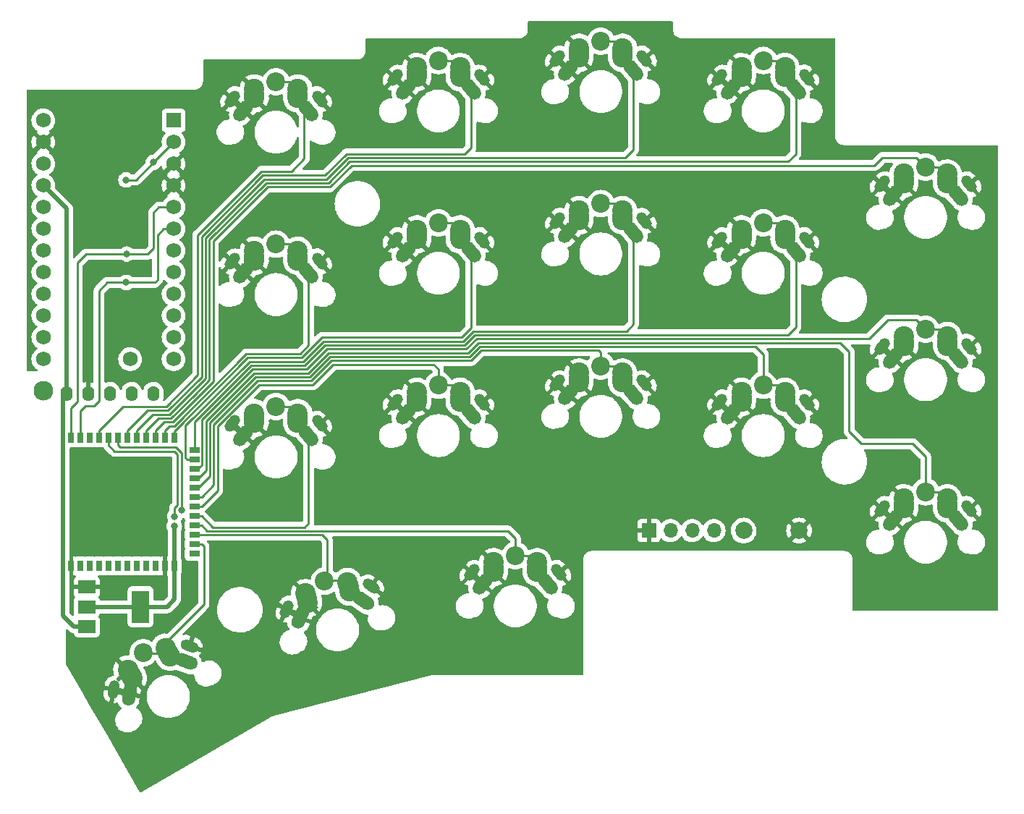
<source format=gtl>
G04 #@! TF.GenerationSoftware,KiCad,Pcbnew,(6.0.2)*
G04 #@! TF.CreationDate,2022-03-08T09:31:39+01:00*
G04 #@! TF.ProjectId,pierce,70696572-6365-42e6-9b69-6361645f7063,v 0.1*
G04 #@! TF.SameCoordinates,Original*
G04 #@! TF.FileFunction,Copper,L1,Top*
G04 #@! TF.FilePolarity,Positive*
%FSLAX46Y46*%
G04 Gerber Fmt 4.6, Leading zero omitted, Abs format (unit mm)*
G04 Created by KiCad (PCBNEW (6.0.2)) date 2022-03-08 09:31:39*
%MOMM*%
%LPD*%
G01*
G04 APERTURE LIST*
G04 Aperture macros list*
%AMHorizOval*
0 Thick line with rounded ends*
0 $1 width*
0 $2 $3 position (X,Y) of the first rounded end (center of the circle)*
0 $4 $5 position (X,Y) of the second rounded end (center of the circle)*
0 Add line between two ends*
20,1,$1,$2,$3,$4,$5,0*
0 Add two circle primitives to create the rounded ends*
1,1,$1,$2,$3*
1,1,$1,$4,$5*%
G04 Aperture macros list end*
G04 #@! TA.AperFunction,ComponentPad*
%ADD10C,2.400000*%
G04 #@! TD*
G04 #@! TA.AperFunction,ComponentPad*
%ADD11HorizOval,1.550000X0.108530X0.615505X-0.108530X-0.615505X0*%
G04 #@! TD*
G04 #@! TA.AperFunction,ComponentPad*
%ADD12HorizOval,1.250000X0.082483X0.467784X-0.082483X-0.467784X0*%
G04 #@! TD*
G04 #@! TA.AperFunction,ComponentPad*
%ADD13HorizOval,1.250000X0.446354X-0.162460X-0.446354X0.162460X0*%
G04 #@! TD*
G04 #@! TA.AperFunction,ComponentPad*
%ADD14C,2.200000*%
G04 #@! TD*
G04 #@! TA.AperFunction,ComponentPad*
%ADD15HorizOval,1.550000X0.587308X-0.213763X-0.587308X0.213763X0*%
G04 #@! TD*
G04 #@! TA.AperFunction,ComponentPad*
%ADD16HorizOval,1.550000X0.264136X0.566442X-0.264136X-0.566442X0*%
G04 #@! TD*
G04 #@! TA.AperFunction,ComponentPad*
%ADD17HorizOval,1.250000X0.389097X-0.272449X-0.389097X0.272449X0*%
G04 #@! TD*
G04 #@! TA.AperFunction,ComponentPad*
%ADD18HorizOval,1.250000X0.200744X0.430496X-0.200744X-0.430496X0*%
G04 #@! TD*
G04 #@! TA.AperFunction,ComponentPad*
%ADD19HorizOval,1.550000X0.511970X-0.358485X-0.511970X0.358485X0*%
G04 #@! TD*
G04 #@! TA.AperFunction,ComponentPad*
%ADD20HorizOval,1.250000X0.305324X0.363871X-0.305324X-0.363871X0*%
G04 #@! TD*
G04 #@! TA.AperFunction,ComponentPad*
%ADD21HorizOval,1.550000X0.401742X0.478778X-0.401742X-0.478778X0*%
G04 #@! TD*
G04 #@! TA.AperFunction,ComponentPad*
%ADD22HorizOval,1.250000X0.305324X-0.363871X-0.305324X0.363871X0*%
G04 #@! TD*
G04 #@! TA.AperFunction,ComponentPad*
%ADD23HorizOval,1.550000X0.401742X-0.478778X-0.401742X0.478778X0*%
G04 #@! TD*
G04 #@! TA.AperFunction,ComponentPad*
%ADD24R,1.752600X1.752600*%
G04 #@! TD*
G04 #@! TA.AperFunction,ComponentPad*
%ADD25C,1.752600*%
G04 #@! TD*
G04 #@! TA.AperFunction,ComponentPad*
%ADD26O,1.397000X1.778000*%
G04 #@! TD*
G04 #@! TA.AperFunction,SMDPad,CuDef*
%ADD27R,0.698500X1.198880*%
G04 #@! TD*
G04 #@! TA.AperFunction,SMDPad,CuDef*
%ADD28R,1.198880X0.698500*%
G04 #@! TD*
G04 #@! TA.AperFunction,SMDPad,CuDef*
%ADD29R,2.000000X1.500000*%
G04 #@! TD*
G04 #@! TA.AperFunction,SMDPad,CuDef*
%ADD30R,2.000000X3.800000*%
G04 #@! TD*
G04 #@! TA.AperFunction,ComponentPad*
%ADD31C,2.300000*%
G04 #@! TD*
G04 #@! TA.AperFunction,ComponentPad*
%ADD32C,2.000000*%
G04 #@! TD*
G04 #@! TA.AperFunction,ComponentPad*
%ADD33R,1.700000X1.700000*%
G04 #@! TD*
G04 #@! TA.AperFunction,ComponentPad*
%ADD34O,1.700000X1.700000*%
G04 #@! TD*
G04 #@! TA.AperFunction,ViaPad*
%ADD35C,0.800000*%
G04 #@! TD*
G04 #@! TA.AperFunction,Conductor*
%ADD36C,0.250000*%
G04 #@! TD*
G04 #@! TA.AperFunction,Conductor*
%ADD37C,0.500000*%
G04 #@! TD*
G04 APERTURE END LIST*
D10*
X108203142Y-116218110D03*
X107913142Y-115715815D03*
D11*
X108083290Y-118550519D03*
D12*
X106286117Y-118017725D03*
D10*
X108453142Y-116651122D03*
D13*
X115119577Y-112917725D03*
D10*
X112852552Y-114111122D03*
D14*
X109702847Y-113735674D03*
D10*
X112602552Y-113678110D03*
X112312552Y-113175815D03*
D15*
X114682404Y-114740519D03*
D10*
X128964119Y-107838921D03*
D16*
X128115269Y-109577873D03*
D17*
X136369674Y-105958136D03*
D10*
X128834710Y-107355958D03*
X128684595Y-106795721D03*
D18*
X126517231Y-108598090D03*
D19*
X135475624Y-107605672D03*
D10*
X133871022Y-106524120D03*
X133591498Y-105480920D03*
D14*
X130925815Y-105346262D03*
D10*
X133741613Y-106041157D03*
D20*
X148152847Y-104345224D03*
D21*
X149442847Y-105705224D03*
D10*
X150712847Y-103165224D03*
D22*
X158352847Y-104345224D03*
D10*
X150712847Y-104245224D03*
X150712847Y-103745224D03*
D14*
X153252847Y-102345224D03*
D23*
X157062847Y-105705224D03*
D10*
X155792847Y-104245224D03*
X155792847Y-103745224D03*
X155792847Y-103165224D03*
D24*
X113269800Y-51422000D03*
D25*
X113269800Y-53962000D03*
X113269800Y-56502000D03*
X113269800Y-59042000D03*
X113269800Y-61582000D03*
X113269800Y-64122000D03*
X113269800Y-66662000D03*
X113269800Y-69202000D03*
X113269800Y-71742000D03*
X113269800Y-74282000D03*
X113269800Y-76822000D03*
X113269800Y-79362000D03*
X98029800Y-79362000D03*
X98029800Y-76822000D03*
X98029800Y-74282000D03*
X98029800Y-71742000D03*
X98029800Y-69202000D03*
X98029800Y-66662000D03*
X98029800Y-64122000D03*
X98029800Y-61582000D03*
X98029800Y-59042000D03*
X98029800Y-56502000D03*
X98029800Y-53962000D03*
X98029800Y-51422000D03*
X108189800Y-79362000D03*
D20*
X139154847Y-46413202D03*
D22*
X149354847Y-46413202D03*
D10*
X141714847Y-45813202D03*
X141714847Y-46313202D03*
D21*
X140444847Y-47773202D03*
D10*
X141714847Y-45233202D03*
D14*
X144254847Y-44413202D03*
D23*
X148064847Y-47773202D03*
D10*
X146794847Y-45813202D03*
X146794847Y-46313202D03*
X146794847Y-45233202D03*
X141714847Y-64813202D03*
D22*
X149354847Y-65413202D03*
D21*
X140444847Y-66773202D03*
D20*
X139154847Y-65413202D03*
D10*
X141714847Y-64233202D03*
X141714847Y-65313202D03*
X146794847Y-64813202D03*
D23*
X148064847Y-66773202D03*
D14*
X144254847Y-63413202D03*
D10*
X146794847Y-65313202D03*
X146794847Y-64233202D03*
D21*
X140444847Y-85773202D03*
D10*
X141714847Y-83813202D03*
X141714847Y-84313202D03*
D20*
X139154847Y-84413202D03*
D10*
X141714847Y-83233202D03*
D22*
X149354847Y-84413202D03*
D14*
X144254847Y-82413202D03*
D10*
X146794847Y-83813202D03*
X146794847Y-83233202D03*
X146794847Y-84313202D03*
D23*
X148064847Y-85773202D03*
D10*
X160714847Y-44060224D03*
D22*
X168354847Y-44160224D03*
D10*
X160714847Y-42980224D03*
X160714847Y-43560224D03*
D21*
X159444847Y-45520224D03*
D20*
X158154847Y-44160224D03*
D10*
X165794847Y-42980224D03*
D23*
X167064847Y-45520224D03*
D14*
X163254847Y-42160224D03*
D10*
X165794847Y-43560224D03*
X165794847Y-44060224D03*
X160714847Y-62560224D03*
X160714847Y-61980224D03*
D20*
X158154847Y-63160224D03*
D10*
X160714847Y-63060224D03*
D21*
X159444847Y-64520224D03*
D22*
X168354847Y-63160224D03*
D10*
X165794847Y-62560224D03*
X165794847Y-63060224D03*
D14*
X163254847Y-61160224D03*
D23*
X167064847Y-64520224D03*
D10*
X165794847Y-61980224D03*
D22*
X168354847Y-82160224D03*
D10*
X160714847Y-80980224D03*
X160714847Y-81560224D03*
D20*
X158154847Y-82160224D03*
D10*
X160714847Y-82060224D03*
D21*
X159444847Y-83520224D03*
D23*
X167064847Y-83520224D03*
D10*
X165794847Y-80980224D03*
X165794847Y-82060224D03*
X165794847Y-81560224D03*
D14*
X163254847Y-80160224D03*
D10*
X179714847Y-45810662D03*
X179714847Y-46310662D03*
D22*
X187354847Y-46410662D03*
D20*
X177154847Y-46410662D03*
D21*
X178444847Y-47770662D03*
D10*
X179714847Y-45230662D03*
X184794847Y-45810662D03*
D14*
X182254847Y-44410662D03*
D10*
X184794847Y-46310662D03*
D23*
X186064847Y-47770662D03*
D10*
X184794847Y-45230662D03*
X179714847Y-64230662D03*
D22*
X187354847Y-65410662D03*
D10*
X179714847Y-64810662D03*
X179714847Y-65310662D03*
D20*
X177154847Y-65410662D03*
D21*
X178444847Y-66770662D03*
D23*
X186064847Y-66770662D03*
D10*
X184794847Y-64230662D03*
X184794847Y-64810662D03*
D14*
X182254847Y-63410662D03*
D10*
X184794847Y-65310662D03*
X179714847Y-83230662D03*
D22*
X187354847Y-84410662D03*
D21*
X178444847Y-85770662D03*
D20*
X177154847Y-84410662D03*
D10*
X179714847Y-84310662D03*
X179714847Y-83810662D03*
X184794847Y-84310662D03*
D23*
X186064847Y-85770662D03*
D10*
X184794847Y-83230662D03*
X184794847Y-83810662D03*
D14*
X182254847Y-82410662D03*
D10*
X198714847Y-58773598D03*
D21*
X197444847Y-60233598D03*
D22*
X206354847Y-58873598D03*
D10*
X198714847Y-57693598D03*
D20*
X196154847Y-58873598D03*
D10*
X198714847Y-58273598D03*
X203794847Y-57693598D03*
X203794847Y-58773598D03*
D14*
X201254847Y-56873598D03*
D10*
X203794847Y-58273598D03*
D23*
X205064847Y-60233598D03*
D21*
X197444847Y-79233598D03*
D10*
X198714847Y-77273598D03*
X198714847Y-76693598D03*
D22*
X206354847Y-77873598D03*
D10*
X198714847Y-77773598D03*
D20*
X196154847Y-77873598D03*
D10*
X203794847Y-76693598D03*
D14*
X201254847Y-75873598D03*
D10*
X203794847Y-77273598D03*
D23*
X205064847Y-79233598D03*
D10*
X203794847Y-77773598D03*
X198714847Y-96773598D03*
X198714847Y-96273598D03*
D22*
X206354847Y-96873598D03*
D21*
X197444847Y-98233598D03*
D20*
X196154847Y-96873598D03*
D10*
X198714847Y-95693598D03*
X203794847Y-96773598D03*
X203794847Y-95693598D03*
D23*
X205064847Y-98233598D03*
D10*
X203794847Y-96273598D03*
D14*
X201254847Y-94873598D03*
D20*
X120154847Y-48910020D03*
D10*
X122714847Y-47730020D03*
X122714847Y-48310020D03*
D22*
X130354847Y-48910020D03*
D10*
X122714847Y-48810020D03*
D21*
X121444847Y-50270020D03*
D23*
X129064847Y-50270020D03*
D10*
X127794847Y-47730020D03*
X127794847Y-48310020D03*
D14*
X125254847Y-46910020D03*
D10*
X127794847Y-48810020D03*
X122714847Y-66730020D03*
X122714847Y-67310020D03*
D22*
X130354847Y-67910020D03*
D21*
X121444847Y-69270020D03*
D10*
X122714847Y-67810020D03*
D20*
X120154847Y-67910020D03*
D10*
X127794847Y-67810020D03*
X127794847Y-66730020D03*
D14*
X125254847Y-65910020D03*
D23*
X129064847Y-69270020D03*
D10*
X127794847Y-67310020D03*
X122714847Y-86310020D03*
X122714847Y-85730020D03*
D21*
X121444847Y-88270020D03*
D10*
X122714847Y-86810020D03*
D20*
X120154847Y-86910020D03*
D22*
X130354847Y-86910020D03*
D10*
X127794847Y-86310020D03*
D23*
X129064847Y-88270020D03*
D10*
X127794847Y-86810020D03*
X127794847Y-85730020D03*
D14*
X125254847Y-84910020D03*
D26*
X100744400Y-83417000D03*
X103284400Y-83417000D03*
X105824400Y-83417000D03*
X108364400Y-83417000D03*
X110904400Y-83417000D03*
D27*
X101252480Y-103573280D03*
X102352300Y-103573280D03*
X103452120Y-103573280D03*
X104551940Y-103573280D03*
X105651760Y-103573280D03*
X106751580Y-103573280D03*
X107851400Y-103573280D03*
X108951220Y-103573280D03*
X110051040Y-103573280D03*
X111150860Y-103573280D03*
X112250680Y-103573280D03*
X113350500Y-103573280D03*
D28*
X115700000Y-102122940D03*
X115700000Y-101023120D03*
X115700000Y-99923300D03*
X115700000Y-98823480D03*
X115700000Y-97723660D03*
X115700000Y-96623840D03*
X115700000Y-95526560D03*
X115700000Y-94426740D03*
X115700000Y-93326920D03*
X115700000Y-92227100D03*
X115700000Y-91127280D03*
X115700000Y-90027460D03*
D27*
X113350500Y-88577120D03*
X112250680Y-88577120D03*
X111150860Y-88577120D03*
X110051040Y-88577120D03*
X108951220Y-88577120D03*
X107851400Y-88577120D03*
X106751580Y-88577120D03*
X105651760Y-88577120D03*
X104551940Y-88577120D03*
X103452120Y-88577120D03*
X102352300Y-88577120D03*
X101252480Y-88577120D03*
D29*
X103109400Y-106043400D03*
X103109400Y-108343400D03*
D30*
X109409400Y-108343400D03*
D29*
X103109400Y-110643400D03*
D31*
X98057400Y-83100000D03*
D32*
X179960000Y-99428000D03*
X186460000Y-99428000D03*
D33*
X168870400Y-99428000D03*
D34*
X171410400Y-99428000D03*
X173950400Y-99428000D03*
X176490400Y-99428000D03*
D35*
X110894900Y-56336900D03*
X107704400Y-58384400D03*
X107783400Y-67068400D03*
X107732600Y-70395800D03*
X113396800Y-97751600D03*
X114191390Y-97047590D03*
X106894400Y-96405400D03*
X113346000Y-98920000D03*
D36*
X110894900Y-56336900D02*
X113269800Y-53962000D01*
X108847400Y-58384400D02*
X110894900Y-56336900D01*
X107704400Y-58384400D02*
X108847400Y-58384400D01*
X107783400Y-67068400D02*
X110272600Y-67068400D01*
X103059000Y-67068400D02*
X107783400Y-67068400D01*
X101252480Y-85105520D02*
X102017600Y-84340400D01*
X110272600Y-67068400D02*
X110933000Y-66408000D01*
X110933000Y-62191600D02*
X110933000Y-66408000D01*
X102017600Y-68109800D02*
X103059000Y-67068400D01*
X101252480Y-88577120D02*
X101252480Y-85105520D01*
X102017600Y-84340400D02*
X102017600Y-68109800D01*
X111542600Y-61582000D02*
X110933000Y-62191600D01*
X113269800Y-61582000D02*
X111542600Y-61582000D01*
X107732600Y-70395800D02*
X111060000Y-70395800D01*
X102352300Y-88577120D02*
X102352300Y-85428100D01*
X111383010Y-64865790D02*
X112126800Y-64122000D01*
X102957400Y-84823000D02*
X103998800Y-84823000D01*
X111383010Y-70072790D02*
X111383010Y-64865790D01*
X111060000Y-70395800D02*
X111383010Y-70072790D01*
X103998800Y-84823000D02*
X104557600Y-84264200D01*
X104557600Y-71335600D02*
X105497400Y-70395800D01*
X104557600Y-84264200D02*
X104557600Y-71335600D01*
X112126800Y-64122000D02*
X113269800Y-64122000D01*
X105497400Y-70395800D02*
X107732600Y-70395800D01*
X102352300Y-85428100D02*
X102957400Y-84823000D01*
X113396800Y-96769178D02*
X113741380Y-96424598D01*
X106375009Y-90149809D02*
X105651760Y-89426560D01*
X113396800Y-97751600D02*
X113396800Y-96769178D01*
X113362800Y-90149810D02*
X106375009Y-90149809D01*
X113741380Y-90528390D02*
X113362800Y-90149810D01*
X105651760Y-89426560D02*
X105651760Y-88577120D01*
X113741380Y-96424598D02*
X113741380Y-90528390D01*
X114191390Y-97047590D02*
X114191390Y-97047590D01*
X106751580Y-88577120D02*
X106751580Y-89426560D01*
X113549200Y-89699800D02*
X114191390Y-90341990D01*
X114191390Y-90341990D02*
X114191390Y-90835610D01*
X114191390Y-90835610D02*
X114191390Y-97047590D01*
X107024820Y-89699800D02*
X113549200Y-89699800D01*
X106751580Y-89426560D02*
X107024820Y-89699800D01*
X126974847Y-46910020D02*
X127794847Y-47730020D01*
X129064847Y-50270020D02*
X128557400Y-50777467D01*
X128557400Y-55911400D02*
X127083789Y-57385011D01*
X104551940Y-88577120D02*
X104551940Y-87727680D01*
X129064847Y-50270020D02*
X129064847Y-50080020D01*
X125254847Y-46910020D02*
X126974847Y-46910020D01*
X128557400Y-50777467D02*
X128557400Y-55911400D01*
X116107390Y-64826063D02*
X116108083Y-64826063D01*
X129064847Y-50080020D02*
X127794847Y-48810020D01*
X104551940Y-87727680D02*
X107344470Y-84935150D01*
X127083789Y-57385011D02*
X123548442Y-57385011D01*
X107344470Y-84935150D02*
X112410935Y-84935150D01*
X112410935Y-84935150D02*
X116107390Y-81238695D01*
X116107390Y-81238695D02*
X116107390Y-64826063D01*
X123548442Y-57385011D02*
X116107390Y-64826063D01*
X128074397Y-78756003D02*
X129064847Y-77765553D01*
X113342935Y-87185200D02*
X121772132Y-78756003D01*
X112250680Y-87727680D02*
X112793160Y-87185200D01*
X129064847Y-69270020D02*
X129064847Y-69080020D01*
X129064847Y-77765553D02*
X129064847Y-69270020D01*
X129064847Y-69080020D02*
X127794847Y-67810020D01*
X112793160Y-87185200D02*
X113342935Y-87185200D01*
X112250680Y-88577120D02*
X112250680Y-87727680D01*
X126974847Y-65910020D02*
X127794847Y-66730020D01*
X128074397Y-78756003D02*
X121772132Y-78756003D01*
X125254847Y-65910020D02*
X126974847Y-65910020D01*
X129064847Y-94885153D02*
X129064847Y-88270020D01*
X128584320Y-99023280D02*
X129064847Y-98542753D01*
X129064847Y-98542753D02*
X129064847Y-94885153D01*
X117843480Y-99023280D02*
X128584320Y-99023280D01*
X129064847Y-88080020D02*
X127794847Y-86810020D01*
X116543860Y-97723660D02*
X117843480Y-99023280D01*
X129064847Y-88270020D02*
X129064847Y-88080020D01*
X125254847Y-84910020D02*
X126974847Y-84910020D01*
X126974847Y-84910020D02*
X127794847Y-85730020D01*
X115700000Y-97723660D02*
X116543860Y-97723660D01*
X112529705Y-112365830D02*
X112529705Y-113270591D01*
X114899557Y-114835295D02*
X113699102Y-114835295D01*
X109920000Y-113830450D02*
X111969846Y-113830450D01*
X116549440Y-101023120D02*
X116825800Y-101299480D01*
X113699102Y-114835295D02*
X113069705Y-114205898D01*
X111969846Y-113830450D02*
X112529705Y-113270591D01*
X116825800Y-108069735D02*
X112529705Y-112365830D01*
X116825800Y-101299480D02*
X116825800Y-108069735D01*
X115700000Y-101023120D02*
X116549440Y-101023120D01*
X131012179Y-57835021D02*
X123734150Y-57835021D01*
X112597335Y-85384468D02*
X112597335Y-85385160D01*
X116557400Y-81424403D02*
X112597335Y-85384468D01*
X148064847Y-47773202D02*
X148064847Y-54599953D01*
X144254847Y-44413202D02*
X145974847Y-44413202D01*
X145974847Y-44413202D02*
X146794847Y-45233202D01*
X107851400Y-87727680D02*
X107851400Y-88577120D01*
X123734150Y-57835021D02*
X116557400Y-65011771D01*
X112597335Y-85385160D02*
X110193920Y-85385160D01*
X147326597Y-55338203D02*
X133508997Y-55338203D01*
X148064847Y-47773202D02*
X148064847Y-47583202D01*
X110193920Y-85385160D02*
X107851400Y-87727680D01*
X148064847Y-47583202D02*
X146794847Y-46313202D01*
X133508997Y-55338203D02*
X131012179Y-57835021D01*
X148064847Y-54599953D02*
X147326597Y-55338203D01*
X116557400Y-65011771D02*
X116557400Y-81424403D01*
X144254847Y-63413202D02*
X145974847Y-63413202D01*
X145974847Y-63413202D02*
X146794847Y-64233202D01*
X128260798Y-79206012D02*
X130631789Y-76835021D01*
X148064847Y-66773202D02*
X148064847Y-66583202D01*
X113350500Y-87814045D02*
X121958533Y-79206012D01*
X121958533Y-79206012D02*
X128260798Y-79206012D01*
X148064847Y-66583202D02*
X146794847Y-65313202D01*
X130631789Y-76835021D02*
X146962579Y-76835021D01*
X148064847Y-75732753D02*
X148064847Y-66773202D01*
X146962579Y-76835021D02*
X148064847Y-75732753D01*
X113350500Y-88577120D02*
X113350500Y-87814045D01*
X116549440Y-96623840D02*
X118424481Y-94748799D01*
X118424481Y-87194934D02*
X123263335Y-82356080D01*
X131936587Y-79985091D02*
X143687091Y-79985091D01*
X115700000Y-96623840D02*
X116549440Y-96623840D01*
X148064847Y-85773202D02*
X148064847Y-85583202D01*
X148064847Y-85583202D02*
X146794847Y-84313202D01*
X145974847Y-82413202D02*
X146794847Y-83233202D01*
X118424481Y-94748799D02*
X118424481Y-87194934D01*
X144254847Y-80552847D02*
X144254847Y-82413202D01*
X144254847Y-82413202D02*
X145974847Y-82413202D01*
X143687091Y-79985091D02*
X144254847Y-80552847D01*
X129565598Y-82356080D02*
X131936587Y-79985091D01*
X123263335Y-82356080D02*
X129565598Y-82356080D01*
X135792777Y-107500448D02*
X135269727Y-107500448D01*
X131242968Y-105241038D02*
X133363871Y-105241038D01*
X115700000Y-99923300D02*
X130656100Y-99923300D01*
X133363871Y-105241038D02*
X134058766Y-105935933D01*
X135269727Y-107500448D02*
X134188175Y-106418896D01*
X130656100Y-99923300D02*
X131242968Y-100510168D01*
X131242968Y-100510168D02*
X131242968Y-105241038D01*
X113631760Y-84986452D02*
X112783735Y-85834477D01*
X117007410Y-65197479D02*
X117007410Y-81610111D01*
X167064847Y-54853153D02*
X166129787Y-55788213D01*
X108951220Y-87727680D02*
X108951220Y-88577120D01*
X167064847Y-45520224D02*
X167064847Y-45330224D01*
X163254847Y-42160224D02*
X164974847Y-42160224D01*
X117007410Y-81610111D02*
X113631760Y-84985761D01*
X164974847Y-42160224D02*
X165794847Y-42980224D01*
X110843730Y-85835170D02*
X108951220Y-87727680D01*
X131178210Y-58305400D02*
X123899489Y-58305400D01*
X113631760Y-84985761D02*
X113631760Y-84986452D01*
X167064847Y-45520224D02*
X167064847Y-54853153D01*
X167064847Y-45330224D02*
X165794847Y-44060224D01*
X112783735Y-85835170D02*
X110843730Y-85835170D01*
X112783735Y-85834477D02*
X112783735Y-85835170D01*
X166129787Y-55788213D02*
X133695397Y-55788213D01*
X133695397Y-55788213D02*
X131178210Y-58305400D01*
X123899489Y-58305400D02*
X117007410Y-65197479D01*
X114850560Y-91127280D02*
X114641400Y-90918120D01*
X167064847Y-64330224D02*
X165794847Y-63060224D01*
X122144934Y-79656021D02*
X128447197Y-79656021D01*
X114641400Y-87159555D02*
X122144934Y-79656021D01*
X128447197Y-79656021D02*
X130818189Y-77285031D01*
X167064847Y-64520224D02*
X167064847Y-64330224D01*
X167064847Y-75274753D02*
X167064847Y-64520224D01*
X148348610Y-76085400D02*
X166254200Y-76085400D01*
X147148979Y-77285031D02*
X148348610Y-76085400D01*
X115700000Y-91127280D02*
X114850560Y-91127280D01*
X164974847Y-61160224D02*
X165794847Y-61980224D01*
X166254200Y-76085400D02*
X167064847Y-75274753D01*
X114641400Y-90918120D02*
X114641400Y-87159555D01*
X130818189Y-77285031D02*
X147148979Y-77285031D01*
X163254847Y-61160224D02*
X164974847Y-61160224D01*
X148080979Y-79535081D02*
X149259040Y-78357020D01*
X163007277Y-78357020D02*
X163254847Y-78604590D01*
X131750187Y-79535081D02*
X148080979Y-79535081D01*
X149259040Y-78357020D02*
X163007277Y-78357020D01*
X117974471Y-94101529D02*
X117974471Y-87008534D01*
X163254847Y-78604590D02*
X163254847Y-80160224D01*
X123076935Y-81906070D02*
X129379197Y-81906071D01*
X163254847Y-80160224D02*
X164974847Y-80160224D01*
X164974847Y-80160224D02*
X165794847Y-80980224D01*
X117974471Y-87008534D02*
X123076935Y-81906070D01*
X115700000Y-95526560D02*
X116549440Y-95526560D01*
X129379197Y-81906071D02*
X131750187Y-79535081D01*
X167064847Y-83330224D02*
X165794847Y-82060224D01*
X167064847Y-83520224D02*
X167064847Y-83330224D01*
X116549440Y-95526560D02*
X117974471Y-94101529D01*
X115700000Y-98823480D02*
X116551480Y-98823480D01*
X157480000Y-105510000D02*
X156210000Y-104240000D01*
X153252847Y-100330627D02*
X152395510Y-99473290D01*
X153670000Y-102340000D02*
X155390000Y-102340000D01*
X116551480Y-98823480D02*
X117201290Y-99473290D01*
X117201290Y-99473290D02*
X152395510Y-99473290D01*
X153252847Y-102345224D02*
X153252847Y-100330627D01*
X157480000Y-105700000D02*
X157480000Y-105510000D01*
X155390000Y-102340000D02*
X156210000Y-103160000D01*
X115699619Y-83555003D02*
X112970135Y-86284487D01*
X110051040Y-87727680D02*
X110051040Y-88577120D01*
X183974847Y-44410662D02*
X184794847Y-45230662D01*
X186064847Y-47770662D02*
X186064847Y-55334953D01*
X117457420Y-65383187D02*
X117457420Y-81795819D01*
X124085197Y-58755410D02*
X117457420Y-65383187D01*
X115699619Y-83553620D02*
X115699619Y-83555003D01*
X111493540Y-86285180D02*
X110051040Y-87727680D01*
X185161577Y-56238223D02*
X133881797Y-56238223D01*
X112970135Y-86285180D02*
X111493540Y-86285180D01*
X182254847Y-44410662D02*
X183974847Y-44410662D01*
X131364610Y-58755410D02*
X124085197Y-58755410D01*
X186064847Y-55334953D02*
X185161577Y-56238223D01*
X186064847Y-47770662D02*
X186064847Y-47080662D01*
X133881797Y-56238223D02*
X131364610Y-58755410D01*
X117457420Y-81795819D02*
X115699619Y-83553620D01*
X112970135Y-86284487D02*
X112970135Y-86285180D01*
X186064847Y-47080662D02*
X184794847Y-45810662D01*
X128633597Y-80106031D02*
X122331333Y-80106032D01*
X186064847Y-66770662D02*
X186064847Y-66580662D01*
X185158990Y-76535410D02*
X148535010Y-76535410D01*
X182254847Y-63410662D02*
X183974847Y-63410662D01*
X115700000Y-86737365D02*
X122331333Y-80106032D01*
X147335379Y-77735041D02*
X131004587Y-77735041D01*
X186064847Y-66770662D02*
X186064847Y-75629553D01*
X186064847Y-75629553D02*
X185158990Y-76535410D01*
X128633597Y-80106031D02*
X131004587Y-77735041D01*
X115700000Y-90027460D02*
X115700000Y-86737365D01*
X186064847Y-66580662D02*
X184794847Y-65310662D01*
X148535010Y-76535410D02*
X147335379Y-77735041D01*
X183974847Y-63410662D02*
X184794847Y-64230662D01*
X182254847Y-82410662D02*
X183974847Y-82410662D01*
X117524461Y-93036151D02*
X117524461Y-86822134D01*
X149072640Y-77907010D02*
X181341800Y-77907010D01*
X131563787Y-79085071D02*
X147894579Y-79085071D01*
X129192797Y-81456061D02*
X131563787Y-79085071D01*
X181341800Y-77907010D02*
X182254847Y-78820057D01*
X183974847Y-82410662D02*
X184794847Y-83230662D01*
X186064847Y-85770662D02*
X186064847Y-85580662D01*
X182254847Y-78820057D02*
X182254847Y-82410662D01*
X147894579Y-79085071D02*
X149072640Y-77907010D01*
X186064847Y-85580662D02*
X184794847Y-84310662D01*
X115700000Y-94426740D02*
X116133872Y-94426740D01*
X116133872Y-94426740D02*
X117524461Y-93036151D01*
X122890534Y-81456061D02*
X129192797Y-81456061D01*
X117524461Y-86822134D02*
X122890534Y-81456061D01*
X205064847Y-60233598D02*
X205064847Y-60043598D01*
X117907430Y-65568895D02*
X117907430Y-81984295D01*
X111150860Y-87727680D02*
X111150860Y-88577120D01*
X201254847Y-56873598D02*
X200154848Y-55773599D01*
X134068197Y-56688233D02*
X131551010Y-59205420D01*
X195252567Y-56688233D02*
X134068197Y-56688233D01*
X196167201Y-55773599D02*
X195252567Y-56688233D01*
X124270905Y-59205420D02*
X117907430Y-65568895D01*
X131551010Y-59205420D02*
X124270905Y-59205420D01*
X201254847Y-56873598D02*
X202974847Y-56873598D01*
X117907430Y-81984295D02*
X113156535Y-86735190D01*
X112143350Y-86735190D02*
X111150860Y-87727680D01*
X200154848Y-55773599D02*
X196167201Y-55773599D01*
X113156535Y-86735190D02*
X112143350Y-86735190D01*
X205064847Y-60043598D02*
X203794847Y-58773598D01*
X202974847Y-56873598D02*
X203794847Y-57693598D01*
X116133872Y-92227100D02*
X116624441Y-91736531D01*
X205064847Y-79233598D02*
X205064847Y-78543598D01*
X128819997Y-80556041D02*
X131190987Y-78185051D01*
X205064847Y-78543598D02*
X203794847Y-77273598D01*
X122517734Y-80556041D02*
X116624441Y-86449334D01*
X194614980Y-76985420D02*
X196826801Y-74773599D01*
X131190987Y-78185051D02*
X147521779Y-78185051D01*
X147521779Y-78185051D02*
X148721410Y-76985420D01*
X116624441Y-91736531D02*
X116624441Y-86449334D01*
X148721410Y-76985420D02*
X194614980Y-76985420D01*
X201254847Y-75873598D02*
X202974847Y-75873598D01*
X200154848Y-74773599D02*
X201254847Y-75873598D01*
X128819997Y-80556041D02*
X122517734Y-80556041D01*
X196826801Y-74773599D02*
X200154848Y-74773599D01*
X202974847Y-75873598D02*
X203794847Y-76693598D01*
X115700000Y-92227100D02*
X116133872Y-92227100D01*
X191226230Y-77435430D02*
X191204660Y-77457000D01*
X148886240Y-77457000D02*
X147708179Y-78635061D01*
X192314600Y-87820200D02*
X192314600Y-78523800D01*
X201254847Y-94873598D02*
X202974847Y-94873598D01*
X122704133Y-81006052D02*
X117074451Y-86635734D01*
X205064847Y-98233598D02*
X205064847Y-98043598D01*
X131377387Y-78635061D02*
X129006397Y-81006051D01*
X201254847Y-90766047D02*
X199731400Y-89242600D01*
X201254847Y-94873598D02*
X201254847Y-90766047D01*
X205064847Y-98043598D02*
X203794847Y-96773598D01*
X129006397Y-81006051D02*
X122704133Y-81006052D01*
X115700000Y-93326920D02*
X116133872Y-93326920D01*
X199731400Y-89242600D02*
X193737000Y-89242600D01*
X191204660Y-77457000D02*
X148886240Y-77457000D01*
X116133872Y-93326920D02*
X117074451Y-92386341D01*
X117074451Y-92386341D02*
X117074451Y-86635734D01*
X147708179Y-78635061D02*
X131377387Y-78635061D01*
X202974847Y-94873598D02*
X203794847Y-95693598D01*
X192314600Y-78523800D02*
X191226230Y-77435430D01*
X193737000Y-89242600D02*
X192314600Y-87820200D01*
D37*
X101229800Y-103595960D02*
X101252480Y-103573280D01*
X100366600Y-83794800D02*
X100744400Y-83417000D01*
X100744400Y-61756600D02*
X98029800Y-59042000D01*
X100366600Y-109400600D02*
X100366600Y-83794800D01*
X100744400Y-83417000D02*
X100744400Y-61756600D01*
X101609400Y-110643400D02*
X100366600Y-109400600D01*
X103109400Y-110643400D02*
X101609400Y-110643400D01*
X113350500Y-103573280D02*
X113350500Y-107475300D01*
X113346000Y-103568780D02*
X113350500Y-103573280D01*
X112482400Y-108343400D02*
X109409400Y-108343400D01*
X113350500Y-107475300D02*
X112482400Y-108343400D01*
X113346000Y-98920000D02*
X113346000Y-103568780D01*
X103109400Y-108343400D02*
X107351600Y-108343400D01*
X107351600Y-108343400D02*
X109409400Y-108343400D01*
G04 #@! TA.AperFunction,Conductor*
G36*
X171637968Y-39839402D02*
G01*
X171684461Y-39893058D01*
X171695847Y-39945400D01*
X171695847Y-40758194D01*
X171694101Y-40779098D01*
X171690776Y-40798862D01*
X171690623Y-40811401D01*
X171691312Y-40816208D01*
X171691312Y-40816215D01*
X171693662Y-40832620D01*
X171694456Y-40839502D01*
X171697421Y-40873395D01*
X171707370Y-40987107D01*
X171753019Y-41157473D01*
X171755341Y-41162453D01*
X171755342Y-41162455D01*
X171821456Y-41304234D01*
X171827560Y-41317325D01*
X171928725Y-41461804D01*
X172053443Y-41586522D01*
X172197922Y-41687687D01*
X172202900Y-41690008D01*
X172202903Y-41690010D01*
X172352792Y-41759905D01*
X172357774Y-41762228D01*
X172363082Y-41763650D01*
X172363084Y-41763651D01*
X172522825Y-41806453D01*
X172522826Y-41806453D01*
X172528140Y-41807877D01*
X172533626Y-41808357D01*
X172533632Y-41808358D01*
X172657615Y-41819206D01*
X172667538Y-41820472D01*
X172686514Y-41823665D01*
X172686519Y-41823665D01*
X172691307Y-41824471D01*
X172697606Y-41824548D01*
X172698987Y-41824565D01*
X172698991Y-41824565D01*
X172703846Y-41824624D01*
X172731434Y-41820673D01*
X172749297Y-41819400D01*
X190569847Y-41819400D01*
X190637968Y-41839402D01*
X190684461Y-41893058D01*
X190695847Y-41945400D01*
X190695847Y-53258194D01*
X190694101Y-53279098D01*
X190690776Y-53298862D01*
X190690623Y-53311401D01*
X190691312Y-53316208D01*
X190691312Y-53316215D01*
X190693662Y-53332620D01*
X190694456Y-53339502D01*
X190697320Y-53372231D01*
X190707370Y-53487107D01*
X190708794Y-53492421D01*
X190708794Y-53492422D01*
X190742954Y-53619908D01*
X190753019Y-53657473D01*
X190755341Y-53662453D01*
X190755342Y-53662455D01*
X190822034Y-53805474D01*
X190827560Y-53817325D01*
X190928725Y-53961804D01*
X191053443Y-54086522D01*
X191197922Y-54187687D01*
X191202900Y-54190008D01*
X191202903Y-54190010D01*
X191327571Y-54248144D01*
X191357774Y-54262228D01*
X191363082Y-54263650D01*
X191363084Y-54263651D01*
X191522825Y-54306453D01*
X191522826Y-54306453D01*
X191528140Y-54307877D01*
X191533626Y-54308357D01*
X191533632Y-54308358D01*
X191657615Y-54319206D01*
X191667538Y-54320472D01*
X191686514Y-54323665D01*
X191686519Y-54323665D01*
X191691307Y-54324471D01*
X191697606Y-54324548D01*
X191698987Y-54324565D01*
X191698991Y-54324565D01*
X191703846Y-54324624D01*
X191731434Y-54320673D01*
X191749297Y-54319400D01*
X193295973Y-54319400D01*
X209569847Y-54319401D01*
X209637968Y-54339403D01*
X209684461Y-54393059D01*
X209695847Y-54445401D01*
X209695847Y-108677400D01*
X209675845Y-108745521D01*
X209622189Y-108792014D01*
X209569847Y-108803400D01*
X192837846Y-108803400D01*
X192769725Y-108783398D01*
X192723232Y-108729742D01*
X192711846Y-108677400D01*
X192711846Y-102864607D01*
X192713592Y-102843703D01*
X192716110Y-102828735D01*
X192716917Y-102823939D01*
X192717070Y-102811400D01*
X192716381Y-102806587D01*
X192716380Y-102806575D01*
X192714031Y-102790174D01*
X192713237Y-102783292D01*
X192700804Y-102641175D01*
X192700803Y-102641170D01*
X192700324Y-102635694D01*
X192697801Y-102626279D01*
X192656097Y-102470637D01*
X192656096Y-102470635D01*
X192654674Y-102465327D01*
X192652351Y-102460345D01*
X192582457Y-102310457D01*
X192582455Y-102310454D01*
X192580134Y-102305476D01*
X192478969Y-102160996D01*
X192354252Y-102036279D01*
X192349744Y-102033122D01*
X192349741Y-102033120D01*
X192214281Y-101938270D01*
X192214278Y-101938268D01*
X192209772Y-101935113D01*
X192204790Y-101932790D01*
X192204785Y-101932787D01*
X192054903Y-101862896D01*
X192054902Y-101862895D01*
X192049921Y-101860573D01*
X192044613Y-101859151D01*
X192044611Y-101859150D01*
X191884869Y-101816347D01*
X191884867Y-101816347D01*
X191879554Y-101814923D01*
X191874068Y-101814443D01*
X191874062Y-101814442D01*
X191750079Y-101803594D01*
X191740156Y-101802328D01*
X191721180Y-101799135D01*
X191721175Y-101799135D01*
X191716387Y-101798329D01*
X191710088Y-101798252D01*
X191708707Y-101798235D01*
X191708703Y-101798235D01*
X191703848Y-101798176D01*
X191679556Y-101801655D01*
X191676260Y-101802127D01*
X191658397Y-101803400D01*
X178127749Y-101803400D01*
X162257054Y-101803401D01*
X162236150Y-101801655D01*
X162225819Y-101799917D01*
X162216386Y-101798330D01*
X162210196Y-101798254D01*
X162208711Y-101798236D01*
X162208706Y-101798236D01*
X162203847Y-101798177D01*
X162199034Y-101798866D01*
X162199022Y-101798867D01*
X162182621Y-101801216D01*
X162175742Y-101802010D01*
X162162605Y-101803159D01*
X162033622Y-101814443D01*
X162033617Y-101814444D01*
X162028141Y-101814923D01*
X162022828Y-101816347D01*
X162022826Y-101816347D01*
X161863084Y-101859150D01*
X161863082Y-101859151D01*
X161857774Y-101860573D01*
X161852793Y-101862895D01*
X161852792Y-101862896D01*
X161702904Y-101932790D01*
X161702901Y-101932792D01*
X161697923Y-101935113D01*
X161553443Y-102036278D01*
X161428726Y-102160995D01*
X161425569Y-102165503D01*
X161425567Y-102165506D01*
X161378939Y-102232098D01*
X161327560Y-102305475D01*
X161325237Y-102310457D01*
X161325234Y-102310462D01*
X161268567Y-102431986D01*
X161253020Y-102465326D01*
X161251598Y-102470634D01*
X161251597Y-102470636D01*
X161214695Y-102608356D01*
X161207370Y-102635693D01*
X161206890Y-102641179D01*
X161206889Y-102641185D01*
X161196041Y-102765168D01*
X161194775Y-102775091D01*
X161192815Y-102786743D01*
X161190776Y-102798860D01*
X161190623Y-102811399D01*
X161193106Y-102828735D01*
X161194574Y-102838987D01*
X161195847Y-102856850D01*
X161195846Y-116177401D01*
X161175844Y-116245522D01*
X161122188Y-116292015D01*
X161069846Y-116303401D01*
X143763500Y-116303401D01*
X143740083Y-116301206D01*
X143737244Y-116300669D01*
X143726776Y-116298689D01*
X143717845Y-116299563D01*
X143717844Y-116299563D01*
X143684749Y-116302802D01*
X143672477Y-116303401D01*
X143667370Y-116303401D01*
X143662939Y-116304036D01*
X143662934Y-116304036D01*
X143645865Y-116306481D01*
X143640272Y-116307155D01*
X143615501Y-116309579D01*
X143610786Y-116310793D01*
X143609608Y-116311001D01*
X143597722Y-116313375D01*
X143559802Y-116318806D01*
X143543905Y-116326034D01*
X143523178Y-116333351D01*
X125009106Y-121100523D01*
X124988563Y-121104033D01*
X124984716Y-121104367D01*
X124968259Y-121105792D01*
X124933075Y-121119475D01*
X124927436Y-121121514D01*
X124926929Y-121121684D01*
X124922585Y-121122802D01*
X124918451Y-121124522D01*
X124918436Y-121124527D01*
X124896254Y-121133756D01*
X124893522Y-121134856D01*
X124864055Y-121146315D01*
X124860035Y-121148645D01*
X124854401Y-121151169D01*
X124830544Y-121161095D01*
X124830540Y-121161097D01*
X124822256Y-121164544D01*
X124803336Y-121179804D01*
X124787434Y-121190730D01*
X115336563Y-126669208D01*
X109497737Y-130053857D01*
X109428771Y-130070716D01*
X109361639Y-130047612D01*
X109325455Y-130007895D01*
X105294670Y-123033348D01*
X103309999Y-119599233D01*
X106265173Y-119599233D01*
X106266736Y-119613248D01*
X106275785Y-119616220D01*
X106375692Y-119610023D01*
X106387490Y-119608154D01*
X106585230Y-119557199D01*
X106596460Y-119553133D01*
X106599169Y-119551850D01*
X106600653Y-119551615D01*
X106602096Y-119551093D01*
X106602197Y-119551371D01*
X106669294Y-119540762D01*
X106734282Y-119569348D01*
X106767307Y-119612469D01*
X106857083Y-119804994D01*
X106862561Y-119814480D01*
X106985015Y-119989364D01*
X106992059Y-119997759D01*
X107146913Y-120152614D01*
X107145804Y-120153722D01*
X107181117Y-120206799D01*
X107182244Y-120277787D01*
X107144814Y-120338115D01*
X107129244Y-120350001D01*
X106996760Y-120435709D01*
X106992937Y-120439188D01*
X106992934Y-120439190D01*
X106836091Y-120581907D01*
X106819372Y-120597120D01*
X106816173Y-120601171D01*
X106816169Y-120601175D01*
X106709583Y-120736137D01*
X106670728Y-120785336D01*
X106554820Y-120995302D01*
X106514542Y-121109045D01*
X106489487Y-121179798D01*
X106474762Y-121221379D01*
X106473855Y-121226472D01*
X106473854Y-121226475D01*
X106451188Y-121353724D01*
X106432703Y-121457497D01*
X106432640Y-121462661D01*
X106430074Y-121672708D01*
X106429773Y-121697313D01*
X106466050Y-121934387D01*
X106540561Y-122162353D01*
X106651304Y-122375088D01*
X106654407Y-122379221D01*
X106654409Y-122379224D01*
X106741257Y-122494894D01*
X106795305Y-122566879D01*
X106968697Y-122732576D01*
X107166824Y-122867729D01*
X107384363Y-122968708D01*
X107615475Y-123032800D01*
X107719186Y-123043884D01*
X107807929Y-123053368D01*
X107807937Y-123053368D01*
X107811264Y-123053724D01*
X107950510Y-123053724D01*
X107953083Y-123053512D01*
X107953094Y-123053512D01*
X108123583Y-123039495D01*
X108123589Y-123039494D01*
X108128734Y-123039071D01*
X108245038Y-123009858D01*
X108356332Y-122981903D01*
X108356336Y-122981902D01*
X108361343Y-122980644D01*
X108366073Y-122978588D01*
X108366080Y-122978585D01*
X108576548Y-122887071D01*
X108576551Y-122887069D01*
X108581285Y-122885011D01*
X108585619Y-122882207D01*
X108585623Y-122882205D01*
X108778311Y-122757549D01*
X108778314Y-122757547D01*
X108782654Y-122754739D01*
X108803808Y-122735491D01*
X108956220Y-122596806D01*
X108956221Y-122596804D01*
X108960042Y-122593328D01*
X108963242Y-122589277D01*
X108963245Y-122589273D01*
X109025586Y-122510335D01*
X109054101Y-122483907D01*
X109103334Y-122450761D01*
X109103336Y-122450760D01*
X109107757Y-122447783D01*
X109274573Y-122288648D01*
X109412192Y-122103682D01*
X109424135Y-122080193D01*
X109514260Y-121902928D01*
X109516678Y-121898173D01*
X109585045Y-121677997D01*
X109613585Y-121462661D01*
X109614636Y-121454735D01*
X109614636Y-121454730D01*
X109615336Y-121449450D01*
X109606687Y-121219066D01*
X109591423Y-121146315D01*
X109560440Y-120998652D01*
X109559345Y-120993433D01*
X109474662Y-120779003D01*
X109414575Y-120679982D01*
X109357828Y-120586467D01*
X109355061Y-120581907D01*
X109351564Y-120577877D01*
X109207461Y-120411812D01*
X109207459Y-120411810D01*
X109203961Y-120407779D01*
X109162408Y-120373708D01*
X109029811Y-120264984D01*
X109029805Y-120264980D01*
X109025683Y-120261600D01*
X108957686Y-120222894D01*
X108908380Y-120171812D01*
X108894518Y-120102182D01*
X108920501Y-120036111D01*
X108930923Y-120024297D01*
X108957455Y-119997765D01*
X108964509Y-119989358D01*
X109086960Y-119814479D01*
X109092438Y-119804993D01*
X109182668Y-119611494D01*
X109186414Y-119601202D01*
X109227833Y-119446623D01*
X109229016Y-119441289D01*
X109299546Y-119041292D01*
X109297786Y-119025506D01*
X109296626Y-119024078D01*
X109289351Y-119021099D01*
X109186962Y-119003045D01*
X110144347Y-119003045D01*
X110183907Y-119316199D01*
X110262404Y-119621926D01*
X110263857Y-119625595D01*
X110263857Y-119625596D01*
X110338642Y-119814480D01*
X110378600Y-119915403D01*
X110380506Y-119918871D01*
X110380507Y-119918872D01*
X110509618Y-120153722D01*
X110530663Y-120192003D01*
X110716193Y-120447364D01*
X110932265Y-120677457D01*
X111175472Y-120878656D01*
X111441978Y-121047786D01*
X111445557Y-121049470D01*
X111445564Y-121049474D01*
X111723991Y-121180491D01*
X111723995Y-121180493D01*
X111727581Y-121182180D01*
X112027775Y-121279719D01*
X112337827Y-121338865D01*
X112574009Y-121353724D01*
X112731685Y-121353724D01*
X112967867Y-121338865D01*
X113277919Y-121279719D01*
X113578113Y-121182180D01*
X113581699Y-121180493D01*
X113581703Y-121180491D01*
X113860130Y-121049474D01*
X113860137Y-121049470D01*
X113863716Y-121047786D01*
X114130222Y-120878656D01*
X114373429Y-120677457D01*
X114589501Y-120447364D01*
X114775031Y-120192003D01*
X114796077Y-120153722D01*
X114925187Y-119918872D01*
X114925188Y-119918871D01*
X114927094Y-119915403D01*
X114967053Y-119814480D01*
X115041837Y-119625596D01*
X115041837Y-119625595D01*
X115043290Y-119621926D01*
X115121787Y-119316199D01*
X115161347Y-119003045D01*
X115161347Y-118687403D01*
X115121787Y-118374249D01*
X115043290Y-118068522D01*
X115034675Y-118046762D01*
X114928549Y-117778719D01*
X114928547Y-117778714D01*
X114927094Y-117775045D01*
X114925187Y-117771576D01*
X114776940Y-117501917D01*
X114776938Y-117501914D01*
X114775031Y-117498445D01*
X114603411Y-117262229D01*
X114591829Y-117246288D01*
X114591828Y-117246286D01*
X114589501Y-117243084D01*
X114373429Y-117012991D01*
X114130222Y-116811792D01*
X113863716Y-116642662D01*
X113860137Y-116640978D01*
X113860130Y-116640974D01*
X113581703Y-116509957D01*
X113581699Y-116509955D01*
X113578113Y-116508268D01*
X113277919Y-116410729D01*
X112967867Y-116351583D01*
X112731685Y-116336724D01*
X112574009Y-116336724D01*
X112337827Y-116351583D01*
X112027775Y-116410729D01*
X111727581Y-116508268D01*
X111723995Y-116509955D01*
X111723991Y-116509957D01*
X111445564Y-116640974D01*
X111445557Y-116640978D01*
X111441978Y-116642662D01*
X111175472Y-116811792D01*
X110932265Y-117012991D01*
X110716193Y-117243084D01*
X110713866Y-117246286D01*
X110713865Y-117246288D01*
X110702283Y-117262229D01*
X110530663Y-117498445D01*
X110528756Y-117501914D01*
X110528754Y-117501917D01*
X110380507Y-117771576D01*
X110378600Y-117775045D01*
X110377147Y-117778714D01*
X110377145Y-117778719D01*
X110271019Y-118046762D01*
X110262404Y-118068522D01*
X110183907Y-118374249D01*
X110144347Y-118687403D01*
X110144347Y-119003045D01*
X109186962Y-119003045D01*
X107789042Y-118756554D01*
X106860368Y-118592804D01*
X106796756Y-118561277D01*
X106760286Y-118500363D01*
X106758162Y-118446839D01*
X106770059Y-118379369D01*
X106768298Y-118363586D01*
X106767137Y-118362156D01*
X106759866Y-118359178D01*
X106575349Y-118326643D01*
X108380684Y-118326643D01*
X108382444Y-118342429D01*
X108383604Y-118343857D01*
X108390879Y-118346836D01*
X109373064Y-118520022D01*
X109388850Y-118518262D01*
X109390278Y-118517102D01*
X109393257Y-118509827D01*
X109464579Y-118105342D01*
X109465296Y-118099893D01*
X109469945Y-118046762D01*
X109465030Y-118022305D01*
X109464792Y-118021982D01*
X108601667Y-117158857D01*
X108589846Y-117152402D01*
X108586283Y-117160632D01*
X108380684Y-118326643D01*
X106575349Y-118326643D01*
X106509993Y-118315119D01*
X106494206Y-118316879D01*
X106492779Y-118318039D01*
X106489800Y-118325314D01*
X106265173Y-119599233D01*
X103309999Y-119599233D01*
X102673227Y-118497414D01*
X105066096Y-118497414D01*
X105066284Y-118509342D01*
X105088869Y-118712295D01*
X105091310Y-118723983D01*
X105151866Y-118919006D01*
X105156471Y-118930016D01*
X105252811Y-119110063D01*
X105259421Y-119120013D01*
X105388063Y-119278590D01*
X105396442Y-119287116D01*
X105552752Y-119418508D01*
X105562572Y-119425283D01*
X105740923Y-119524756D01*
X105746024Y-119526996D01*
X105757951Y-119527388D01*
X105764238Y-119514721D01*
X105988723Y-118241601D01*
X105986963Y-118225814D01*
X105985803Y-118224387D01*
X105978528Y-118221408D01*
X105144064Y-118074269D01*
X105128278Y-118076029D01*
X105126850Y-118077189D01*
X105123871Y-118084464D01*
X105078986Y-118339018D01*
X105078228Y-118344950D01*
X105066096Y-118497414D01*
X102673227Y-118497414D01*
X102127424Y-117553000D01*
X105217582Y-117553000D01*
X105219342Y-117568786D01*
X105220502Y-117570214D01*
X105227777Y-117573193D01*
X106580365Y-117811690D01*
X107361317Y-117949393D01*
X107424929Y-117980920D01*
X107461399Y-118041834D01*
X107463523Y-118095359D01*
X107451627Y-118162825D01*
X107453387Y-118178611D01*
X107454547Y-118180039D01*
X107461822Y-118183018D01*
X107859414Y-118253125D01*
X107875200Y-118251365D01*
X107876628Y-118250205D01*
X107879607Y-118242930D01*
X108147194Y-116725371D01*
X108144750Y-116703459D01*
X108141653Y-116698843D01*
X107728301Y-116285491D01*
X107714357Y-116277877D01*
X107712522Y-116278008D01*
X107705909Y-116282258D01*
X106945819Y-117042348D01*
X106883507Y-117076374D01*
X106812692Y-117071309D01*
X106767629Y-117042348D01*
X106586610Y-116861329D01*
X106552584Y-116799017D01*
X106557649Y-116728202D01*
X106586610Y-116683139D01*
X107343467Y-115926282D01*
X107351081Y-115912337D01*
X107350950Y-115910503D01*
X107346699Y-115903889D01*
X107126609Y-115683799D01*
X107092583Y-115621487D01*
X107097648Y-115550672D01*
X107109142Y-115532787D01*
X107107528Y-115531906D01*
X107123822Y-115502066D01*
X107123691Y-115500233D01*
X107119440Y-115493618D01*
X106876610Y-115250788D01*
X106842584Y-115188476D01*
X106847649Y-115117661D01*
X106876610Y-115072598D01*
X106880852Y-115068356D01*
X106888464Y-115054415D01*
X106888333Y-115052579D01*
X106884082Y-115045965D01*
X106549970Y-114711853D01*
X106536662Y-114704586D01*
X106526623Y-114711708D01*
X106521723Y-114717599D01*
X106516310Y-114725188D01*
X106389464Y-114934224D01*
X106385226Y-114942541D01*
X106290671Y-115168029D01*
X106287714Y-115176867D01*
X106227526Y-115413857D01*
X106225905Y-115423047D01*
X106201409Y-115666325D01*
X106201164Y-115675650D01*
X106212896Y-115919879D01*
X106214033Y-115929139D01*
X106261735Y-116168958D01*
X106264224Y-116177933D01*
X106293239Y-116258746D01*
X106297433Y-116329619D01*
X106262644Y-116391508D01*
X106194359Y-116425773D01*
X106184746Y-116427295D01*
X105987004Y-116478251D01*
X105975774Y-116482317D01*
X105791236Y-116569745D01*
X105780982Y-116575857D01*
X105616300Y-116696607D01*
X105607388Y-116704547D01*
X105468514Y-116854254D01*
X105461260Y-116863742D01*
X105353199Y-117037011D01*
X105347872Y-117047695D01*
X105274005Y-117239628D01*
X105271397Y-117248199D01*
X105270842Y-117250951D01*
X105217582Y-117553000D01*
X102127424Y-117553000D01*
X100688308Y-115062871D01*
X100671400Y-114999824D01*
X100671400Y-111082271D01*
X100691402Y-111014150D01*
X100745058Y-110967657D01*
X100815332Y-110957553D01*
X100879912Y-110987047D01*
X100886495Y-110993176D01*
X101025630Y-111132311D01*
X101038016Y-111146723D01*
X101046549Y-111158318D01*
X101046554Y-111158323D01*
X101050892Y-111164218D01*
X101056470Y-111168957D01*
X101056473Y-111168960D01*
X101091168Y-111198435D01*
X101098684Y-111205365D01*
X101104380Y-111211061D01*
X101107241Y-111213324D01*
X101107246Y-111213329D01*
X101126656Y-111228685D01*
X101130058Y-111231474D01*
X101185685Y-111278733D01*
X101192202Y-111282061D01*
X101197250Y-111285427D01*
X101202372Y-111288590D01*
X101208116Y-111293135D01*
X101274295Y-111324064D01*
X101278179Y-111325963D01*
X101343208Y-111359169D01*
X101350323Y-111360910D01*
X101355978Y-111363013D01*
X101361717Y-111364922D01*
X101368350Y-111368022D01*
X101439835Y-111382891D01*
X101444101Y-111383857D01*
X101495626Y-111396465D01*
X101513759Y-111400902D01*
X101575174Y-111436522D01*
X101606394Y-111494146D01*
X101606802Y-111495861D01*
X101607655Y-111503716D01*
X101610427Y-111511111D01*
X101610428Y-111511114D01*
X101613772Y-111520034D01*
X101658785Y-111640105D01*
X101746139Y-111756661D01*
X101862695Y-111844015D01*
X101999084Y-111895145D01*
X102061266Y-111901900D01*
X104157534Y-111901900D01*
X104219716Y-111895145D01*
X104356105Y-111844015D01*
X104472661Y-111756661D01*
X104560015Y-111640105D01*
X104611145Y-111503716D01*
X104617900Y-111441534D01*
X104617900Y-109845266D01*
X104611145Y-109783084D01*
X104560015Y-109646695D01*
X104548929Y-109631903D01*
X104501760Y-109568965D01*
X104476912Y-109502458D01*
X104491965Y-109433076D01*
X104501760Y-109417835D01*
X104554629Y-109347292D01*
X104554630Y-109347290D01*
X104560015Y-109340105D01*
X104591813Y-109255284D01*
X104608372Y-109211114D01*
X104608373Y-109211111D01*
X104611145Y-109203716D01*
X104611772Y-109197947D01*
X104646526Y-109137109D01*
X104709481Y-109104287D01*
X104733893Y-109101900D01*
X107774900Y-109101900D01*
X107843021Y-109121902D01*
X107889514Y-109175558D01*
X107900900Y-109227900D01*
X107900900Y-110291534D01*
X107907655Y-110353716D01*
X107958785Y-110490105D01*
X108046139Y-110606661D01*
X108162695Y-110694015D01*
X108299084Y-110745145D01*
X108361266Y-110751900D01*
X110457534Y-110751900D01*
X110519716Y-110745145D01*
X110656105Y-110694015D01*
X110772661Y-110606661D01*
X110860015Y-110490105D01*
X110911145Y-110353716D01*
X110917900Y-110291534D01*
X110917900Y-109227900D01*
X110937902Y-109159779D01*
X110991558Y-109113286D01*
X111043900Y-109101900D01*
X112415330Y-109101900D01*
X112434280Y-109103333D01*
X112448515Y-109105499D01*
X112448519Y-109105499D01*
X112455749Y-109106599D01*
X112463041Y-109106006D01*
X112463044Y-109106006D01*
X112508418Y-109102315D01*
X112518633Y-109101900D01*
X112526693Y-109101900D01*
X112539983Y-109100351D01*
X112554907Y-109098611D01*
X112559282Y-109098178D01*
X112624739Y-109092854D01*
X112624742Y-109092853D01*
X112632037Y-109092260D01*
X112639001Y-109090004D01*
X112644960Y-109088813D01*
X112650815Y-109087429D01*
X112658081Y-109086582D01*
X112726727Y-109061665D01*
X112730855Y-109060248D01*
X112793336Y-109040007D01*
X112793338Y-109040006D01*
X112800299Y-109037751D01*
X112806554Y-109033955D01*
X112812028Y-109031449D01*
X112817458Y-109028730D01*
X112824337Y-109026233D01*
X112885376Y-108986214D01*
X112889080Y-108983877D01*
X112951507Y-108945995D01*
X112959884Y-108938597D01*
X112959908Y-108938624D01*
X112962900Y-108935971D01*
X112966133Y-108933268D01*
X112972252Y-108929256D01*
X113025528Y-108873017D01*
X113027906Y-108870575D01*
X113839411Y-108059070D01*
X113853823Y-108046684D01*
X113865418Y-108038151D01*
X113865423Y-108038146D01*
X113871318Y-108033808D01*
X113876057Y-108028230D01*
X113876060Y-108028227D01*
X113905535Y-107993532D01*
X113912465Y-107986016D01*
X113918161Y-107980320D01*
X113920424Y-107977459D01*
X113920429Y-107977454D01*
X113935793Y-107958034D01*
X113938582Y-107954633D01*
X113944767Y-107947353D01*
X113985833Y-107899015D01*
X113989159Y-107892502D01*
X113992520Y-107887463D01*
X113995696Y-107882321D01*
X114000234Y-107876584D01*
X114031155Y-107810425D01*
X114033061Y-107806525D01*
X114066269Y-107741492D01*
X114068008Y-107734383D01*
X114070104Y-107728749D01*
X114072023Y-107722979D01*
X114075122Y-107716350D01*
X114079239Y-107696560D01*
X114089990Y-107644871D01*
X114090961Y-107640582D01*
X114108308Y-107569690D01*
X114109000Y-107558536D01*
X114109035Y-107558538D01*
X114109275Y-107554566D01*
X114109652Y-107550345D01*
X114111141Y-107543185D01*
X114109046Y-107465758D01*
X114109000Y-107462350D01*
X114109000Y-104516594D01*
X114129002Y-104448473D01*
X114134173Y-104441030D01*
X114144979Y-104426611D01*
X114150365Y-104419425D01*
X114201495Y-104283036D01*
X114208250Y-104220854D01*
X114208250Y-102925706D01*
X114201495Y-102863524D01*
X114150365Y-102727135D01*
X114144190Y-102718895D01*
X114129674Y-102699527D01*
X114104826Y-102633020D01*
X114104500Y-102623962D01*
X114104500Y-99456999D01*
X114121381Y-99393999D01*
X114177223Y-99297279D01*
X114177224Y-99297278D01*
X114180527Y-99291556D01*
X114239542Y-99109928D01*
X114244131Y-99066272D01*
X114258814Y-98926565D01*
X114259504Y-98920000D01*
X114249179Y-98821764D01*
X114240232Y-98736635D01*
X114240232Y-98736633D01*
X114239542Y-98730072D01*
X114180527Y-98548444D01*
X114169241Y-98528895D01*
X114117412Y-98439126D01*
X114100674Y-98370131D01*
X114123894Y-98303039D01*
X114129868Y-98295589D01*
X114131420Y-98293453D01*
X114135840Y-98288544D01*
X114140369Y-98280701D01*
X114228023Y-98128879D01*
X114228024Y-98128878D01*
X114231327Y-98123156D01*
X114263036Y-98025566D01*
X114303110Y-97966960D01*
X114356672Y-97941255D01*
X114439863Y-97923572D01*
X114510654Y-97928974D01*
X114567286Y-97971791D01*
X114591780Y-98038428D01*
X114592060Y-98046819D01*
X114592060Y-98121044D01*
X114592429Y-98124441D01*
X114597526Y-98171357D01*
X114598815Y-98183226D01*
X114616103Y-98229343D01*
X114621286Y-98300147D01*
X114616106Y-98317789D01*
X114598815Y-98363914D01*
X114597962Y-98371762D01*
X114597962Y-98371764D01*
X114596614Y-98384173D01*
X114592060Y-98426096D01*
X114592060Y-99220864D01*
X114592429Y-99224261D01*
X114597045Y-99266748D01*
X114598815Y-99283046D01*
X114616103Y-99329163D01*
X114621286Y-99399967D01*
X114616106Y-99417609D01*
X114598815Y-99463734D01*
X114597962Y-99471582D01*
X114597962Y-99471584D01*
X114594439Y-99504012D01*
X114592060Y-99525916D01*
X114592060Y-100320684D01*
X114592429Y-100324081D01*
X114595394Y-100351371D01*
X114598815Y-100382866D01*
X114616103Y-100428983D01*
X114621286Y-100499787D01*
X114616106Y-100517429D01*
X114604930Y-100547242D01*
X114601600Y-100556126D01*
X114598815Y-100563554D01*
X114597962Y-100571402D01*
X114597962Y-100571404D01*
X114593569Y-100611845D01*
X114592060Y-100625736D01*
X114592060Y-101420504D01*
X114592429Y-101423901D01*
X114596183Y-101458453D01*
X114598815Y-101482686D01*
X114616103Y-101528803D01*
X114621286Y-101599607D01*
X114616106Y-101617249D01*
X114598815Y-101663374D01*
X114597962Y-101671222D01*
X114597962Y-101671224D01*
X114593352Y-101713661D01*
X114592060Y-101725556D01*
X114592060Y-102520324D01*
X114598815Y-102582506D01*
X114649945Y-102718895D01*
X114737299Y-102835451D01*
X114853855Y-102922805D01*
X114990244Y-102973935D01*
X115052426Y-102980690D01*
X116066300Y-102980690D01*
X116134421Y-103000692D01*
X116180914Y-103054348D01*
X116192300Y-103106690D01*
X116192300Y-107755141D01*
X116172298Y-107823262D01*
X116155395Y-107844236D01*
X112566285Y-111433345D01*
X112503973Y-111467371D01*
X112466304Y-111469765D01*
X112461875Y-111469044D01*
X112342433Y-111467480D01*
X112212635Y-111465781D01*
X112212632Y-111465781D01*
X112207958Y-111465720D01*
X111956339Y-111499964D01*
X111712545Y-111571023D01*
X111708292Y-111572983D01*
X111708291Y-111572984D01*
X111660012Y-111595241D01*
X111481932Y-111677337D01*
X111478023Y-111679900D01*
X111273480Y-111814004D01*
X111273475Y-111814008D01*
X111269567Y-111816570D01*
X111235286Y-111847167D01*
X111099642Y-111968234D01*
X111080114Y-111985663D01*
X110917735Y-112180902D01*
X110895372Y-112217755D01*
X110800809Y-112373590D01*
X110748370Y-112421451D01*
X110678380Y-112433363D01*
X110627255Y-112415658D01*
X110439569Y-112300644D01*
X110435349Y-112298058D01*
X110430779Y-112296165D01*
X110430775Y-112296163D01*
X110206011Y-112203063D01*
X110206009Y-112203062D01*
X110201438Y-112201169D01*
X110068610Y-112169280D01*
X109960063Y-112143220D01*
X109960057Y-112143219D01*
X109955250Y-112142065D01*
X109702847Y-112122200D01*
X109450444Y-112142065D01*
X109445637Y-112143219D01*
X109445631Y-112143220D01*
X109337084Y-112169280D01*
X109204256Y-112201169D01*
X109199685Y-112203062D01*
X109199683Y-112203063D01*
X108974919Y-112296163D01*
X108974915Y-112296165D01*
X108970345Y-112298058D01*
X108754471Y-112430346D01*
X108561949Y-112594776D01*
X108397519Y-112787298D01*
X108265231Y-113003172D01*
X108263338Y-113007742D01*
X108263336Y-113007746D01*
X108181435Y-113205474D01*
X108168342Y-113237083D01*
X108165579Y-113248593D01*
X108118677Y-113443956D01*
X108109238Y-113483271D01*
X108089373Y-113735674D01*
X108089761Y-113740604D01*
X108100141Y-113872497D01*
X108085545Y-113941977D01*
X108035702Y-113992537D01*
X107972880Y-114008372D01*
X107813256Y-114006282D01*
X107803945Y-114006852D01*
X107561664Y-114039825D01*
X107552545Y-114041763D01*
X107317810Y-114110182D01*
X107309057Y-114113454D01*
X107087011Y-114215819D01*
X107078856Y-114220339D01*
X106911610Y-114329990D01*
X106902472Y-114340732D01*
X106907045Y-114350508D01*
X109239675Y-116683138D01*
X109273701Y-116745450D01*
X109268636Y-116816265D01*
X109239675Y-116861328D01*
X109235432Y-116865571D01*
X109227821Y-116879509D01*
X109227952Y-116881346D01*
X109232204Y-116887962D01*
X109529675Y-117185433D01*
X109563701Y-117247745D01*
X109558636Y-117318560D01*
X109547142Y-117336445D01*
X109548756Y-117337326D01*
X109532462Y-117367166D01*
X109532593Y-117368999D01*
X109536844Y-117375614D01*
X109816874Y-117655644D01*
X109829254Y-117662404D01*
X109837595Y-117656160D01*
X109955842Y-117472324D01*
X109960289Y-117464133D01*
X110060714Y-117241198D01*
X110063909Y-117232420D01*
X110130277Y-116997095D01*
X110132135Y-116987966D01*
X110163186Y-116743892D01*
X110163667Y-116737605D01*
X110165848Y-116654282D01*
X110165697Y-116647973D01*
X110147463Y-116402608D01*
X110146086Y-116393402D01*
X110092121Y-116154908D01*
X110089397Y-116145997D01*
X110000775Y-115918105D01*
X109996761Y-115909689D01*
X109875429Y-115697404D01*
X109870209Y-115689665D01*
X109803163Y-115604617D01*
X109784680Y-115572280D01*
X109759490Y-115507506D01*
X109753442Y-115436768D01*
X109786598Y-115373989D01*
X109848432Y-115339101D01*
X109867036Y-115336226D01*
X109909090Y-115332916D01*
X109955250Y-115329283D01*
X109960057Y-115328129D01*
X109960063Y-115328128D01*
X110116815Y-115290495D01*
X110201438Y-115270179D01*
X110206011Y-115268285D01*
X110430775Y-115175185D01*
X110430779Y-115175183D01*
X110435349Y-115173290D01*
X110651223Y-115041002D01*
X110843745Y-114876572D01*
X110891602Y-114820539D01*
X111004958Y-114687817D01*
X111004960Y-114687814D01*
X111008175Y-114684050D01*
X111010763Y-114679827D01*
X111012508Y-114677425D01*
X111068731Y-114634072D01*
X111139467Y-114627997D01*
X111202259Y-114661129D01*
X111215401Y-114676097D01*
X111251575Y-114724539D01*
X111269206Y-114757351D01*
X111287383Y-114807980D01*
X111407577Y-115031673D01*
X111410372Y-115035416D01*
X111410374Y-115035419D01*
X111556723Y-115231404D01*
X111556728Y-115231410D01*
X111559515Y-115235142D01*
X111562824Y-115238422D01*
X111562829Y-115238428D01*
X111661485Y-115336226D01*
X111739859Y-115413919D01*
X111743621Y-115416677D01*
X111743624Y-115416680D01*
X111902283Y-115533013D01*
X111944646Y-115564075D01*
X111948781Y-115566251D01*
X111948785Y-115566253D01*
X112053768Y-115621487D01*
X112169379Y-115682313D01*
X112225259Y-115701827D01*
X112380562Y-115756061D01*
X112409120Y-115766034D01*
X112658602Y-115813400D01*
X112779084Y-115818133D01*
X112907677Y-115823186D01*
X112907682Y-115823186D01*
X112912345Y-115823369D01*
X113011326Y-115812529D01*
X113160121Y-115796234D01*
X113160127Y-115796233D01*
X113164774Y-115795724D01*
X113274232Y-115766906D01*
X113405825Y-115732260D01*
X113410345Y-115731070D01*
X113478411Y-115701827D01*
X113548895Y-115693315D01*
X113581394Y-115703399D01*
X113603451Y-115713684D01*
X113606044Y-115714628D01*
X113606047Y-115714629D01*
X114878963Y-116177933D01*
X114883389Y-116179544D01*
X114990863Y-116208342D01*
X115040667Y-116221687D01*
X115040669Y-116221687D01*
X115045982Y-116223111D01*
X115269711Y-116242685D01*
X115493439Y-116223111D01*
X115535138Y-116211938D01*
X115606113Y-116213628D01*
X115664909Y-116253422D01*
X115692857Y-116318686D01*
X115693658Y-116328910D01*
X115699007Y-116471382D01*
X115746349Y-116697015D01*
X115748307Y-116701974D01*
X115748308Y-116701976D01*
X115793862Y-116817324D01*
X115831032Y-116911445D01*
X115833799Y-116916004D01*
X115833800Y-116916007D01*
X115892652Y-117012991D01*
X115950633Y-117108541D01*
X115954130Y-117112571D01*
X116077497Y-117254739D01*
X116101733Y-117282669D01*
X116105864Y-117286056D01*
X116275883Y-117425464D01*
X116275889Y-117425468D01*
X116280011Y-117428848D01*
X116284647Y-117431487D01*
X116284650Y-117431489D01*
X116373215Y-117481903D01*
X116480370Y-117542899D01*
X116697081Y-117621561D01*
X116702330Y-117622510D01*
X116702333Y-117622511D01*
X116919864Y-117661847D01*
X116919871Y-117661848D01*
X116923948Y-117662585D01*
X116941670Y-117663421D01*
X116946612Y-117663654D01*
X116946619Y-117663654D01*
X116948100Y-117663724D01*
X117110146Y-117663724D01*
X117177065Y-117658046D01*
X117276665Y-117649595D01*
X117276669Y-117649594D01*
X117281976Y-117649144D01*
X117287131Y-117647806D01*
X117287137Y-117647805D01*
X117458187Y-117603409D01*
X117505128Y-117591225D01*
X117509994Y-117589033D01*
X117509997Y-117589032D01*
X117593500Y-117551416D01*
X117634928Y-117540722D01*
X117655014Y-117539071D01*
X117660033Y-117537810D01*
X117660035Y-117537810D01*
X117882612Y-117481903D01*
X117882616Y-117481902D01*
X117887623Y-117480644D01*
X117892353Y-117478588D01*
X117892360Y-117478585D01*
X118102828Y-117387071D01*
X118102831Y-117387069D01*
X118107565Y-117385011D01*
X118111899Y-117382207D01*
X118111903Y-117382205D01*
X118304591Y-117257549D01*
X118304594Y-117257547D01*
X118308934Y-117254739D01*
X118316122Y-117248199D01*
X118482500Y-117096806D01*
X118482501Y-117096804D01*
X118486322Y-117093328D01*
X118489521Y-117089277D01*
X118489525Y-117089273D01*
X118596111Y-116954311D01*
X118634966Y-116905112D01*
X118750874Y-116695146D01*
X118826241Y-116482317D01*
X118829206Y-116473944D01*
X118829207Y-116473940D01*
X118830932Y-116469069D01*
X118838644Y-116425773D01*
X118872085Y-116238040D01*
X118872086Y-116238034D01*
X118872991Y-116232951D01*
X118875921Y-115993135D01*
X118839644Y-115756061D01*
X118765133Y-115528095D01*
X118654390Y-115315360D01*
X118621335Y-115271334D01*
X118513494Y-115127704D01*
X118513492Y-115127701D01*
X118510389Y-115123569D01*
X118336997Y-114957872D01*
X118212310Y-114872816D01*
X118143149Y-114825638D01*
X118143150Y-114825638D01*
X118138870Y-114822719D01*
X117921331Y-114721740D01*
X117744796Y-114672783D01*
X117695192Y-114659027D01*
X117695191Y-114659027D01*
X117690219Y-114657648D01*
X117586508Y-114646564D01*
X117497765Y-114637080D01*
X117497757Y-114637080D01*
X117494430Y-114636724D01*
X117355184Y-114636724D01*
X117352611Y-114636936D01*
X117352600Y-114636936D01*
X117182111Y-114650953D01*
X117182105Y-114650954D01*
X117176960Y-114651377D01*
X117078545Y-114676097D01*
X116949362Y-114708545D01*
X116949358Y-114708546D01*
X116944351Y-114709804D01*
X116939621Y-114711860D01*
X116939614Y-114711863D01*
X116810099Y-114768178D01*
X116724409Y-114805437D01*
X116720067Y-114808246D01*
X116719651Y-114808469D01*
X116650165Y-114823032D01*
X116583835Y-114797716D01*
X116541722Y-114740558D01*
X116538402Y-114730036D01*
X116532644Y-114708545D01*
X116480414Y-114513623D01*
X116385501Y-114310081D01*
X116258284Y-114128394D01*
X116235597Y-114061120D01*
X116252882Y-113992260D01*
X116280591Y-113959532D01*
X116371724Y-113883198D01*
X116380113Y-113874691D01*
X116509034Y-113716338D01*
X116512131Y-113711694D01*
X116514588Y-113700018D01*
X116503203Y-113691625D01*
X114912422Y-113112628D01*
X114855251Y-113070534D01*
X114829913Y-113004212D01*
X114837116Y-112951132D01*
X114904956Y-112764744D01*
X115450321Y-112764744D01*
X115451216Y-112766352D01*
X115457862Y-112770549D01*
X116673421Y-113212976D01*
X116687494Y-113213870D01*
X116691993Y-113205474D01*
X116703238Y-113106014D01*
X116703446Y-113094065D01*
X116687603Y-112890488D01*
X116685548Y-112878715D01*
X116631494Y-112681803D01*
X116627255Y-112670642D01*
X116578027Y-112570818D01*
X125680321Y-112570818D01*
X125716598Y-112807892D01*
X125791109Y-113035858D01*
X125901852Y-113248593D01*
X125904955Y-113252726D01*
X125904957Y-113252729D01*
X126042748Y-113436249D01*
X126045853Y-113440384D01*
X126049591Y-113443956D01*
X126164457Y-113553724D01*
X126219245Y-113606081D01*
X126223517Y-113608995D01*
X126223518Y-113608996D01*
X126262800Y-113635792D01*
X126417372Y-113741234D01*
X126634911Y-113842213D01*
X126866023Y-113906305D01*
X126969734Y-113917389D01*
X127058477Y-113926873D01*
X127058485Y-113926873D01*
X127061812Y-113927229D01*
X127201058Y-113927229D01*
X127203631Y-113927017D01*
X127203642Y-113927017D01*
X127374131Y-113913000D01*
X127374137Y-113912999D01*
X127379282Y-113912576D01*
X127496241Y-113883198D01*
X127606880Y-113855408D01*
X127606884Y-113855407D01*
X127611891Y-113854149D01*
X127616621Y-113852093D01*
X127616628Y-113852090D01*
X127827096Y-113760576D01*
X127827099Y-113760574D01*
X127831833Y-113758516D01*
X128013544Y-113640961D01*
X128030219Y-113631880D01*
X128209019Y-113551337D01*
X128400263Y-113422584D01*
X128567079Y-113263449D01*
X128704698Y-113078483D01*
X128708740Y-113070534D01*
X128806766Y-112877729D01*
X128809184Y-112872974D01*
X128827867Y-112812807D01*
X128875968Y-112657896D01*
X128877551Y-112652798D01*
X128887739Y-112575932D01*
X128907142Y-112429536D01*
X128907142Y-112429531D01*
X128907842Y-112424251D01*
X128907520Y-112415658D01*
X128903202Y-112300644D01*
X128899193Y-112193867D01*
X128892545Y-112162180D01*
X128852946Y-111973453D01*
X128851851Y-111968234D01*
X128849892Y-111963273D01*
X128769129Y-111758769D01*
X128769128Y-111758767D01*
X128767168Y-111753804D01*
X128707081Y-111654783D01*
X128661790Y-111580147D01*
X128647567Y-111556708D01*
X128521764Y-111411733D01*
X128492226Y-111347175D01*
X128502280Y-111276894D01*
X128553931Y-111220035D01*
X128583358Y-111203045D01*
X129944347Y-111203045D01*
X129983907Y-111516199D01*
X130062404Y-111821926D01*
X130063857Y-111825595D01*
X130063857Y-111825596D01*
X130172494Y-112099980D01*
X130178600Y-112115403D01*
X130180506Y-112118871D01*
X130180507Y-112118872D01*
X130294330Y-112325913D01*
X130330663Y-112392003D01*
X130516193Y-112647364D01*
X130732265Y-112877457D01*
X130975472Y-113078656D01*
X131092717Y-113153062D01*
X131236019Y-113244004D01*
X131241978Y-113247786D01*
X131245557Y-113249470D01*
X131245564Y-113249474D01*
X131523991Y-113380491D01*
X131523995Y-113380493D01*
X131527581Y-113382180D01*
X131827775Y-113479719D01*
X132137827Y-113538865D01*
X132374009Y-113553724D01*
X132531685Y-113553724D01*
X132767867Y-113538865D01*
X133077919Y-113479719D01*
X133378113Y-113382180D01*
X133381699Y-113380493D01*
X133381703Y-113380491D01*
X133660130Y-113249474D01*
X133660137Y-113249470D01*
X133663716Y-113247786D01*
X133669676Y-113244004D01*
X133812977Y-113153062D01*
X133930222Y-113078656D01*
X134173429Y-112877457D01*
X134389501Y-112647364D01*
X134575031Y-112392003D01*
X134611365Y-112325913D01*
X134725187Y-112118872D01*
X134725188Y-112118871D01*
X134727094Y-112115403D01*
X134733201Y-112099980D01*
X134841837Y-111825596D01*
X134841837Y-111825595D01*
X134843290Y-111821926D01*
X134921787Y-111516199D01*
X134961347Y-111203045D01*
X134961347Y-110887403D01*
X134921787Y-110574249D01*
X134843290Y-110268522D01*
X134826524Y-110226175D01*
X134728549Y-109978719D01*
X134728547Y-109978714D01*
X134727094Y-109975045D01*
X134657626Y-109848683D01*
X134576940Y-109701917D01*
X134576938Y-109701914D01*
X134575031Y-109698445D01*
X134389501Y-109443084D01*
X134201917Y-109243328D01*
X134176144Y-109215882D01*
X134176143Y-109215881D01*
X134173429Y-109212991D01*
X134162218Y-109203716D01*
X133990521Y-109061676D01*
X133930222Y-109011792D01*
X133669732Y-108846480D01*
X133667063Y-108844786D01*
X133667062Y-108844786D01*
X133663716Y-108842662D01*
X133660137Y-108840978D01*
X133660130Y-108840974D01*
X133381703Y-108709957D01*
X133381699Y-108709955D01*
X133378113Y-108708268D01*
X133077919Y-108610729D01*
X132767867Y-108551583D01*
X132531685Y-108536724D01*
X132374009Y-108536724D01*
X132137827Y-108551583D01*
X131827775Y-108610729D01*
X131527581Y-108708268D01*
X131523995Y-108709955D01*
X131523991Y-108709957D01*
X131245564Y-108840974D01*
X131245557Y-108840978D01*
X131241978Y-108842662D01*
X131238632Y-108844786D01*
X131238631Y-108844786D01*
X131235962Y-108846480D01*
X130975472Y-109011792D01*
X130915173Y-109061676D01*
X130743477Y-109203716D01*
X130732265Y-109212991D01*
X130729551Y-109215881D01*
X130729550Y-109215882D01*
X130703777Y-109243328D01*
X130516193Y-109443084D01*
X130330663Y-109698445D01*
X130328756Y-109701914D01*
X130328754Y-109701917D01*
X130248068Y-109848683D01*
X130178600Y-109975045D01*
X130177147Y-109978714D01*
X130177145Y-109978719D01*
X130079170Y-110226175D01*
X130062404Y-110268522D01*
X129983907Y-110574249D01*
X129944347Y-110887403D01*
X129944347Y-111203045D01*
X128583358Y-111203045D01*
X128585080Y-111202051D01*
X128594054Y-111195767D01*
X128757602Y-111058535D01*
X128765357Y-111050779D01*
X128902579Y-110887245D01*
X128908872Y-110878258D01*
X128988884Y-110739671D01*
X128991406Y-110734827D01*
X129163062Y-110366711D01*
X129165446Y-110351010D01*
X129164695Y-110349329D01*
X129158440Y-110344569D01*
X128140094Y-109869707D01*
X127249251Y-109454300D01*
X128458087Y-109454300D01*
X128458838Y-109455981D01*
X128465093Y-109460741D01*
X129368990Y-109882235D01*
X129384691Y-109884619D01*
X129386372Y-109883868D01*
X129391132Y-109877613D01*
X129564714Y-109505365D01*
X129566810Y-109500304D01*
X129574618Y-109478852D01*
X129616713Y-109421681D01*
X129643281Y-109406180D01*
X129750703Y-109360028D01*
X129758975Y-109355721D01*
X129966896Y-109227056D01*
X129968739Y-109225717D01*
X129976157Y-109214462D01*
X129970093Y-109204105D01*
X129027938Y-108261950D01*
X129015558Y-108255190D01*
X129010559Y-108258932D01*
X128460471Y-109438599D01*
X128458087Y-109454300D01*
X127249251Y-109454300D01*
X126923074Y-109302201D01*
X126869789Y-109255284D01*
X126850328Y-109187006D01*
X126862129Y-109134757D01*
X126891082Y-109072666D01*
X126893467Y-109056963D01*
X126892716Y-109055281D01*
X126886464Y-109050524D01*
X126656505Y-108943292D01*
X126640804Y-108940908D01*
X126639122Y-108941659D01*
X126634365Y-108947911D01*
X126087675Y-110120289D01*
X126085558Y-110134229D01*
X126093531Y-110139443D01*
X126191633Y-110159313D01*
X126203520Y-110160563D01*
X126407703Y-110162523D01*
X126419607Y-110161503D01*
X126422547Y-110160966D01*
X126424039Y-110161123D01*
X126425581Y-110160991D01*
X126425606Y-110161288D01*
X126493153Y-110168402D01*
X126548531Y-110212830D01*
X126569274Y-110263035D01*
X126606161Y-110472229D01*
X126609001Y-110482825D01*
X126682017Y-110683438D01*
X126686647Y-110693366D01*
X126796146Y-110883025D01*
X126794533Y-110883956D01*
X126814564Y-110943389D01*
X126797265Y-111012246D01*
X126745486Y-111060820D01*
X126719357Y-111070564D01*
X126668619Y-111083309D01*
X126663889Y-111085365D01*
X126663882Y-111085368D01*
X126453414Y-111176882D01*
X126453411Y-111176884D01*
X126448677Y-111178942D01*
X126444343Y-111181746D01*
X126444339Y-111181748D01*
X126251651Y-111306404D01*
X126251648Y-111306406D01*
X126247308Y-111309214D01*
X126243485Y-111312693D01*
X126243482Y-111312695D01*
X126075243Y-111465781D01*
X126069920Y-111470625D01*
X126066721Y-111474676D01*
X126066717Y-111474680D01*
X126030899Y-111520034D01*
X125921276Y-111658841D01*
X125805368Y-111868807D01*
X125795739Y-111895998D01*
X125739046Y-112056096D01*
X125725310Y-112094884D01*
X125724403Y-112099977D01*
X125724402Y-112099980D01*
X125687743Y-112305786D01*
X125683251Y-112331002D01*
X125680321Y-112570818D01*
X116578027Y-112570818D01*
X116536936Y-112487494D01*
X116530665Y-112477340D01*
X116407347Y-112314579D01*
X116399262Y-112305786D01*
X116247390Y-112169280D01*
X116237795Y-112162180D01*
X116061590Y-112056096D01*
X116053615Y-112052047D01*
X116051036Y-112051036D01*
X115762791Y-111946123D01*
X115746940Y-111945116D01*
X115745332Y-111946010D01*
X115741135Y-111952657D01*
X115451328Y-112748893D01*
X115450321Y-112764744D01*
X114904956Y-112764744D01*
X114967768Y-112592169D01*
X115262208Y-111783202D01*
X115263215Y-111767353D01*
X115262320Y-111765744D01*
X115255673Y-111761546D01*
X115012785Y-111673142D01*
X115007076Y-111671367D01*
X114859032Y-111632941D01*
X114847249Y-111631054D01*
X114643461Y-111618054D01*
X114631526Y-111618429D01*
X114471771Y-111638752D01*
X114401671Y-111627506D01*
X114348778Y-111580147D01*
X114329887Y-111511710D01*
X114350994Y-111443923D01*
X114366775Y-111424664D01*
X115445580Y-110345860D01*
X117054255Y-108737185D01*
X118362654Y-108737185D01*
X118371741Y-108852648D01*
X118387676Y-109055112D01*
X118388170Y-109061395D01*
X118453006Y-109380078D01*
X118556198Y-109688484D01*
X118696205Y-109982016D01*
X118698267Y-109985253D01*
X118698270Y-109985258D01*
X118755166Y-110074566D01*
X118870941Y-110256297D01*
X118873384Y-110259260D01*
X118873385Y-110259262D01*
X119063678Y-110490105D01*
X119077801Y-110507238D01*
X119313702Y-110731099D01*
X119575126Y-110924543D01*
X119696434Y-110993176D01*
X119854819Y-111082786D01*
X119854823Y-111082788D01*
X119858176Y-111084685D01*
X119861737Y-111086160D01*
X119861739Y-111086161D01*
X119866128Y-111087979D01*
X120158632Y-111209138D01*
X120234060Y-111230056D01*
X120468300Y-111295017D01*
X120468308Y-111295019D01*
X120472016Y-111296047D01*
X120793656Y-111344116D01*
X120796954Y-111344260D01*
X120908718Y-111349140D01*
X120908722Y-111349140D01*
X120910094Y-111349200D01*
X121108398Y-111349200D01*
X121350405Y-111334398D01*
X121354188Y-111333697D01*
X121354195Y-111333696D01*
X121554259Y-111296616D01*
X121670172Y-111275133D01*
X121881591Y-111208473D01*
X121976660Y-111178498D01*
X121976663Y-111178497D01*
X121980332Y-111177340D01*
X121983829Y-111175746D01*
X121983835Y-111175744D01*
X122272754Y-111044076D01*
X122272758Y-111044074D01*
X122276262Y-111042477D01*
X122279544Y-111040466D01*
X122550273Y-110874563D01*
X122550276Y-110874561D01*
X122553551Y-110872554D01*
X122556555Y-110870164D01*
X122556560Y-110870161D01*
X122705234Y-110751900D01*
X122808064Y-110670105D01*
X122810758Y-110667364D01*
X122810762Y-110667360D01*
X123033313Y-110440890D01*
X123033317Y-110440885D01*
X123036008Y-110438147D01*
X123202139Y-110221641D01*
X123231635Y-110183202D01*
X123231637Y-110183198D01*
X123233985Y-110180139D01*
X123387447Y-109919612D01*
X123397089Y-109903243D01*
X123397091Y-109903240D01*
X123399042Y-109899927D01*
X123528720Y-109601688D01*
X123530641Y-109595205D01*
X123575744Y-109442939D01*
X123621085Y-109289869D01*
X123674438Y-108971047D01*
X125180343Y-108971047D01*
X125188360Y-109175089D01*
X125189960Y-109186924D01*
X125236415Y-109385768D01*
X125240225Y-109397089D01*
X125323445Y-109583564D01*
X125329321Y-109593951D01*
X125446305Y-109761333D01*
X125454040Y-109770423D01*
X125600560Y-109912658D01*
X125604914Y-109916146D01*
X125616332Y-109919612D01*
X125625684Y-109909003D01*
X126172029Y-108737364D01*
X126174413Y-108721663D01*
X126173662Y-108719982D01*
X126167408Y-108715222D01*
X125399456Y-108357121D01*
X125383755Y-108354737D01*
X125382074Y-108355488D01*
X125377314Y-108361743D01*
X125268075Y-108596006D01*
X125265809Y-108601540D01*
X125214630Y-108745665D01*
X125211723Y-108757238D01*
X125181009Y-108959121D01*
X125180343Y-108971047D01*
X123674438Y-108971047D01*
X123674761Y-108969117D01*
X123688946Y-108644215D01*
X123671032Y-108416601D01*
X123663732Y-108323840D01*
X123663732Y-108323837D01*
X123663430Y-108320005D01*
X123598594Y-108001322D01*
X123560792Y-107888346D01*
X125603000Y-107888346D01*
X125603751Y-107890027D01*
X125610005Y-107894787D01*
X126394374Y-108260543D01*
X127573480Y-108810369D01*
X127626765Y-108857286D01*
X127646226Y-108925564D01*
X127634425Y-108977813D01*
X127605472Y-109039904D01*
X127603087Y-109055607D01*
X127603838Y-109057289D01*
X127610090Y-109062046D01*
X127975995Y-109232671D01*
X127991696Y-109235055D01*
X127993377Y-109234304D01*
X127998137Y-109228050D01*
X128625207Y-107883291D01*
X128627591Y-107867590D01*
X128622749Y-107856761D01*
X127637586Y-106871598D01*
X127603560Y-106809286D01*
X127608625Y-106738471D01*
X127637586Y-106693408D01*
X127818606Y-106512388D01*
X127880918Y-106478362D01*
X127951733Y-106483427D01*
X127996796Y-106512388D01*
X128645121Y-107160713D01*
X128659065Y-107168327D01*
X128660898Y-107168196D01*
X128667513Y-107163945D01*
X128667749Y-107163709D01*
X128675620Y-107149295D01*
X128680808Y-107125447D01*
X128642714Y-107111238D01*
X128629129Y-107099465D01*
X127321423Y-105791759D01*
X127308115Y-105784492D01*
X127298076Y-105791614D01*
X127293176Y-105797505D01*
X127287763Y-105805094D01*
X127160917Y-106014130D01*
X127156679Y-106022447D01*
X127062124Y-106247935D01*
X127059167Y-106256773D01*
X126998979Y-106493763D01*
X126997358Y-106502953D01*
X126972862Y-106746231D01*
X126972617Y-106755556D01*
X126979810Y-106905297D01*
X126963099Y-106974299D01*
X126911736Y-107023312D01*
X126840782Y-107036651D01*
X126830950Y-107035617D01*
X126626759Y-107033657D01*
X126614856Y-107034677D01*
X126413975Y-107071364D01*
X126402492Y-107074614D01*
X126212173Y-107148625D01*
X126201503Y-107153991D01*
X126028617Y-107262652D01*
X126019152Y-107269942D01*
X125869928Y-107409338D01*
X125862019Y-107418278D01*
X125740989Y-107584557D01*
X125736253Y-107592158D01*
X125735020Y-107594642D01*
X125605384Y-107872645D01*
X125603000Y-107888346D01*
X123560792Y-107888346D01*
X123495402Y-107692916D01*
X123467512Y-107634442D01*
X123426607Y-107548683D01*
X123355395Y-107399384D01*
X123321829Y-107346695D01*
X123275242Y-107273569D01*
X123180659Y-107125103D01*
X123178215Y-107122138D01*
X122976242Y-106877125D01*
X122976238Y-106877120D01*
X122973799Y-106874162D01*
X122737898Y-106650301D01*
X122476474Y-106456857D01*
X122334949Y-106376786D01*
X122196781Y-106298614D01*
X122196777Y-106298612D01*
X122193424Y-106296715D01*
X121892968Y-106172262D01*
X121789512Y-106143571D01*
X121583300Y-106086383D01*
X121583292Y-106086381D01*
X121579584Y-106085353D01*
X121257944Y-106037284D01*
X121254646Y-106037140D01*
X121142882Y-106032260D01*
X121142878Y-106032260D01*
X121141506Y-106032200D01*
X120943202Y-106032200D01*
X120701195Y-106047002D01*
X120697412Y-106047703D01*
X120697405Y-106047704D01*
X120551436Y-106074758D01*
X120381428Y-106106267D01*
X120199397Y-106163661D01*
X120074940Y-106202902D01*
X120074937Y-106202903D01*
X120071268Y-106204060D01*
X120067771Y-106205654D01*
X120067765Y-106205656D01*
X119778846Y-106337324D01*
X119778842Y-106337326D01*
X119775338Y-106338923D01*
X119772059Y-106340933D01*
X119772056Y-106340934D01*
X119654379Y-106413047D01*
X119498049Y-106508846D01*
X119495045Y-106511236D01*
X119495040Y-106511239D01*
X119493596Y-106512388D01*
X119243536Y-106711295D01*
X119240842Y-106714036D01*
X119240838Y-106714040D01*
X119018287Y-106940510D01*
X119018283Y-106940515D01*
X119015592Y-106943253D01*
X118903643Y-107089148D01*
X118843845Y-107167078D01*
X118817615Y-107201261D01*
X118706055Y-107390653D01*
X118660187Y-107468522D01*
X118652558Y-107481473D01*
X118522880Y-107779712D01*
X118521786Y-107783406D01*
X118521784Y-107783411D01*
X118491073Y-107887089D01*
X118430515Y-108091531D01*
X118376839Y-108412283D01*
X118362654Y-108737185D01*
X117054255Y-108737185D01*
X117218053Y-108573387D01*
X117226339Y-108565847D01*
X117232818Y-108561735D01*
X117279444Y-108512083D01*
X117282198Y-108509242D01*
X117301935Y-108489505D01*
X117304415Y-108486308D01*
X117312120Y-108477286D01*
X117336959Y-108450835D01*
X117342386Y-108445056D01*
X117346205Y-108438110D01*
X117346207Y-108438107D01*
X117352148Y-108427301D01*
X117362999Y-108410782D01*
X117365950Y-108406977D01*
X117375414Y-108394776D01*
X117378559Y-108387507D01*
X117378562Y-108387503D01*
X117392974Y-108354198D01*
X117398191Y-108343548D01*
X117419495Y-108304795D01*
X117424533Y-108285172D01*
X117430937Y-108266469D01*
X117435833Y-108255155D01*
X117435833Y-108255154D01*
X117438981Y-108247880D01*
X117440220Y-108240057D01*
X117440223Y-108240047D01*
X117445899Y-108204211D01*
X117448305Y-108192591D01*
X117457328Y-108157446D01*
X117457328Y-108157445D01*
X117459300Y-108149765D01*
X117459300Y-108129511D01*
X117460851Y-108109800D01*
X117462780Y-108097621D01*
X117464020Y-108089792D01*
X117459859Y-108045773D01*
X117459300Y-108033916D01*
X117459300Y-101378247D01*
X117459827Y-101367064D01*
X117461502Y-101359571D01*
X117459362Y-101291494D01*
X117459300Y-101287535D01*
X117459300Y-101259624D01*
X117458795Y-101255624D01*
X117457862Y-101243781D01*
X117456722Y-101207510D01*
X117456473Y-101199591D01*
X117450821Y-101180137D01*
X117446813Y-101160780D01*
X117445268Y-101148550D01*
X117445268Y-101148549D01*
X117444274Y-101140683D01*
X117431195Y-101107649D01*
X117427996Y-101099568D01*
X117424151Y-101088338D01*
X117414029Y-101053497D01*
X117414029Y-101053496D01*
X117411818Y-101045887D01*
X117407785Y-101039068D01*
X117407783Y-101039063D01*
X117401507Y-101028452D01*
X117392812Y-101010704D01*
X117385352Y-100991863D01*
X117359364Y-100956093D01*
X117352848Y-100946173D01*
X117334380Y-100914945D01*
X117334378Y-100914942D01*
X117330342Y-100908118D01*
X117316018Y-100893794D01*
X117303183Y-100878767D01*
X117291272Y-100862373D01*
X117267986Y-100843109D01*
X117257206Y-100834191D01*
X117248428Y-100826203D01*
X117194120Y-100771896D01*
X117160095Y-100709584D01*
X117165159Y-100638769D01*
X117207705Y-100581932D01*
X117274225Y-100557121D01*
X117283215Y-100556800D01*
X130341506Y-100556800D01*
X130409627Y-100576802D01*
X130430601Y-100593705D01*
X130572563Y-100735667D01*
X130606589Y-100797979D01*
X130609468Y-100824762D01*
X130609468Y-103668673D01*
X130589466Y-103736794D01*
X130535810Y-103783287D01*
X130512882Y-103791192D01*
X130427224Y-103811757D01*
X130422653Y-103813650D01*
X130422651Y-103813651D01*
X130197887Y-103906751D01*
X130197883Y-103906753D01*
X130193313Y-103908646D01*
X129977439Y-104040934D01*
X129784917Y-104205364D01*
X129620487Y-104397886D01*
X129488199Y-104613760D01*
X129486306Y-104618330D01*
X129486304Y-104618334D01*
X129400070Y-104826522D01*
X129391310Y-104847671D01*
X129382583Y-104884021D01*
X129338090Y-105069349D01*
X129302738Y-105130918D01*
X129239711Y-105163601D01*
X129177157Y-105159936D01*
X129088891Y-105131681D01*
X129079833Y-105129506D01*
X128838486Y-105090201D01*
X128829197Y-105089389D01*
X128584709Y-105086188D01*
X128575398Y-105086758D01*
X128333117Y-105119731D01*
X128323998Y-105121669D01*
X128089263Y-105190088D01*
X128080510Y-105193360D01*
X127858464Y-105295725D01*
X127850309Y-105300245D01*
X127683063Y-105409896D01*
X127673925Y-105420638D01*
X127678498Y-105430414D01*
X128954710Y-106706626D01*
X128988736Y-106768938D01*
X128983671Y-106839753D01*
X128954710Y-106884816D01*
X128851556Y-106987970D01*
X128843685Y-107002384D01*
X128838497Y-107026232D01*
X128876591Y-107040441D01*
X128890176Y-107052214D01*
X130161243Y-108323281D01*
X130195269Y-108385593D01*
X130190204Y-108456408D01*
X130161243Y-108501471D01*
X130086373Y-108576341D01*
X130078759Y-108590285D01*
X130078890Y-108592118D01*
X130083141Y-108598733D01*
X130327851Y-108843443D01*
X130340231Y-108850203D01*
X130348572Y-108843959D01*
X130466819Y-108660123D01*
X130471266Y-108651932D01*
X130571691Y-108428997D01*
X130574886Y-108420219D01*
X130641254Y-108184894D01*
X130643112Y-108175765D01*
X130674163Y-107931691D01*
X130674644Y-107925404D01*
X130676825Y-107842081D01*
X130676674Y-107835772D01*
X130658440Y-107590407D01*
X130657063Y-107581201D01*
X130603098Y-107342707D01*
X130600374Y-107333796D01*
X130539797Y-107178022D01*
X130531577Y-107141693D01*
X130529034Y-107107470D01*
X130527652Y-107098230D01*
X130526011Y-107090976D01*
X130530485Y-107020120D01*
X130572557Y-106962932D01*
X130638868Y-106937567D01*
X130668608Y-106938718D01*
X130673412Y-106939871D01*
X130925815Y-106959736D01*
X131178218Y-106939871D01*
X131183025Y-106938717D01*
X131183031Y-106938716D01*
X131361988Y-106895752D01*
X131424406Y-106880767D01*
X131440352Y-106874162D01*
X131653743Y-106785773D01*
X131653747Y-106785771D01*
X131658317Y-106783878D01*
X131874191Y-106651590D01*
X131877946Y-106648383D01*
X131877950Y-106648380D01*
X131943006Y-106592816D01*
X132007796Y-106563785D01*
X132077996Y-106574390D01*
X132131318Y-106621264D01*
X132143425Y-106646050D01*
X132164138Y-106703741D01*
X132170357Y-106729891D01*
X132170502Y-106732918D01*
X132175005Y-106755556D01*
X132218516Y-106974299D01*
X132220043Y-106981977D01*
X132221622Y-106986375D01*
X132221624Y-106986382D01*
X132280001Y-107148975D01*
X132305853Y-107220978D01*
X132308070Y-107225104D01*
X132423465Y-107439865D01*
X132426047Y-107444671D01*
X132428842Y-107448414D01*
X132428844Y-107448417D01*
X132575193Y-107644402D01*
X132575198Y-107644408D01*
X132577985Y-107648140D01*
X132581294Y-107651420D01*
X132581299Y-107651426D01*
X132737758Y-107806525D01*
X132758329Y-107826917D01*
X132762091Y-107829675D01*
X132762094Y-107829678D01*
X132892648Y-107925404D01*
X132963116Y-107977073D01*
X132967251Y-107979249D01*
X132967255Y-107979251D01*
X133079206Y-108038151D01*
X133187849Y-108095311D01*
X133237532Y-108112661D01*
X133418235Y-108175765D01*
X133427590Y-108179032D01*
X133677072Y-108226398D01*
X133797554Y-108231131D01*
X133926147Y-108236184D01*
X133926152Y-108236184D01*
X133930815Y-108236367D01*
X133962568Y-108232890D01*
X134067441Y-108221405D01*
X134137334Y-108233872D01*
X134162149Y-108250134D01*
X134181563Y-108266425D01*
X134183804Y-108267994D01*
X134183809Y-108267998D01*
X135292028Y-109043981D01*
X135297315Y-109047683D01*
X135443092Y-109131847D01*
X135448255Y-109133726D01*
X135448259Y-109133728D01*
X135561899Y-109175089D01*
X135654132Y-109208659D01*
X135659549Y-109209614D01*
X135659552Y-109209615D01*
X135721008Y-109220451D01*
X135875302Y-109247657D01*
X135916079Y-109247657D01*
X135984200Y-109267659D01*
X136030693Y-109321315D01*
X136040797Y-109391589D01*
X136036412Y-109411019D01*
X136028143Y-109437650D01*
X136027442Y-109442939D01*
X136000437Y-109646695D01*
X135997852Y-109666197D01*
X135998052Y-109671526D01*
X135998052Y-109671528D01*
X136000245Y-109729952D01*
X136006501Y-109896581D01*
X136053843Y-110122214D01*
X136055801Y-110127173D01*
X136055802Y-110127175D01*
X136122053Y-110294931D01*
X136138526Y-110336644D01*
X136141293Y-110341203D01*
X136141294Y-110341206D01*
X136200120Y-110438147D01*
X136258127Y-110533740D01*
X136261624Y-110537770D01*
X136388028Y-110683438D01*
X136409227Y-110707868D01*
X136413358Y-110711255D01*
X136583377Y-110850663D01*
X136583383Y-110850667D01*
X136587505Y-110854047D01*
X136592141Y-110856686D01*
X136592144Y-110856688D01*
X136711349Y-110924543D01*
X136787864Y-110968098D01*
X137004575Y-111046760D01*
X137009824Y-111047709D01*
X137009827Y-111047710D01*
X137227358Y-111087046D01*
X137227365Y-111087047D01*
X137231442Y-111087784D01*
X137249164Y-111088620D01*
X137254106Y-111088853D01*
X137254113Y-111088853D01*
X137255594Y-111088923D01*
X137417640Y-111088923D01*
X137498641Y-111082050D01*
X137584159Y-111074794D01*
X137584163Y-111074793D01*
X137589470Y-111074343D01*
X137589935Y-111074222D01*
X137621574Y-111073228D01*
X137683644Y-111079862D01*
X137683667Y-111079863D01*
X137686996Y-111080219D01*
X137826242Y-111080219D01*
X137828815Y-111080007D01*
X137828826Y-111080007D01*
X137999315Y-111065990D01*
X137999321Y-111065989D01*
X138004466Y-111065566D01*
X138166437Y-111024882D01*
X138232064Y-111008398D01*
X138232068Y-111008397D01*
X138237075Y-111007139D01*
X138241805Y-111005083D01*
X138241812Y-111005080D01*
X138452280Y-110913566D01*
X138452283Y-110913564D01*
X138457017Y-110911506D01*
X138461351Y-110908702D01*
X138461355Y-110908700D01*
X138654043Y-110784044D01*
X138654046Y-110784042D01*
X138658386Y-110781234D01*
X138691030Y-110751531D01*
X138831952Y-110623301D01*
X138831953Y-110623299D01*
X138835774Y-110619823D01*
X138838973Y-110615772D01*
X138838977Y-110615768D01*
X138970307Y-110449474D01*
X138984418Y-110431607D01*
X139100326Y-110221641D01*
X139180384Y-109995564D01*
X139182220Y-109985258D01*
X139221537Y-109764535D01*
X139221538Y-109764529D01*
X139222443Y-109759446D01*
X139224146Y-109620087D01*
X139225310Y-109524800D01*
X139225310Y-109524798D01*
X139225373Y-109519630D01*
X139189096Y-109282556D01*
X139114585Y-109054590D01*
X139020064Y-108873017D01*
X139006231Y-108846444D01*
X139006230Y-108846443D01*
X139003842Y-108841855D01*
X138985139Y-108816944D01*
X138862946Y-108654199D01*
X138862944Y-108654196D01*
X138859841Y-108650064D01*
X138741369Y-108536850D01*
X138690186Y-108487938D01*
X138690185Y-108487937D01*
X138686449Y-108484367D01*
X138592412Y-108420219D01*
X138492601Y-108352133D01*
X138492602Y-108352133D01*
X138488322Y-108349214D01*
X138484227Y-108347313D01*
X146292913Y-108347313D01*
X146329190Y-108584387D01*
X146403701Y-108812353D01*
X146424051Y-108851445D01*
X146507523Y-109011792D01*
X146514444Y-109025088D01*
X146517547Y-109029221D01*
X146517549Y-109029224D01*
X146655340Y-109212744D01*
X146658445Y-109216879D01*
X146831837Y-109382576D01*
X146836109Y-109385490D01*
X146836110Y-109385491D01*
X146939445Y-109455981D01*
X147029964Y-109517729D01*
X147099996Y-109550237D01*
X147232714Y-109611843D01*
X147247503Y-109618708D01*
X147478615Y-109682800D01*
X147582326Y-109693884D01*
X147671069Y-109703368D01*
X147671077Y-109703368D01*
X147674404Y-109703724D01*
X147813650Y-109703724D01*
X147816223Y-109703512D01*
X147816234Y-109703512D01*
X147986723Y-109689495D01*
X147986729Y-109689494D01*
X147991874Y-109689071D01*
X148224483Y-109630644D01*
X148229216Y-109628586D01*
X148229225Y-109628583D01*
X148280918Y-109606106D01*
X148320507Y-109596107D01*
X148397256Y-109589595D01*
X148397260Y-109589594D01*
X148402567Y-109589144D01*
X148407722Y-109587806D01*
X148407728Y-109587805D01*
X148620550Y-109532567D01*
X148620554Y-109532566D01*
X148625719Y-109531225D01*
X148630585Y-109529033D01*
X148630588Y-109529032D01*
X148821708Y-109442939D01*
X148835922Y-109436536D01*
X149027166Y-109307783D01*
X149033018Y-109302201D01*
X149144491Y-109195860D01*
X149193982Y-109148648D01*
X149331601Y-108963682D01*
X149339620Y-108947911D01*
X149386346Y-108856007D01*
X149436087Y-108758173D01*
X149442549Y-108737364D01*
X149502871Y-108543095D01*
X149504454Y-108537997D01*
X149511948Y-108481452D01*
X149522340Y-108403045D01*
X150744347Y-108403045D01*
X150783907Y-108716199D01*
X150862404Y-109021926D01*
X150863857Y-109025595D01*
X150863857Y-109025596D01*
X150974126Y-109304102D01*
X150978600Y-109315403D01*
X150980506Y-109318871D01*
X150980507Y-109318872D01*
X151126024Y-109583564D01*
X151130663Y-109592003D01*
X151316193Y-109847364D01*
X151532265Y-110077457D01*
X151535316Y-110079981D01*
X151535317Y-110079982D01*
X151600890Y-110134229D01*
X151775472Y-110278656D01*
X152041978Y-110447786D01*
X152045557Y-110449470D01*
X152045564Y-110449474D01*
X152323991Y-110580491D01*
X152323995Y-110580493D01*
X152327581Y-110582180D01*
X152627775Y-110679719D01*
X152937827Y-110738865D01*
X153174009Y-110753724D01*
X153331685Y-110753724D01*
X153567867Y-110738865D01*
X153877919Y-110679719D01*
X154178113Y-110582180D01*
X154181699Y-110580493D01*
X154181703Y-110580491D01*
X154460130Y-110449474D01*
X154460137Y-110449470D01*
X154463716Y-110447786D01*
X154730222Y-110278656D01*
X154904804Y-110134229D01*
X154970377Y-110079982D01*
X154970378Y-110079981D01*
X154973429Y-110077457D01*
X155189501Y-109847364D01*
X155375031Y-109592003D01*
X155379671Y-109583564D01*
X155525187Y-109318872D01*
X155525188Y-109318871D01*
X155527094Y-109315403D01*
X155531569Y-109304102D01*
X155641837Y-109025596D01*
X155641837Y-109025595D01*
X155643290Y-109021926D01*
X155721787Y-108716199D01*
X155761347Y-108403045D01*
X155761347Y-108087403D01*
X155721787Y-107774249D01*
X155643290Y-107468522D01*
X155632752Y-107441907D01*
X155528549Y-107178719D01*
X155528547Y-107178714D01*
X155527094Y-107175045D01*
X155525187Y-107171576D01*
X155376940Y-106901917D01*
X155376938Y-106901914D01*
X155375031Y-106898445D01*
X155195681Y-106651590D01*
X155191829Y-106646288D01*
X155191828Y-106646286D01*
X155189501Y-106643084D01*
X154973429Y-106412991D01*
X154960342Y-106402164D01*
X154830365Y-106294638D01*
X154730222Y-106211792D01*
X154470555Y-106047002D01*
X154467063Y-106044786D01*
X154467062Y-106044786D01*
X154463716Y-106042662D01*
X154460137Y-106040978D01*
X154460130Y-106040974D01*
X154181703Y-105909957D01*
X154181699Y-105909955D01*
X154178113Y-105908268D01*
X154145764Y-105897757D01*
X153938275Y-105830340D01*
X153877919Y-105810729D01*
X153567867Y-105751583D01*
X153331685Y-105736724D01*
X153174009Y-105736724D01*
X152937827Y-105751583D01*
X152627775Y-105810729D01*
X152567419Y-105830340D01*
X152359931Y-105897757D01*
X152327581Y-105908268D01*
X152323995Y-105909955D01*
X152323991Y-105909957D01*
X152045564Y-106040974D01*
X152045557Y-106040978D01*
X152041978Y-106042662D01*
X152038632Y-106044786D01*
X152038631Y-106044786D01*
X152035139Y-106047002D01*
X151775472Y-106211792D01*
X151675329Y-106294638D01*
X151545353Y-106402164D01*
X151532265Y-106412991D01*
X151316193Y-106643084D01*
X151313866Y-106646286D01*
X151313865Y-106646288D01*
X151310013Y-106651590D01*
X151130663Y-106898445D01*
X151128756Y-106901914D01*
X151128754Y-106901917D01*
X150980507Y-107171576D01*
X150978600Y-107175045D01*
X150977147Y-107178714D01*
X150977145Y-107178719D01*
X150872942Y-107441907D01*
X150862404Y-107468522D01*
X150783907Y-107774249D01*
X150744347Y-108087403D01*
X150744347Y-108403045D01*
X149522340Y-108403045D01*
X149534045Y-108314735D01*
X149534045Y-108314730D01*
X149534745Y-108309450D01*
X149533132Y-108266469D01*
X149529105Y-108159217D01*
X149526096Y-108079066D01*
X149521901Y-108059070D01*
X149485019Y-107883291D01*
X149478754Y-107853433D01*
X149394071Y-107639003D01*
X149382228Y-107619486D01*
X149365692Y-107592235D01*
X149347453Y-107523621D01*
X149369205Y-107456038D01*
X149424042Y-107410945D01*
X149440800Y-107405163D01*
X149476282Y-107395656D01*
X149486579Y-107391907D01*
X149680072Y-107301681D01*
X149689560Y-107296204D01*
X149864441Y-107173750D01*
X149872849Y-107166694D01*
X149985979Y-107053564D01*
X149989702Y-107049502D01*
X150250769Y-106738374D01*
X150257138Y-106723822D01*
X150256847Y-106722006D01*
X150252038Y-106715790D01*
X149468528Y-106058346D01*
X149011187Y-105674591D01*
X149805966Y-105674591D01*
X149806257Y-105676407D01*
X149811066Y-105682623D01*
X150575072Y-106323700D01*
X150589624Y-106330069D01*
X150591440Y-106329778D01*
X150597656Y-106324969D01*
X150861671Y-106010329D01*
X150865006Y-106005983D01*
X150877106Y-105988703D01*
X150932564Y-105944376D01*
X150966599Y-105935726D01*
X151020337Y-105929840D01*
X151029491Y-105928144D01*
X151265954Y-105865889D01*
X151274773Y-105862852D01*
X151499431Y-105766331D01*
X151507703Y-105762024D01*
X151715624Y-105633359D01*
X151717467Y-105632020D01*
X151724885Y-105620765D01*
X151718821Y-105610408D01*
X150725659Y-104617246D01*
X150711715Y-104609632D01*
X150709882Y-104609763D01*
X150703267Y-104614014D01*
X150623103Y-104694178D01*
X150619380Y-104698240D01*
X149812335Y-105660039D01*
X149805966Y-105674591D01*
X149011187Y-105674591D01*
X148362624Y-105130382D01*
X148323297Y-105071272D01*
X148322171Y-105000284D01*
X148347093Y-104952869D01*
X148391131Y-104900387D01*
X148397499Y-104885837D01*
X148397208Y-104884021D01*
X148392399Y-104877805D01*
X148198031Y-104714711D01*
X148183480Y-104708343D01*
X148181664Y-104708634D01*
X148175448Y-104713443D01*
X147343955Y-105704377D01*
X147338301Y-105717296D01*
X147344654Y-105724396D01*
X147434270Y-105768980D01*
X147445427Y-105773263D01*
X147642154Y-105828004D01*
X147653904Y-105830097D01*
X147656892Y-105830340D01*
X147658296Y-105830879D01*
X147659810Y-105831149D01*
X147659758Y-105831441D01*
X147723166Y-105855799D01*
X147765156Y-105913047D01*
X147772197Y-105966906D01*
X147753683Y-106178527D01*
X147753683Y-106189478D01*
X147772291Y-106402164D01*
X147774194Y-106412959D01*
X147830874Y-106624490D01*
X147829347Y-106624899D01*
X147833392Y-106688473D01*
X147798879Y-106750516D01*
X147736302Y-106784051D01*
X147710486Y-106786724D01*
X147692044Y-106786724D01*
X147689471Y-106786936D01*
X147689460Y-106786936D01*
X147518971Y-106800953D01*
X147518965Y-106800954D01*
X147513820Y-106801377D01*
X147397516Y-106830590D01*
X147286222Y-106858545D01*
X147286218Y-106858546D01*
X147281211Y-106859804D01*
X147276481Y-106861860D01*
X147276474Y-106861863D01*
X147066006Y-106953377D01*
X147066003Y-106953379D01*
X147061269Y-106955437D01*
X147056935Y-106958241D01*
X147056931Y-106958243D01*
X146864243Y-107082899D01*
X146864240Y-107082901D01*
X146859900Y-107085709D01*
X146856077Y-107089188D01*
X146856074Y-107089190D01*
X146701174Y-107230139D01*
X146682512Y-107247120D01*
X146679313Y-107251171D01*
X146679309Y-107251175D01*
X146597232Y-107355103D01*
X146533868Y-107435336D01*
X146417960Y-107645302D01*
X146388506Y-107728479D01*
X146343079Y-107856761D01*
X146337902Y-107871379D01*
X146336995Y-107876472D01*
X146336994Y-107876475D01*
X146297739Y-108096854D01*
X146295843Y-108107497D01*
X146295408Y-108143135D01*
X146293207Y-108323281D01*
X146292913Y-108347313D01*
X138484227Y-108347313D01*
X138329669Y-108275569D01*
X138275469Y-108250410D01*
X138275467Y-108250409D01*
X138270783Y-108248235D01*
X138039671Y-108184143D01*
X137935960Y-108173059D01*
X137847217Y-108163575D01*
X137847209Y-108163575D01*
X137843882Y-108163219D01*
X137704636Y-108163219D01*
X137702063Y-108163431D01*
X137702052Y-108163431D01*
X137531563Y-108177448D01*
X137531557Y-108177449D01*
X137526412Y-108177872D01*
X137427432Y-108202734D01*
X137356493Y-108199930D01*
X137298329Y-108159217D01*
X137271410Y-108093522D01*
X137271273Y-108076449D01*
X137271095Y-108076449D01*
X137271094Y-107857370D01*
X137271094Y-107851865D01*
X137232096Y-107630693D01*
X137218975Y-107594642D01*
X137173590Y-107469949D01*
X137156237Y-107422272D01*
X137151734Y-107351419D01*
X137186252Y-107289379D01*
X137221488Y-107264937D01*
X137329282Y-107214787D01*
X137339570Y-107208751D01*
X137505100Y-107089148D01*
X137509284Y-107085472D01*
X137514680Y-107074829D01*
X137505856Y-107063776D01*
X136278055Y-106204060D01*
X136119134Y-106092782D01*
X136074806Y-106037325D01*
X136067497Y-105966706D01*
X136088192Y-105917298D01*
X136103126Y-105895970D01*
X136728742Y-105895970D01*
X136729191Y-105897757D01*
X136734521Y-105903528D01*
X137794156Y-106645491D01*
X137807518Y-106649998D01*
X137814036Y-106643053D01*
X137850643Y-106549883D01*
X137853933Y-106538409D01*
X137891321Y-106337656D01*
X137892382Y-106325767D01*
X137891136Y-106121564D01*
X137889929Y-106109687D01*
X137850091Y-105909408D01*
X137846659Y-105897969D01*
X137769669Y-105708837D01*
X137764137Y-105698256D01*
X137652771Y-105527095D01*
X137645339Y-105517752D01*
X137502602Y-105369684D01*
X137495942Y-105363704D01*
X137493690Y-105362043D01*
X137242440Y-105186116D01*
X137227391Y-105181040D01*
X137225606Y-105181488D01*
X137219830Y-105186823D01*
X136733818Y-105880921D01*
X136728742Y-105895970D01*
X136103126Y-105895970D01*
X136801081Y-104899187D01*
X136806157Y-104884138D01*
X136805708Y-104882351D01*
X136800378Y-104876580D01*
X136654686Y-104774565D01*
X146711809Y-104774565D01*
X146712559Y-104786484D01*
X146744679Y-104988146D01*
X146747666Y-104999698D01*
X146817343Y-105191654D01*
X146822462Y-105202436D01*
X146927177Y-105377750D01*
X146930478Y-105382244D01*
X146940610Y-105388547D01*
X146952389Y-105380720D01*
X147783359Y-104390409D01*
X147789728Y-104375857D01*
X147789437Y-104374041D01*
X147784628Y-104367825D01*
X147135529Y-103823165D01*
X147120977Y-103816796D01*
X147119161Y-103817087D01*
X147112945Y-103821896D01*
X146946795Y-104019905D01*
X146943172Y-104024666D01*
X146856435Y-104150634D01*
X146850631Y-104161063D01*
X146768716Y-104348112D01*
X146764984Y-104359462D01*
X146719918Y-104558623D01*
X146718400Y-104570475D01*
X146711809Y-104774565D01*
X136654686Y-104774565D01*
X136588641Y-104728320D01*
X136583587Y-104725128D01*
X136450531Y-104649695D01*
X136439644Y-104644825D01*
X136246152Y-104579520D01*
X136234538Y-104576796D01*
X136032192Y-104549258D01*
X136020273Y-104548779D01*
X135816364Y-104560001D01*
X135804574Y-104561784D01*
X135606473Y-104611360D01*
X135595212Y-104615348D01*
X135410066Y-104701485D01*
X135399778Y-104707521D01*
X135313573Y-104769808D01*
X135246642Y-104793491D01*
X135177533Y-104777229D01*
X135130386Y-104730201D01*
X135061475Y-104609632D01*
X135011881Y-104522860D01*
X134854669Y-104323437D01*
X134718900Y-104195719D01*
X134673108Y-104152642D01*
X134673106Y-104152640D01*
X134669707Y-104149443D01*
X134613304Y-104110315D01*
X134464891Y-104007357D01*
X134464888Y-104007355D01*
X134461059Y-104004699D01*
X134456882Y-104002639D01*
X134456875Y-104002635D01*
X134237494Y-103894448D01*
X134237490Y-103894447D01*
X134233308Y-103892384D01*
X133991458Y-103814967D01*
X133986853Y-103814217D01*
X133745433Y-103774900D01*
X133745432Y-103774900D01*
X133740821Y-103774149D01*
X133613862Y-103772487D01*
X133491581Y-103770886D01*
X133491578Y-103770886D01*
X133486904Y-103770825D01*
X133235285Y-103805069D01*
X133230799Y-103806377D01*
X133230797Y-103806377D01*
X133195051Y-103816796D01*
X132991491Y-103876128D01*
X132760878Y-103982442D01*
X132756969Y-103985005D01*
X132552426Y-104119109D01*
X132552421Y-104119113D01*
X132548513Y-104121675D01*
X132465554Y-104195719D01*
X132364221Y-104286162D01*
X132359060Y-104290768D01*
X132346407Y-104305981D01*
X132287471Y-104345564D01*
X132216489Y-104346999D01*
X132153724Y-104307240D01*
X132069926Y-104209125D01*
X132069921Y-104209120D01*
X132066713Y-104205364D01*
X131920637Y-104080603D01*
X131881828Y-104021152D01*
X131876468Y-103984792D01*
X131876468Y-100588936D01*
X131876995Y-100577753D01*
X131878670Y-100570260D01*
X131876530Y-100502169D01*
X131876468Y-100498212D01*
X131876468Y-100470312D01*
X131875964Y-100466321D01*
X131875031Y-100454479D01*
X131873891Y-100418204D01*
X131873642Y-100410279D01*
X131871219Y-100401938D01*
X131867989Y-100390820D01*
X131863980Y-100371461D01*
X131863629Y-100368684D01*
X131861442Y-100351371D01*
X131858526Y-100344005D01*
X131858524Y-100343999D01*
X131845168Y-100310266D01*
X131841324Y-100299038D01*
X131832290Y-100267945D01*
X131832491Y-100196949D01*
X131871044Y-100137332D01*
X131935708Y-100108022D01*
X131953286Y-100106790D01*
X152080916Y-100106790D01*
X152149037Y-100126792D01*
X152170011Y-100143695D01*
X152582442Y-100556126D01*
X152616468Y-100618438D01*
X152619347Y-100645221D01*
X152619347Y-100782409D01*
X152599345Y-100850530D01*
X152541567Y-100898817D01*
X152524922Y-100905712D01*
X152520345Y-100907608D01*
X152304471Y-101039896D01*
X152111949Y-101204326D01*
X151947519Y-101396848D01*
X151815231Y-101612722D01*
X151813336Y-101617297D01*
X151798333Y-101653517D01*
X151753784Y-101708798D01*
X151686421Y-101731219D01*
X151617630Y-101713661D01*
X151610103Y-101708825D01*
X151585997Y-101692102D01*
X151577960Y-101687367D01*
X151358657Y-101579219D01*
X151350024Y-101575731D01*
X151117135Y-101501182D01*
X151108085Y-101499009D01*
X150866738Y-101459704D01*
X150857449Y-101458892D01*
X150612961Y-101455691D01*
X150603650Y-101456261D01*
X150361369Y-101489234D01*
X150352250Y-101491172D01*
X150117515Y-101559591D01*
X150108762Y-101562863D01*
X149886716Y-101665228D01*
X149878561Y-101669748D01*
X149711315Y-101779399D01*
X149702177Y-101790141D01*
X149706750Y-101799917D01*
X150982962Y-103076129D01*
X151016988Y-103138441D01*
X151011923Y-103209256D01*
X150982962Y-103254319D01*
X150801942Y-103435339D01*
X150739630Y-103469365D01*
X150668815Y-103464300D01*
X150623752Y-103435339D01*
X149349675Y-102161262D01*
X149336367Y-102153995D01*
X149326328Y-102161117D01*
X149321428Y-102167008D01*
X149316015Y-102174597D01*
X149189169Y-102383633D01*
X149184931Y-102391950D01*
X149090376Y-102617438D01*
X149087418Y-102626279D01*
X149034825Y-102833364D01*
X148998670Y-102894466D01*
X148935221Y-102926320D01*
X148867542Y-102919978D01*
X148860268Y-102917185D01*
X148663546Y-102862445D01*
X148651783Y-102860349D01*
X148448263Y-102843797D01*
X148436314Y-102843963D01*
X148233332Y-102866194D01*
X148221637Y-102868615D01*
X148026513Y-102928829D01*
X148015491Y-102933417D01*
X147835271Y-103029443D01*
X147825316Y-103036033D01*
X147665384Y-103165313D01*
X147658827Y-103171445D01*
X147657005Y-103173511D01*
X147459832Y-103408492D01*
X147453463Y-103423044D01*
X147453754Y-103424860D01*
X147458563Y-103431076D01*
X148121540Y-103987381D01*
X149118163Y-104823648D01*
X149157490Y-104882758D01*
X149158616Y-104953746D01*
X149133694Y-105001161D01*
X149089657Y-105053642D01*
X149083289Y-105068193D01*
X149083580Y-105070009D01*
X149088389Y-105076225D01*
X149310630Y-105262708D01*
X149325182Y-105269077D01*
X149329873Y-105268326D01*
X149332125Y-105266736D01*
X150244300Y-104354561D01*
X150248023Y-104350499D01*
X150449561Y-104110315D01*
X150508671Y-104070988D01*
X150526176Y-104066888D01*
X150532290Y-104065910D01*
X150534540Y-104064321D01*
X150623752Y-103975109D01*
X150686064Y-103941083D01*
X150756879Y-103946148D01*
X150801942Y-103975109D01*
X152076579Y-105249746D01*
X152088959Y-105256506D01*
X152097300Y-105250262D01*
X152215547Y-105066426D01*
X152219994Y-105058235D01*
X152320419Y-104835300D01*
X152323614Y-104826522D01*
X152389982Y-104591197D01*
X152391840Y-104582068D01*
X152422891Y-104337994D01*
X152423372Y-104331707D01*
X152425553Y-104248384D01*
X152425402Y-104242075D01*
X152406822Y-103992058D01*
X152407268Y-103992025D01*
X152406953Y-103963273D01*
X152413618Y-103910885D01*
X152442058Y-103845833D01*
X152501152Y-103806484D01*
X152572139Y-103805330D01*
X152586821Y-103810375D01*
X152754256Y-103879729D01*
X152815566Y-103894448D01*
X152995631Y-103937678D01*
X152995637Y-103937679D01*
X153000444Y-103938833D01*
X153252847Y-103958698D01*
X153505250Y-103938833D01*
X153510057Y-103937679D01*
X153510063Y-103937678D01*
X153690128Y-103894448D01*
X153751438Y-103879729D01*
X153916698Y-103811276D01*
X153987288Y-103803687D01*
X154050775Y-103835466D01*
X154087002Y-103896524D01*
X154090771Y-103921638D01*
X154091949Y-103946148D01*
X154092327Y-103954022D01*
X154097034Y-103977686D01*
X154098820Y-104014887D01*
X154088326Y-104119109D01*
X154080143Y-104200375D01*
X154080367Y-104205041D01*
X154080367Y-104205046D01*
X154082146Y-104242075D01*
X154092327Y-104454022D01*
X154113408Y-104560001D01*
X154137520Y-104681220D01*
X154141868Y-104703081D01*
X154143447Y-104707479D01*
X154143449Y-104707486D01*
X154212277Y-104899187D01*
X154227678Y-104942082D01*
X154229895Y-104946208D01*
X154344735Y-105159936D01*
X154347872Y-105165775D01*
X154350667Y-105169518D01*
X154350669Y-105169521D01*
X154497018Y-105365506D01*
X154497023Y-105365512D01*
X154499810Y-105369244D01*
X154503119Y-105372524D01*
X154503124Y-105372530D01*
X154671862Y-105539801D01*
X154680154Y-105548021D01*
X154683916Y-105550779D01*
X154683919Y-105550782D01*
X154765239Y-105610408D01*
X154884941Y-105698177D01*
X154889076Y-105700353D01*
X154889080Y-105700355D01*
X154986449Y-105751583D01*
X155109674Y-105816415D01*
X155151093Y-105830879D01*
X155343210Y-105897969D01*
X155349415Y-105900136D01*
X155354008Y-105901008D01*
X155548837Y-105937998D01*
X155612032Y-105970356D01*
X155628548Y-105989516D01*
X155641864Y-106008533D01*
X155643625Y-106010632D01*
X155643626Y-106010633D01*
X156515340Y-107049502D01*
X156517393Y-107051949D01*
X156636419Y-107170975D01*
X156640928Y-107174132D01*
X156640930Y-107174134D01*
X156675297Y-107198198D01*
X156820387Y-107299792D01*
X156825369Y-107302115D01*
X156825374Y-107302118D01*
X157018946Y-107392381D01*
X157023928Y-107394704D01*
X157029235Y-107396126D01*
X157029246Y-107396130D01*
X157065021Y-107405716D01*
X157125644Y-107442668D01*
X157156665Y-107506529D01*
X157148235Y-107577023D01*
X157144728Y-107584523D01*
X157069607Y-107732275D01*
X157068025Y-107737369D01*
X157068024Y-107737372D01*
X157022715Y-107883291D01*
X157001240Y-107952451D01*
X157000539Y-107957740D01*
X156973836Y-108159217D01*
X156970949Y-108180998D01*
X156971149Y-108186327D01*
X156971149Y-108186329D01*
X156973021Y-108236184D01*
X156979598Y-108411382D01*
X157026940Y-108637015D01*
X157028898Y-108641974D01*
X157028899Y-108641976D01*
X157108667Y-108843959D01*
X157111623Y-108851445D01*
X157114390Y-108856004D01*
X157114391Y-108856007D01*
X157179730Y-108963682D01*
X157231224Y-109048541D01*
X157234721Y-109052571D01*
X157377300Y-109216879D01*
X157382324Y-109222669D01*
X157407704Y-109243479D01*
X157556474Y-109365464D01*
X157556480Y-109365468D01*
X157560602Y-109368848D01*
X157565238Y-109371487D01*
X157565241Y-109371489D01*
X157646660Y-109417835D01*
X157760961Y-109482899D01*
X157977672Y-109561561D01*
X157982921Y-109562510D01*
X157982924Y-109562511D01*
X158115709Y-109586522D01*
X158199579Y-109601688D01*
X158202084Y-109602141D01*
X158232711Y-109611842D01*
X158247503Y-109618708D01*
X158478615Y-109682800D01*
X158582326Y-109693884D01*
X158671069Y-109703368D01*
X158671077Y-109703368D01*
X158674404Y-109703724D01*
X158813650Y-109703724D01*
X158816223Y-109703512D01*
X158816234Y-109703512D01*
X158986723Y-109689495D01*
X158986729Y-109689494D01*
X158991874Y-109689071D01*
X159127107Y-109655103D01*
X159219472Y-109631903D01*
X159219476Y-109631902D01*
X159224483Y-109630644D01*
X159229213Y-109628588D01*
X159229220Y-109628585D01*
X159439688Y-109537071D01*
X159439691Y-109537069D01*
X159444425Y-109535011D01*
X159448759Y-109532207D01*
X159448763Y-109532205D01*
X159641451Y-109407549D01*
X159641454Y-109407547D01*
X159645794Y-109404739D01*
X159654202Y-109397089D01*
X159819360Y-109246806D01*
X159819361Y-109246804D01*
X159823182Y-109243328D01*
X159826381Y-109239277D01*
X159826385Y-109239273D01*
X159942488Y-109092260D01*
X159971826Y-109055112D01*
X160087734Y-108845146D01*
X160132057Y-108719982D01*
X160166066Y-108623944D01*
X160166067Y-108623940D01*
X160167792Y-108619069D01*
X160169410Y-108609985D01*
X160208945Y-108388040D01*
X160208946Y-108388034D01*
X160209851Y-108382951D01*
X160211672Y-108233872D01*
X160212718Y-108148305D01*
X160212718Y-108148303D01*
X160212781Y-108143135D01*
X160176504Y-107906061D01*
X160101993Y-107678095D01*
X160048400Y-107575144D01*
X159993639Y-107469949D01*
X159993638Y-107469948D01*
X159991250Y-107465360D01*
X159975717Y-107444671D01*
X159850354Y-107277704D01*
X159850352Y-107277701D01*
X159847249Y-107273569D01*
X159737120Y-107168327D01*
X159677594Y-107111443D01*
X159677593Y-107111442D01*
X159673857Y-107107872D01*
X159659723Y-107098230D01*
X159480009Y-106975638D01*
X159480010Y-106975638D01*
X159475730Y-106972719D01*
X159309918Y-106895751D01*
X159262877Y-106873915D01*
X159262875Y-106873914D01*
X159258191Y-106871740D01*
X159027079Y-106807648D01*
X158923368Y-106796564D01*
X158834625Y-106787080D01*
X158834617Y-106787080D01*
X158831290Y-106786724D01*
X158795742Y-106786724D01*
X158727621Y-106766722D01*
X158681128Y-106713066D01*
X158671024Y-106642792D01*
X158675558Y-106624734D01*
X158675291Y-106624663D01*
X158731994Y-106413047D01*
X158731994Y-106413045D01*
X158733418Y-106407732D01*
X158752992Y-106184002D01*
X158736734Y-105998171D01*
X158733661Y-105963050D01*
X158747650Y-105893445D01*
X158797050Y-105842452D01*
X158837411Y-105827963D01*
X158954509Y-105807421D01*
X158966019Y-105804251D01*
X159156847Y-105731571D01*
X159161852Y-105729097D01*
X159169817Y-105720215D01*
X159164155Y-105707257D01*
X158075995Y-104410438D01*
X158062652Y-104379950D01*
X158715740Y-104379950D01*
X158719397Y-104386908D01*
X159550889Y-105377841D01*
X159562630Y-105385653D01*
X159570724Y-105380631D01*
X159630199Y-105300110D01*
X159636347Y-105289876D01*
X159724417Y-105105646D01*
X159728521Y-105094433D01*
X159780167Y-104896868D01*
X159782076Y-104885077D01*
X159795431Y-104681322D01*
X159795077Y-104669372D01*
X159769662Y-104466768D01*
X159767056Y-104455109D01*
X159703786Y-104260961D01*
X159699023Y-104250007D01*
X159599475Y-104070049D01*
X159594588Y-104062545D01*
X159592836Y-104060350D01*
X159395688Y-103825399D01*
X159382463Y-103816600D01*
X159380624Y-103816571D01*
X159373666Y-103820228D01*
X158724568Y-104364886D01*
X158715769Y-104378111D01*
X158715740Y-104379950D01*
X158062652Y-104379950D01*
X158047531Y-104345398D01*
X158058748Y-104275293D01*
X158091526Y-104232925D01*
X158384154Y-103987381D01*
X159043629Y-103434015D01*
X159052428Y-103420790D01*
X159052457Y-103418951D01*
X159048800Y-103411993D01*
X158882649Y-103213982D01*
X158878600Y-103209599D01*
X158769603Y-103102300D01*
X158760334Y-103094768D01*
X158590353Y-102981618D01*
X158579827Y-102975974D01*
X158391510Y-102897006D01*
X158380116Y-102893457D01*
X158180262Y-102851524D01*
X158168395Y-102850193D01*
X157964223Y-102846807D01*
X157952314Y-102847745D01*
X157751185Y-102883028D01*
X157739675Y-102886198D01*
X157637663Y-102925051D01*
X157566884Y-102930604D01*
X157504339Y-102897010D01*
X157469924Y-102835110D01*
X157468482Y-102828735D01*
X157431275Y-102664306D01*
X157422280Y-102641175D01*
X157340931Y-102431986D01*
X157340930Y-102431984D01*
X157339238Y-102427633D01*
X157309578Y-102375738D01*
X157215549Y-102211221D01*
X157215547Y-102211219D01*
X157213230Y-102207164D01*
X157056018Y-102007741D01*
X156934935Y-101893838D01*
X156874457Y-101836946D01*
X156874455Y-101836944D01*
X156871056Y-101833747D01*
X156827311Y-101803400D01*
X156666240Y-101691661D01*
X156666237Y-101691659D01*
X156662408Y-101689003D01*
X156658231Y-101686943D01*
X156658224Y-101686939D01*
X156438843Y-101578752D01*
X156438839Y-101578751D01*
X156434657Y-101576688D01*
X156192807Y-101499271D01*
X156188202Y-101498521D01*
X155946782Y-101459204D01*
X155946781Y-101459204D01*
X155942170Y-101458453D01*
X155815211Y-101456791D01*
X155692930Y-101455190D01*
X155692927Y-101455190D01*
X155688253Y-101455129D01*
X155436634Y-101489373D01*
X155432148Y-101490681D01*
X155432146Y-101490681D01*
X155427429Y-101492056D01*
X155192840Y-101560432D01*
X155188587Y-101562392D01*
X155188586Y-101562393D01*
X155166977Y-101572355D01*
X154962227Y-101666746D01*
X154940942Y-101680701D01*
X154933055Y-101685872D01*
X154863970Y-101706500D01*
X154813498Y-101706500D01*
X154745377Y-101686498D01*
X154697090Y-101628720D01*
X154692359Y-101617299D01*
X154692358Y-101617297D01*
X154690463Y-101612722D01*
X154558175Y-101396848D01*
X154393745Y-101204326D01*
X154201223Y-101039896D01*
X153985349Y-100907608D01*
X153980772Y-100905712D01*
X153964127Y-100898817D01*
X153908847Y-100854268D01*
X153886347Y-100782409D01*
X153886347Y-100409395D01*
X153886874Y-100398212D01*
X153888549Y-100390719D01*
X153888056Y-100375016D01*
X153886410Y-100322669D01*
X167512401Y-100322669D01*
X167512771Y-100329490D01*
X167518295Y-100380352D01*
X167521921Y-100395604D01*
X167567076Y-100516054D01*
X167575614Y-100531649D01*
X167652115Y-100633724D01*
X167664676Y-100646285D01*
X167766751Y-100722786D01*
X167782346Y-100731324D01*
X167902794Y-100776478D01*
X167918049Y-100780105D01*
X167968914Y-100785631D01*
X167975728Y-100786000D01*
X168598285Y-100786000D01*
X168613524Y-100781525D01*
X168614729Y-100780135D01*
X168616400Y-100772452D01*
X168616400Y-100767884D01*
X169124400Y-100767884D01*
X169128875Y-100783123D01*
X169130265Y-100784328D01*
X169137948Y-100785999D01*
X169765069Y-100785999D01*
X169771890Y-100785629D01*
X169822752Y-100780105D01*
X169838004Y-100776479D01*
X169958454Y-100731324D01*
X169974049Y-100722786D01*
X170076124Y-100646285D01*
X170088685Y-100633724D01*
X170165186Y-100531649D01*
X170173724Y-100516054D01*
X170214625Y-100406952D01*
X170257267Y-100350188D01*
X170323828Y-100325488D01*
X170393177Y-100340696D01*
X170427844Y-100368684D01*
X170453265Y-100398031D01*
X170453269Y-100398035D01*
X170456650Y-100401938D01*
X170628526Y-100544632D01*
X170821400Y-100657338D01*
X170826225Y-100659180D01*
X170826226Y-100659181D01*
X170845118Y-100666395D01*
X171030092Y-100737030D01*
X171035160Y-100738061D01*
X171035163Y-100738062D01*
X171142417Y-100759883D01*
X171248997Y-100781567D01*
X171254172Y-100781757D01*
X171254174Y-100781757D01*
X171467073Y-100789564D01*
X171467077Y-100789564D01*
X171472237Y-100789753D01*
X171477357Y-100789097D01*
X171477359Y-100789097D01*
X171688688Y-100762025D01*
X171688689Y-100762025D01*
X171693816Y-100761368D01*
X171698766Y-100759883D01*
X171902829Y-100698661D01*
X171902834Y-100698659D01*
X171907784Y-100697174D01*
X172108394Y-100598896D01*
X172290260Y-100469173D01*
X172305006Y-100454479D01*
X172408474Y-100351371D01*
X172448496Y-100311489D01*
X172460534Y-100294737D01*
X172578853Y-100130077D01*
X172580176Y-100131028D01*
X172627045Y-100087857D01*
X172696980Y-100075625D01*
X172762426Y-100103144D01*
X172790275Y-100134994D01*
X172850387Y-100233088D01*
X172996650Y-100401938D01*
X173168526Y-100544632D01*
X173361400Y-100657338D01*
X173366225Y-100659180D01*
X173366226Y-100659181D01*
X173385118Y-100666395D01*
X173570092Y-100737030D01*
X173575160Y-100738061D01*
X173575163Y-100738062D01*
X173682417Y-100759883D01*
X173788997Y-100781567D01*
X173794172Y-100781757D01*
X173794174Y-100781757D01*
X174007073Y-100789564D01*
X174007077Y-100789564D01*
X174012237Y-100789753D01*
X174017357Y-100789097D01*
X174017359Y-100789097D01*
X174228688Y-100762025D01*
X174228689Y-100762025D01*
X174233816Y-100761368D01*
X174238766Y-100759883D01*
X174442829Y-100698661D01*
X174442834Y-100698659D01*
X174447784Y-100697174D01*
X174648394Y-100598896D01*
X174830260Y-100469173D01*
X174845006Y-100454479D01*
X174948474Y-100351371D01*
X174988496Y-100311489D01*
X175000534Y-100294737D01*
X175118853Y-100130077D01*
X175120176Y-100131028D01*
X175167045Y-100087857D01*
X175236980Y-100075625D01*
X175302426Y-100103144D01*
X175330275Y-100134994D01*
X175390387Y-100233088D01*
X175536650Y-100401938D01*
X175708526Y-100544632D01*
X175901400Y-100657338D01*
X175906225Y-100659180D01*
X175906226Y-100659181D01*
X175925118Y-100666395D01*
X176110092Y-100737030D01*
X176115160Y-100738061D01*
X176115163Y-100738062D01*
X176222417Y-100759883D01*
X176328997Y-100781567D01*
X176334172Y-100781757D01*
X176334174Y-100781757D01*
X176547073Y-100789564D01*
X176547077Y-100789564D01*
X176552237Y-100789753D01*
X176557357Y-100789097D01*
X176557359Y-100789097D01*
X176768688Y-100762025D01*
X176768689Y-100762025D01*
X176773816Y-100761368D01*
X176778766Y-100759883D01*
X176982829Y-100698661D01*
X176982834Y-100698659D01*
X176987784Y-100697174D01*
X177188394Y-100598896D01*
X177370260Y-100469173D01*
X177385006Y-100454479D01*
X177488474Y-100351371D01*
X177528496Y-100311489D01*
X177540534Y-100294737D01*
X177655835Y-100134277D01*
X177658853Y-100130077D01*
X177661261Y-100125206D01*
X177755536Y-99934453D01*
X177755537Y-99934451D01*
X177757830Y-99929811D01*
X177822770Y-99716069D01*
X177851929Y-99494590D01*
X177852124Y-99486617D01*
X177853474Y-99431365D01*
X177853474Y-99431361D01*
X177853556Y-99428000D01*
X178446835Y-99428000D01*
X178465465Y-99664711D01*
X178466619Y-99669518D01*
X178466620Y-99669524D01*
X178493035Y-99779549D01*
X178520895Y-99895594D01*
X178522788Y-99900165D01*
X178522789Y-99900167D01*
X178609772Y-100110163D01*
X178611760Y-100114963D01*
X178614346Y-100119183D01*
X178733241Y-100313202D01*
X178733245Y-100313208D01*
X178735824Y-100317416D01*
X178890031Y-100497969D01*
X179070584Y-100652176D01*
X179074792Y-100654755D01*
X179074798Y-100654759D01*
X179206828Y-100735667D01*
X179273037Y-100776240D01*
X179277607Y-100778133D01*
X179277611Y-100778135D01*
X179487833Y-100865211D01*
X179492406Y-100867105D01*
X179549454Y-100880801D01*
X179718476Y-100921380D01*
X179718482Y-100921381D01*
X179723289Y-100922535D01*
X179960000Y-100941165D01*
X180196711Y-100922535D01*
X180201518Y-100921381D01*
X180201524Y-100921380D01*
X180370546Y-100880801D01*
X180427594Y-100867105D01*
X180432167Y-100865211D01*
X180642389Y-100778135D01*
X180642393Y-100778133D01*
X180646963Y-100776240D01*
X180713172Y-100735667D01*
X180835556Y-100660670D01*
X185592160Y-100660670D01*
X185597887Y-100668320D01*
X185769042Y-100773205D01*
X185777837Y-100777687D01*
X185987988Y-100864734D01*
X185997373Y-100867783D01*
X186218554Y-100920885D01*
X186228301Y-100922428D01*
X186455070Y-100940275D01*
X186464930Y-100940275D01*
X186691699Y-100922428D01*
X186701446Y-100920885D01*
X186889705Y-100875687D01*
X194294913Y-100875687D01*
X194331190Y-101112761D01*
X194405701Y-101340727D01*
X194408091Y-101345318D01*
X194488098Y-101499009D01*
X194516444Y-101553462D01*
X194519547Y-101557595D01*
X194519549Y-101557598D01*
X194649908Y-101731219D01*
X194660445Y-101745253D01*
X194833837Y-101910950D01*
X194838109Y-101913864D01*
X194838110Y-101913865D01*
X194912939Y-101964910D01*
X195031964Y-102046103D01*
X195122468Y-102088114D01*
X195234714Y-102140217D01*
X195249503Y-102147082D01*
X195426038Y-102196039D01*
X195452929Y-102203496D01*
X195480615Y-102211174D01*
X195584326Y-102222258D01*
X195673069Y-102231742D01*
X195673077Y-102231742D01*
X195676404Y-102232098D01*
X195815650Y-102232098D01*
X195818223Y-102231886D01*
X195818234Y-102231886D01*
X195988723Y-102217869D01*
X195988729Y-102217868D01*
X195993874Y-102217445D01*
X196226483Y-102159018D01*
X196231216Y-102156960D01*
X196231225Y-102156957D01*
X196282918Y-102134480D01*
X196322507Y-102124481D01*
X196399256Y-102117969D01*
X196399260Y-102117968D01*
X196404567Y-102117518D01*
X196409722Y-102116180D01*
X196409728Y-102116179D01*
X196622550Y-102060941D01*
X196622554Y-102060940D01*
X196627719Y-102059599D01*
X196632585Y-102057407D01*
X196632588Y-102057406D01*
X196833049Y-101967105D01*
X196837922Y-101964910D01*
X197029166Y-101836157D01*
X197068919Y-101798235D01*
X197148666Y-101722159D01*
X197195982Y-101677022D01*
X197333601Y-101492056D01*
X197350463Y-101458892D01*
X197391464Y-101378247D01*
X197438087Y-101286547D01*
X197451121Y-101244573D01*
X197504871Y-101071469D01*
X197506454Y-101066371D01*
X197512611Y-101019917D01*
X197524340Y-100931419D01*
X198746347Y-100931419D01*
X198785907Y-101244573D01*
X198864404Y-101550300D01*
X198865857Y-101553969D01*
X198865857Y-101553970D01*
X198976629Y-101833747D01*
X198980600Y-101843777D01*
X198982506Y-101847245D01*
X198982507Y-101847246D01*
X199116450Y-102090885D01*
X199132663Y-102120377D01*
X199318193Y-102375738D01*
X199534265Y-102605831D01*
X199537316Y-102608355D01*
X199537317Y-102608356D01*
X199599686Y-102659952D01*
X199777472Y-102807030D01*
X200043978Y-102976160D01*
X200047557Y-102977844D01*
X200047564Y-102977848D01*
X200325991Y-103108865D01*
X200325995Y-103108867D01*
X200329581Y-103110554D01*
X200629775Y-103208093D01*
X200939827Y-103267239D01*
X201176009Y-103282098D01*
X201333685Y-103282098D01*
X201569867Y-103267239D01*
X201879919Y-103208093D01*
X202180113Y-103110554D01*
X202183699Y-103108867D01*
X202183703Y-103108865D01*
X202462130Y-102977848D01*
X202462137Y-102977844D01*
X202465716Y-102976160D01*
X202732222Y-102807030D01*
X202910008Y-102659952D01*
X202972377Y-102608356D01*
X202972378Y-102608355D01*
X202975429Y-102605831D01*
X203191501Y-102375738D01*
X203377031Y-102120377D01*
X203393245Y-102090885D01*
X203527187Y-101847246D01*
X203527188Y-101847245D01*
X203529094Y-101843777D01*
X203533066Y-101833747D01*
X203643837Y-101553970D01*
X203643837Y-101553969D01*
X203645290Y-101550300D01*
X203723787Y-101244573D01*
X203763347Y-100931419D01*
X203763347Y-100615777D01*
X203723787Y-100302623D01*
X203645290Y-99996896D01*
X203630544Y-99959652D01*
X203530549Y-99707093D01*
X203530547Y-99707088D01*
X203529094Y-99703419D01*
X203527187Y-99699950D01*
X203378940Y-99430291D01*
X203378938Y-99430288D01*
X203377031Y-99426819D01*
X203232021Y-99227229D01*
X203193829Y-99174662D01*
X203193828Y-99174660D01*
X203191501Y-99171458D01*
X202997974Y-98965373D01*
X202978144Y-98944256D01*
X202978143Y-98944255D01*
X202975429Y-98941365D01*
X202962342Y-98930538D01*
X202735274Y-98742691D01*
X202732222Y-98740166D01*
X202465716Y-98571036D01*
X202462137Y-98569352D01*
X202462130Y-98569348D01*
X202183703Y-98438331D01*
X202183699Y-98438329D01*
X202180113Y-98436642D01*
X202174660Y-98434870D01*
X201940275Y-98358714D01*
X201879919Y-98339103D01*
X201569867Y-98279957D01*
X201333685Y-98265098D01*
X201176009Y-98265098D01*
X200939827Y-98279957D01*
X200629775Y-98339103D01*
X200569419Y-98358714D01*
X200335035Y-98434870D01*
X200329581Y-98436642D01*
X200325995Y-98438329D01*
X200325991Y-98438331D01*
X200047564Y-98569348D01*
X200047557Y-98569352D01*
X200043978Y-98571036D01*
X199777472Y-98740166D01*
X199774420Y-98742691D01*
X199547353Y-98930538D01*
X199534265Y-98941365D01*
X199531551Y-98944255D01*
X199531550Y-98944256D01*
X199511720Y-98965373D01*
X199318193Y-99171458D01*
X199315866Y-99174660D01*
X199315865Y-99174662D01*
X199277673Y-99227229D01*
X199132663Y-99426819D01*
X199130756Y-99430288D01*
X199130754Y-99430291D01*
X198982507Y-99699950D01*
X198980600Y-99703419D01*
X198979147Y-99707088D01*
X198979145Y-99707093D01*
X198879150Y-99959652D01*
X198864404Y-99996896D01*
X198785907Y-100302623D01*
X198746347Y-100615777D01*
X198746347Y-100931419D01*
X197524340Y-100931419D01*
X197536045Y-100843109D01*
X197536045Y-100843104D01*
X197536745Y-100837824D01*
X197536467Y-100830404D01*
X197530466Y-100670568D01*
X197528096Y-100607440D01*
X197480754Y-100381807D01*
X197475572Y-100368684D01*
X197409696Y-100201878D01*
X197396071Y-100167377D01*
X197377839Y-100137332D01*
X197367692Y-100120609D01*
X197349453Y-100051995D01*
X197371205Y-99984412D01*
X197426042Y-99939319D01*
X197442800Y-99933537D01*
X197478282Y-99924030D01*
X197488579Y-99920281D01*
X197682072Y-99830055D01*
X197691560Y-99824578D01*
X197866441Y-99702124D01*
X197874849Y-99695068D01*
X197987979Y-99581938D01*
X197991702Y-99577876D01*
X198252769Y-99266748D01*
X198259138Y-99252196D01*
X198258847Y-99250380D01*
X198254038Y-99244164D01*
X197451842Y-98571040D01*
X197451835Y-98571035D01*
X197413512Y-98538878D01*
X197013187Y-98202965D01*
X197807966Y-98202965D01*
X197808257Y-98204781D01*
X197813066Y-98210997D01*
X198577072Y-98852074D01*
X198591624Y-98858443D01*
X198593440Y-98858152D01*
X198599656Y-98853343D01*
X198863671Y-98538703D01*
X198867006Y-98534357D01*
X198879106Y-98517077D01*
X198934564Y-98472750D01*
X198968599Y-98464100D01*
X199022337Y-98458214D01*
X199031491Y-98456518D01*
X199267954Y-98394263D01*
X199276773Y-98391226D01*
X199501431Y-98294705D01*
X199509703Y-98290398D01*
X199717624Y-98161733D01*
X199719467Y-98160394D01*
X199726885Y-98149139D01*
X199720821Y-98138782D01*
X198727659Y-97145620D01*
X198713715Y-97138006D01*
X198711882Y-97138137D01*
X198705267Y-97142388D01*
X198625103Y-97222552D01*
X198621380Y-97226614D01*
X197814335Y-98188413D01*
X197807966Y-98202965D01*
X197013187Y-98202965D01*
X196364623Y-97658755D01*
X196325297Y-97599646D01*
X196324171Y-97528658D01*
X196349093Y-97481243D01*
X196393131Y-97428761D01*
X196399499Y-97414211D01*
X196399208Y-97412395D01*
X196394399Y-97406179D01*
X196200031Y-97243085D01*
X196185480Y-97236717D01*
X196183664Y-97237008D01*
X196177448Y-97241817D01*
X195345955Y-98232751D01*
X195340301Y-98245670D01*
X195346654Y-98252770D01*
X195436270Y-98297354D01*
X195447427Y-98301637D01*
X195644154Y-98356378D01*
X195655904Y-98358471D01*
X195658892Y-98358714D01*
X195660296Y-98359253D01*
X195661810Y-98359523D01*
X195661758Y-98359815D01*
X195725166Y-98384173D01*
X195767156Y-98441421D01*
X195774197Y-98495280D01*
X195755683Y-98706901D01*
X195755683Y-98717852D01*
X195774291Y-98930538D01*
X195776194Y-98941333D01*
X195832874Y-99152864D01*
X195831347Y-99153273D01*
X195835392Y-99216847D01*
X195800879Y-99278890D01*
X195738302Y-99312425D01*
X195712486Y-99315098D01*
X195694044Y-99315098D01*
X195691471Y-99315310D01*
X195691460Y-99315310D01*
X195520971Y-99329327D01*
X195520965Y-99329328D01*
X195515820Y-99329751D01*
X195399516Y-99358964D01*
X195288222Y-99386919D01*
X195288218Y-99386920D01*
X195283211Y-99388178D01*
X195278481Y-99390234D01*
X195278474Y-99390237D01*
X195068006Y-99481751D01*
X195068003Y-99481753D01*
X195063269Y-99483811D01*
X195058935Y-99486615D01*
X195058931Y-99486617D01*
X194866243Y-99611273D01*
X194866240Y-99611275D01*
X194861900Y-99614083D01*
X194858077Y-99617562D01*
X194858074Y-99617564D01*
X194688334Y-99772016D01*
X194684512Y-99775494D01*
X194681313Y-99779545D01*
X194681309Y-99779549D01*
X194645407Y-99825009D01*
X194535868Y-99963710D01*
X194419960Y-100173676D01*
X194396947Y-100238663D01*
X194349921Y-100371461D01*
X194339902Y-100399753D01*
X194338995Y-100404846D01*
X194338994Y-100404849D01*
X194299040Y-100629153D01*
X194297843Y-100635871D01*
X194297780Y-100641035D01*
X194295010Y-100867783D01*
X194294913Y-100875687D01*
X186889705Y-100875687D01*
X186922627Y-100867783D01*
X186932012Y-100864734D01*
X187142163Y-100777687D01*
X187150958Y-100773205D01*
X187318445Y-100670568D01*
X187327907Y-100660110D01*
X187324124Y-100651334D01*
X186472812Y-99800022D01*
X186458868Y-99792408D01*
X186457035Y-99792539D01*
X186450420Y-99796790D01*
X185598920Y-100648290D01*
X185592160Y-100660670D01*
X180835556Y-100660670D01*
X180845202Y-100654759D01*
X180845208Y-100654755D01*
X180849416Y-100652176D01*
X181029969Y-100497969D01*
X181184176Y-100317416D01*
X181186755Y-100313208D01*
X181186759Y-100313202D01*
X181305654Y-100119183D01*
X181308240Y-100114963D01*
X181310229Y-100110163D01*
X181397211Y-99900167D01*
X181397212Y-99900165D01*
X181399105Y-99895594D01*
X181426965Y-99779549D01*
X181453380Y-99669524D01*
X181453381Y-99669518D01*
X181454535Y-99664711D01*
X181472777Y-99432930D01*
X184947725Y-99432930D01*
X184965572Y-99659699D01*
X184967115Y-99669446D01*
X185020217Y-99890627D01*
X185023266Y-99900012D01*
X185110313Y-100110163D01*
X185114795Y-100118958D01*
X185217432Y-100286445D01*
X185227890Y-100295907D01*
X185236666Y-100292124D01*
X186087978Y-99440812D01*
X186094356Y-99429132D01*
X186824408Y-99429132D01*
X186824539Y-99430965D01*
X186828790Y-99437580D01*
X187680290Y-100289080D01*
X187692670Y-100295840D01*
X187700320Y-100290113D01*
X187805205Y-100118958D01*
X187809687Y-100110163D01*
X187896734Y-99900012D01*
X187899783Y-99890627D01*
X187952885Y-99669446D01*
X187954428Y-99659699D01*
X187972275Y-99432930D01*
X187972275Y-99423070D01*
X187954428Y-99196301D01*
X187952885Y-99186554D01*
X187899783Y-98965373D01*
X187896734Y-98955988D01*
X187809687Y-98745837D01*
X187805205Y-98737042D01*
X187702568Y-98569555D01*
X187692110Y-98560093D01*
X187683334Y-98563876D01*
X186832022Y-99415188D01*
X186824408Y-99429132D01*
X186094356Y-99429132D01*
X186095592Y-99426868D01*
X186095461Y-99425035D01*
X186091210Y-99418420D01*
X185239710Y-98566920D01*
X185227330Y-98560160D01*
X185219680Y-98565887D01*
X185114795Y-98737042D01*
X185110313Y-98745837D01*
X185023266Y-98955988D01*
X185020217Y-98965373D01*
X184967115Y-99186554D01*
X184965572Y-99196301D01*
X184947725Y-99423070D01*
X184947725Y-99432930D01*
X181472777Y-99432930D01*
X181473165Y-99428000D01*
X181454535Y-99191289D01*
X181450544Y-99174662D01*
X181413327Y-99019647D01*
X181399105Y-98960406D01*
X181393528Y-98946942D01*
X181310135Y-98745611D01*
X181310133Y-98745607D01*
X181308240Y-98741037D01*
X181294032Y-98717851D01*
X181186759Y-98542798D01*
X181186755Y-98542792D01*
X181184176Y-98538584D01*
X181040002Y-98369778D01*
X181033177Y-98361787D01*
X181029969Y-98358031D01*
X181023935Y-98352877D01*
X180963743Y-98301469D01*
X180849416Y-98203824D01*
X180845208Y-98201245D01*
X180845202Y-98201241D01*
X180836470Y-98195890D01*
X185592093Y-98195890D01*
X185595876Y-98204666D01*
X186447188Y-99055978D01*
X186461132Y-99063592D01*
X186462965Y-99063461D01*
X186469580Y-99059210D01*
X187321080Y-98207710D01*
X187327840Y-98195330D01*
X187322113Y-98187680D01*
X187150958Y-98082795D01*
X187142163Y-98078313D01*
X186932012Y-97991266D01*
X186922627Y-97988217D01*
X186701446Y-97935115D01*
X186691699Y-97933572D01*
X186464930Y-97915725D01*
X186455070Y-97915725D01*
X186228301Y-97933572D01*
X186218554Y-97935115D01*
X185997373Y-97988217D01*
X185987988Y-97991266D01*
X185777837Y-98078313D01*
X185769042Y-98082795D01*
X185601555Y-98185432D01*
X185592093Y-98195890D01*
X180836470Y-98195890D01*
X180651183Y-98082346D01*
X180646963Y-98079760D01*
X180642393Y-98077867D01*
X180642389Y-98077865D01*
X180432167Y-97990789D01*
X180432165Y-97990788D01*
X180427594Y-97988895D01*
X180336228Y-97966960D01*
X180201524Y-97934620D01*
X180201518Y-97934619D01*
X180196711Y-97933465D01*
X179960000Y-97914835D01*
X179723289Y-97933465D01*
X179718482Y-97934619D01*
X179718476Y-97934620D01*
X179583772Y-97966960D01*
X179492406Y-97988895D01*
X179487835Y-97990788D01*
X179487833Y-97990789D01*
X179277611Y-98077865D01*
X179277607Y-98077867D01*
X179273037Y-98079760D01*
X179268817Y-98082346D01*
X179074798Y-98201241D01*
X179074792Y-98201245D01*
X179070584Y-98203824D01*
X178956257Y-98301469D01*
X178896066Y-98352877D01*
X178890031Y-98358031D01*
X178886823Y-98361787D01*
X178879998Y-98369778D01*
X178735824Y-98538584D01*
X178733245Y-98542792D01*
X178733241Y-98542798D01*
X178625968Y-98717851D01*
X178611760Y-98741037D01*
X178609867Y-98745607D01*
X178609865Y-98745611D01*
X178526472Y-98946942D01*
X178520895Y-98960406D01*
X178506673Y-99019647D01*
X178469457Y-99174662D01*
X178465465Y-99191289D01*
X178446835Y-99428000D01*
X177853556Y-99428000D01*
X177835252Y-99205361D01*
X177780831Y-98988702D01*
X177691754Y-98783840D01*
X177570414Y-98596277D01*
X177420070Y-98431051D01*
X177416019Y-98427852D01*
X177416015Y-98427848D01*
X177248814Y-98295800D01*
X177248810Y-98295798D01*
X177244759Y-98292598D01*
X177049189Y-98184638D01*
X177044320Y-98182914D01*
X177044316Y-98182912D01*
X176843487Y-98111795D01*
X176843483Y-98111794D01*
X176838612Y-98110069D01*
X176833519Y-98109162D01*
X176833516Y-98109161D01*
X176623773Y-98071800D01*
X176623767Y-98071799D01*
X176618684Y-98070894D01*
X176544852Y-98069992D01*
X176400481Y-98068228D01*
X176400479Y-98068228D01*
X176395311Y-98068165D01*
X176174491Y-98101955D01*
X175962156Y-98171357D01*
X175935118Y-98185432D01*
X175769367Y-98271717D01*
X175764007Y-98274507D01*
X175759874Y-98277610D01*
X175759871Y-98277612D01*
X175589500Y-98405530D01*
X175585365Y-98408635D01*
X175558601Y-98436642D01*
X175445574Y-98554918D01*
X175431029Y-98570138D01*
X175323601Y-98727621D01*
X175268693Y-98772621D01*
X175198168Y-98780792D01*
X175134421Y-98749538D01*
X175113724Y-98725054D01*
X175033222Y-98600617D01*
X175033220Y-98600614D01*
X175030414Y-98596277D01*
X174880070Y-98431051D01*
X174876019Y-98427852D01*
X174876015Y-98427848D01*
X174708814Y-98295800D01*
X174708810Y-98295798D01*
X174704759Y-98292598D01*
X174509189Y-98184638D01*
X174504320Y-98182914D01*
X174504316Y-98182912D01*
X174303487Y-98111795D01*
X174303483Y-98111794D01*
X174298612Y-98110069D01*
X174293519Y-98109162D01*
X174293516Y-98109161D01*
X174083773Y-98071800D01*
X174083767Y-98071799D01*
X174078684Y-98070894D01*
X174004852Y-98069992D01*
X173860481Y-98068228D01*
X173860479Y-98068228D01*
X173855311Y-98068165D01*
X173634491Y-98101955D01*
X173422156Y-98171357D01*
X173395118Y-98185432D01*
X173229367Y-98271717D01*
X173224007Y-98274507D01*
X173219874Y-98277610D01*
X173219871Y-98277612D01*
X173049500Y-98405530D01*
X173045365Y-98408635D01*
X173018601Y-98436642D01*
X172905574Y-98554918D01*
X172891029Y-98570138D01*
X172783601Y-98727621D01*
X172728693Y-98772621D01*
X172658168Y-98780792D01*
X172594421Y-98749538D01*
X172573724Y-98725054D01*
X172493222Y-98600617D01*
X172493220Y-98600614D01*
X172490414Y-98596277D01*
X172340070Y-98431051D01*
X172336019Y-98427852D01*
X172336015Y-98427848D01*
X172168814Y-98295800D01*
X172168810Y-98295798D01*
X172164759Y-98292598D01*
X171969189Y-98184638D01*
X171964320Y-98182914D01*
X171964316Y-98182912D01*
X171763487Y-98111795D01*
X171763483Y-98111794D01*
X171758612Y-98110069D01*
X171753519Y-98109162D01*
X171753516Y-98109161D01*
X171543773Y-98071800D01*
X171543767Y-98071799D01*
X171538684Y-98070894D01*
X171464852Y-98069992D01*
X171320481Y-98068228D01*
X171320479Y-98068228D01*
X171315311Y-98068165D01*
X171094491Y-98101955D01*
X170882156Y-98171357D01*
X170855118Y-98185432D01*
X170689367Y-98271717D01*
X170684007Y-98274507D01*
X170679874Y-98277610D01*
X170679871Y-98277612D01*
X170509500Y-98405530D01*
X170505365Y-98408635D01*
X170501793Y-98412373D01*
X170424298Y-98493466D01*
X170362774Y-98528895D01*
X170291862Y-98525438D01*
X170234076Y-98484192D01*
X170215223Y-98450644D01*
X170173724Y-98339946D01*
X170165186Y-98324351D01*
X170088685Y-98222276D01*
X170076124Y-98209715D01*
X169974049Y-98133214D01*
X169958454Y-98124676D01*
X169838006Y-98079522D01*
X169822751Y-98075895D01*
X169771886Y-98070369D01*
X169765072Y-98070000D01*
X169142515Y-98070000D01*
X169127276Y-98074475D01*
X169126071Y-98075865D01*
X169124400Y-98083548D01*
X169124400Y-100767884D01*
X168616400Y-100767884D01*
X168616400Y-99700115D01*
X168611925Y-99684876D01*
X168610535Y-99683671D01*
X168602852Y-99682000D01*
X167530516Y-99682000D01*
X167515277Y-99686475D01*
X167514072Y-99687865D01*
X167512401Y-99695548D01*
X167512401Y-100322669D01*
X153886410Y-100322669D01*
X153886409Y-100322629D01*
X153886347Y-100318671D01*
X153886347Y-100290771D01*
X153885843Y-100286780D01*
X153884910Y-100274938D01*
X153884691Y-100267945D01*
X153883521Y-100230738D01*
X153877868Y-100211279D01*
X153873859Y-100191920D01*
X153873693Y-100190610D01*
X153871321Y-100171830D01*
X153868405Y-100164464D01*
X153868403Y-100164458D01*
X153855047Y-100130725D01*
X153851202Y-100119495D01*
X153841077Y-100084644D01*
X153841077Y-100084643D01*
X153838866Y-100077034D01*
X153828552Y-100059593D01*
X153819855Y-100041840D01*
X153815319Y-100030385D01*
X153812399Y-100023010D01*
X153786410Y-99987239D01*
X153779894Y-99977319D01*
X153761425Y-99946090D01*
X153757389Y-99939265D01*
X153743068Y-99924944D01*
X153730227Y-99909910D01*
X153723148Y-99900167D01*
X153718319Y-99893520D01*
X153712214Y-99888469D01*
X153712209Y-99888464D01*
X153684243Y-99865328D01*
X153675465Y-99857340D01*
X152974010Y-99155885D01*
X167512400Y-99155885D01*
X167516875Y-99171124D01*
X167518265Y-99172329D01*
X167525948Y-99174000D01*
X168598285Y-99174000D01*
X168613524Y-99169525D01*
X168614729Y-99168135D01*
X168616400Y-99160452D01*
X168616400Y-98088116D01*
X168611925Y-98072877D01*
X168610535Y-98071672D01*
X168602852Y-98070001D01*
X167975731Y-98070001D01*
X167968910Y-98070371D01*
X167918048Y-98075895D01*
X167902796Y-98079521D01*
X167782346Y-98124676D01*
X167766751Y-98133214D01*
X167664676Y-98209715D01*
X167652115Y-98222276D01*
X167575614Y-98324351D01*
X167567076Y-98339946D01*
X167521922Y-98460394D01*
X167518295Y-98475649D01*
X167512769Y-98526514D01*
X167512400Y-98533328D01*
X167512400Y-99155885D01*
X152974010Y-99155885D01*
X152899162Y-99081037D01*
X152891622Y-99072751D01*
X152887510Y-99066272D01*
X152837858Y-99019646D01*
X152835017Y-99016892D01*
X152815280Y-98997155D01*
X152812083Y-98994675D01*
X152803061Y-98986970D01*
X152799849Y-98983954D01*
X152770831Y-98956704D01*
X152763885Y-98952885D01*
X152763882Y-98952883D01*
X152753076Y-98946942D01*
X152736557Y-98936091D01*
X152729511Y-98930626D01*
X152720551Y-98923676D01*
X152713282Y-98920531D01*
X152713278Y-98920528D01*
X152679973Y-98906116D01*
X152669323Y-98900899D01*
X152630570Y-98879595D01*
X152610947Y-98874557D01*
X152592244Y-98868153D01*
X152580930Y-98863257D01*
X152580929Y-98863257D01*
X152573655Y-98860109D01*
X152565832Y-98858870D01*
X152565822Y-98858867D01*
X152529986Y-98853191D01*
X152518366Y-98850785D01*
X152483221Y-98841762D01*
X152483220Y-98841762D01*
X152475540Y-98839790D01*
X152455286Y-98839790D01*
X152435575Y-98838239D01*
X152423396Y-98836310D01*
X152415567Y-98835070D01*
X152407675Y-98835816D01*
X152371549Y-98839231D01*
X152359691Y-98839790D01*
X129806725Y-98839790D01*
X129738604Y-98819788D01*
X129692111Y-98766132D01*
X129682277Y-98694075D01*
X129684946Y-98677227D01*
X129687352Y-98665609D01*
X129696375Y-98630464D01*
X129696375Y-98630463D01*
X129698347Y-98622783D01*
X129698347Y-98602529D01*
X129699898Y-98582818D01*
X129701764Y-98571040D01*
X129703067Y-98562810D01*
X129698906Y-98518791D01*
X129698347Y-98506934D01*
X129698347Y-97302939D01*
X194713809Y-97302939D01*
X194714559Y-97314858D01*
X194746679Y-97516520D01*
X194749666Y-97528072D01*
X194819343Y-97720028D01*
X194824462Y-97730810D01*
X194929177Y-97906124D01*
X194932478Y-97910618D01*
X194942610Y-97916921D01*
X194954389Y-97909094D01*
X195785359Y-96918783D01*
X195791728Y-96904231D01*
X195791437Y-96902415D01*
X195786628Y-96896199D01*
X195137529Y-96351539D01*
X195122977Y-96345170D01*
X195121161Y-96345461D01*
X195114945Y-96350270D01*
X194948795Y-96548279D01*
X194945172Y-96553040D01*
X194858435Y-96679008D01*
X194852631Y-96689437D01*
X194770716Y-96876486D01*
X194766984Y-96887836D01*
X194721918Y-97086997D01*
X194720400Y-97098849D01*
X194713809Y-97302939D01*
X129698347Y-97302939D01*
X129698347Y-92204021D01*
X129718349Y-92135900D01*
X129772005Y-92089407D01*
X129842279Y-92079303D01*
X129867339Y-92085582D01*
X129979672Y-92126357D01*
X129984921Y-92127306D01*
X129984924Y-92127307D01*
X130204084Y-92166937D01*
X130234711Y-92176638D01*
X130249503Y-92183504D01*
X130480615Y-92247596D01*
X130584326Y-92258680D01*
X130673069Y-92268164D01*
X130673077Y-92268164D01*
X130676404Y-92268520D01*
X130815650Y-92268520D01*
X130818223Y-92268308D01*
X130818234Y-92268308D01*
X130988723Y-92254291D01*
X130988729Y-92254290D01*
X130993874Y-92253867D01*
X131113254Y-92223881D01*
X131221472Y-92196699D01*
X131221476Y-92196698D01*
X131226483Y-92195440D01*
X131231213Y-92193384D01*
X131231220Y-92193381D01*
X131441688Y-92101867D01*
X131441691Y-92101865D01*
X131446425Y-92099807D01*
X131450759Y-92097003D01*
X131450763Y-92097001D01*
X131643451Y-91972345D01*
X131643454Y-91972343D01*
X131647794Y-91969535D01*
X131742161Y-91883668D01*
X131821360Y-91811602D01*
X131821361Y-91811600D01*
X131825182Y-91808124D01*
X131828381Y-91804073D01*
X131828385Y-91804069D01*
X131970621Y-91623966D01*
X131973826Y-91619908D01*
X132089734Y-91409942D01*
X132134038Y-91284830D01*
X132168066Y-91188740D01*
X132168067Y-91188736D01*
X132169792Y-91183865D01*
X132184233Y-91102793D01*
X132210945Y-90952836D01*
X132210946Y-90952830D01*
X132211851Y-90947747D01*
X132213109Y-90844810D01*
X132214718Y-90713101D01*
X132214718Y-90713099D01*
X132214781Y-90707931D01*
X132178504Y-90470857D01*
X132103993Y-90242891D01*
X132018877Y-90079384D01*
X131995639Y-90034745D01*
X131995638Y-90034744D01*
X131993250Y-90030156D01*
X131905291Y-89913005D01*
X131852354Y-89842500D01*
X131852352Y-89842497D01*
X131849249Y-89838365D01*
X131755510Y-89748786D01*
X131679594Y-89676239D01*
X131679593Y-89676238D01*
X131675857Y-89672668D01*
X131653068Y-89657122D01*
X131482009Y-89540434D01*
X131482010Y-89540434D01*
X131477730Y-89537515D01*
X131317722Y-89463241D01*
X131264877Y-89438711D01*
X131264875Y-89438710D01*
X131260191Y-89436536D01*
X131029079Y-89372444D01*
X130925368Y-89361360D01*
X130836625Y-89351876D01*
X130836617Y-89351876D01*
X130833290Y-89351520D01*
X130797742Y-89351520D01*
X130729621Y-89331518D01*
X130683128Y-89277862D01*
X130673024Y-89207588D01*
X130677558Y-89189530D01*
X130677291Y-89189459D01*
X130733994Y-88977843D01*
X130733994Y-88977841D01*
X130735418Y-88972528D01*
X130754992Y-88748798D01*
X130742034Y-88600686D01*
X130735661Y-88527846D01*
X130749650Y-88458241D01*
X130791258Y-88415291D01*
X137294913Y-88415291D01*
X137331190Y-88652365D01*
X137405701Y-88880331D01*
X137413267Y-88894865D01*
X137477848Y-89018923D01*
X137516444Y-89093066D01*
X137519547Y-89097199D01*
X137519549Y-89097202D01*
X137611978Y-89220305D01*
X137660445Y-89284857D01*
X137681221Y-89304711D01*
X137816814Y-89434286D01*
X137833837Y-89450554D01*
X137838109Y-89453468D01*
X137838110Y-89453469D01*
X137909216Y-89501974D01*
X138031964Y-89585707D01*
X138122468Y-89627718D01*
X138239710Y-89682140D01*
X138249503Y-89686686D01*
X138480615Y-89750778D01*
X138584326Y-89761862D01*
X138673069Y-89771346D01*
X138673077Y-89771346D01*
X138676404Y-89771702D01*
X138815650Y-89771702D01*
X138818223Y-89771490D01*
X138818234Y-89771490D01*
X138988723Y-89757473D01*
X138988729Y-89757472D01*
X138993874Y-89757049D01*
X139226483Y-89698622D01*
X139231216Y-89696564D01*
X139231225Y-89696561D01*
X139282918Y-89674084D01*
X139322507Y-89664085D01*
X139399256Y-89657573D01*
X139399260Y-89657572D01*
X139404567Y-89657122D01*
X139409722Y-89655784D01*
X139409728Y-89655783D01*
X139622550Y-89600545D01*
X139622554Y-89600544D01*
X139627719Y-89599203D01*
X139632585Y-89597011D01*
X139632588Y-89597010D01*
X139779476Y-89530842D01*
X139837922Y-89504514D01*
X140029166Y-89375761D01*
X140035688Y-89369540D01*
X140192125Y-89220305D01*
X140195982Y-89216626D01*
X140202707Y-89207588D01*
X140287536Y-89093574D01*
X140333601Y-89031660D01*
X140339055Y-89020934D01*
X140390665Y-88919423D01*
X140438087Y-88826151D01*
X140440459Y-88818514D01*
X140504871Y-88611073D01*
X140504871Y-88611072D01*
X140506454Y-88605975D01*
X140508691Y-88589098D01*
X140524341Y-88471023D01*
X141746347Y-88471023D01*
X141785907Y-88784177D01*
X141864404Y-89089904D01*
X141865857Y-89093573D01*
X141865857Y-89093574D01*
X141978140Y-89377167D01*
X141980600Y-89383381D01*
X141982506Y-89386849D01*
X141982507Y-89386850D01*
X142128959Y-89653243D01*
X142132663Y-89659981D01*
X142259671Y-89834793D01*
X142303877Y-89895637D01*
X142318193Y-89915342D01*
X142534265Y-90145435D01*
X142537316Y-90147959D01*
X142537317Y-90147960D01*
X142646519Y-90238300D01*
X142777472Y-90346634D01*
X142965471Y-90465942D01*
X143039976Y-90513224D01*
X143043978Y-90515764D01*
X143047557Y-90517448D01*
X143047564Y-90517452D01*
X143325991Y-90648469D01*
X143325995Y-90648471D01*
X143329581Y-90650158D01*
X143333353Y-90651384D01*
X143333354Y-90651384D01*
X143425494Y-90681322D01*
X143629775Y-90747697D01*
X143939827Y-90806843D01*
X144176009Y-90821702D01*
X144333685Y-90821702D01*
X144569867Y-90806843D01*
X144879919Y-90747697D01*
X145084200Y-90681322D01*
X145176340Y-90651384D01*
X145176341Y-90651384D01*
X145180113Y-90650158D01*
X145183699Y-90648471D01*
X145183703Y-90648469D01*
X145462130Y-90517452D01*
X145462137Y-90517448D01*
X145465716Y-90515764D01*
X145469719Y-90513224D01*
X145544223Y-90465942D01*
X145732222Y-90346634D01*
X145863175Y-90238300D01*
X145972377Y-90147960D01*
X145972378Y-90147959D01*
X145975429Y-90145435D01*
X146191501Y-89915342D01*
X146205818Y-89895637D01*
X146250023Y-89834793D01*
X146377031Y-89659981D01*
X146380736Y-89653243D01*
X146527187Y-89386850D01*
X146527188Y-89386849D01*
X146529094Y-89383381D01*
X146531555Y-89377167D01*
X146643837Y-89093574D01*
X146643837Y-89093573D01*
X146645290Y-89089904D01*
X146723787Y-88784177D01*
X146763347Y-88471023D01*
X146763347Y-88155381D01*
X146723787Y-87842227D01*
X146645290Y-87536500D01*
X146632618Y-87504495D01*
X146530549Y-87246697D01*
X146530547Y-87246692D01*
X146529094Y-87243023D01*
X146526986Y-87239188D01*
X146378940Y-86969895D01*
X146378938Y-86969892D01*
X146377031Y-86966423D01*
X146191501Y-86711062D01*
X145975429Y-86480969D01*
X145969307Y-86475904D01*
X145768788Y-86310020D01*
X145732222Y-86279770D01*
X145465716Y-86110640D01*
X145462137Y-86108956D01*
X145462130Y-86108952D01*
X145183703Y-85977935D01*
X145183699Y-85977933D01*
X145180113Y-85976246D01*
X145168523Y-85972480D01*
X144940275Y-85898318D01*
X144879919Y-85878707D01*
X144569867Y-85819561D01*
X144333685Y-85804702D01*
X144176009Y-85804702D01*
X143939827Y-85819561D01*
X143629775Y-85878707D01*
X143569419Y-85898318D01*
X143341172Y-85972480D01*
X143329581Y-85976246D01*
X143325995Y-85977933D01*
X143325991Y-85977935D01*
X143047564Y-86108952D01*
X143047557Y-86108956D01*
X143043978Y-86110640D01*
X142777472Y-86279770D01*
X142740906Y-86310020D01*
X142540388Y-86475904D01*
X142534265Y-86480969D01*
X142318193Y-86711062D01*
X142132663Y-86966423D01*
X142130756Y-86969892D01*
X142130754Y-86969895D01*
X141982708Y-87239188D01*
X141980600Y-87243023D01*
X141979147Y-87246692D01*
X141979145Y-87246697D01*
X141877076Y-87504495D01*
X141864404Y-87536500D01*
X141785907Y-87842227D01*
X141746347Y-88155381D01*
X141746347Y-88471023D01*
X140524341Y-88471023D01*
X140536045Y-88382713D01*
X140536045Y-88382708D01*
X140536745Y-88377428D01*
X140528096Y-88147044D01*
X140480754Y-87921411D01*
X140396071Y-87706981D01*
X140368997Y-87662364D01*
X140367692Y-87660213D01*
X140349453Y-87591599D01*
X140371205Y-87524016D01*
X140426042Y-87478923D01*
X140442800Y-87473141D01*
X140478282Y-87463634D01*
X140488579Y-87459885D01*
X140682072Y-87369659D01*
X140691560Y-87364182D01*
X140866441Y-87241728D01*
X140874849Y-87234672D01*
X140987979Y-87121542D01*
X140991702Y-87117480D01*
X141252769Y-86806352D01*
X141259138Y-86791800D01*
X141258847Y-86789984D01*
X141254038Y-86783768D01*
X140473127Y-86128505D01*
X140013187Y-85742569D01*
X140807966Y-85742569D01*
X140808257Y-85744385D01*
X140813066Y-85750601D01*
X141577072Y-86391678D01*
X141591624Y-86398047D01*
X141593440Y-86397756D01*
X141599656Y-86392947D01*
X141863671Y-86078307D01*
X141867006Y-86073961D01*
X141879106Y-86056681D01*
X141934564Y-86012354D01*
X141968599Y-86003704D01*
X142022337Y-85997818D01*
X142031491Y-85996122D01*
X142267954Y-85933867D01*
X142276773Y-85930830D01*
X142501431Y-85834309D01*
X142509703Y-85830002D01*
X142717624Y-85701337D01*
X142719467Y-85699998D01*
X142726885Y-85688743D01*
X142720821Y-85678386D01*
X141727659Y-84685224D01*
X141713715Y-84677610D01*
X141711882Y-84677741D01*
X141705267Y-84681992D01*
X141625103Y-84762156D01*
X141621380Y-84766218D01*
X140814335Y-85728017D01*
X140807966Y-85742569D01*
X140013187Y-85742569D01*
X139364624Y-85198360D01*
X139325297Y-85139250D01*
X139324171Y-85068262D01*
X139349093Y-85020847D01*
X139393131Y-84968365D01*
X139399499Y-84953815D01*
X139399208Y-84951999D01*
X139394399Y-84945783D01*
X139200031Y-84782689D01*
X139185480Y-84776321D01*
X139183664Y-84776612D01*
X139177448Y-84781421D01*
X138345955Y-85772355D01*
X138340301Y-85785274D01*
X138346654Y-85792374D01*
X138436270Y-85836958D01*
X138447427Y-85841241D01*
X138644154Y-85895982D01*
X138655904Y-85898075D01*
X138658892Y-85898318D01*
X138660296Y-85898857D01*
X138661810Y-85899127D01*
X138661758Y-85899419D01*
X138725166Y-85923777D01*
X138767156Y-85981025D01*
X138774197Y-86034884D01*
X138755683Y-86246505D01*
X138755683Y-86257456D01*
X138774291Y-86470142D01*
X138776194Y-86480937D01*
X138832874Y-86692468D01*
X138831347Y-86692877D01*
X138835392Y-86756451D01*
X138800879Y-86818494D01*
X138738302Y-86852029D01*
X138712486Y-86854702D01*
X138694044Y-86854702D01*
X138691471Y-86854914D01*
X138691460Y-86854914D01*
X138520971Y-86868931D01*
X138520965Y-86868932D01*
X138515820Y-86869355D01*
X138424786Y-86892221D01*
X138288222Y-86926523D01*
X138288218Y-86926524D01*
X138283211Y-86927782D01*
X138278481Y-86929838D01*
X138278474Y-86929841D01*
X138068006Y-87021355D01*
X138068003Y-87021357D01*
X138063269Y-87023415D01*
X138058935Y-87026219D01*
X138058931Y-87026221D01*
X137866243Y-87150877D01*
X137866240Y-87150879D01*
X137861900Y-87153687D01*
X137858077Y-87157166D01*
X137858074Y-87157168D01*
X137688976Y-87311036D01*
X137684512Y-87315098D01*
X137681313Y-87319149D01*
X137681309Y-87319153D01*
X137611930Y-87407003D01*
X137535868Y-87503314D01*
X137419960Y-87713280D01*
X137406606Y-87750991D01*
X137342528Y-87931942D01*
X137339902Y-87939357D01*
X137338995Y-87944450D01*
X137338994Y-87944453D01*
X137299105Y-88168392D01*
X137297843Y-88175475D01*
X137297062Y-88239387D01*
X137295311Y-88382754D01*
X137294913Y-88415291D01*
X130791258Y-88415291D01*
X130799050Y-88407248D01*
X130839411Y-88392759D01*
X130956509Y-88372217D01*
X130968019Y-88369047D01*
X131158847Y-88296367D01*
X131163852Y-88293893D01*
X131171817Y-88285011D01*
X131166155Y-88272053D01*
X130077995Y-86975234D01*
X130064652Y-86944746D01*
X130717740Y-86944746D01*
X130721397Y-86951704D01*
X131552889Y-87942637D01*
X131564630Y-87950449D01*
X131572724Y-87945427D01*
X131632199Y-87864906D01*
X131638347Y-87854672D01*
X131726417Y-87670442D01*
X131730521Y-87659229D01*
X131782167Y-87461664D01*
X131784076Y-87449873D01*
X131797431Y-87246118D01*
X131797077Y-87234170D01*
X131771662Y-87031564D01*
X131769056Y-87019905D01*
X131705786Y-86825757D01*
X131701023Y-86814803D01*
X131601475Y-86634845D01*
X131596588Y-86627341D01*
X131594836Y-86625146D01*
X131397688Y-86390195D01*
X131384463Y-86381396D01*
X131382624Y-86381367D01*
X131375666Y-86385024D01*
X130726568Y-86929682D01*
X130717769Y-86942907D01*
X130717740Y-86944746D01*
X130064652Y-86944746D01*
X130049531Y-86910194D01*
X130060748Y-86840089D01*
X130093526Y-86797721D01*
X130386154Y-86552177D01*
X131045629Y-85998811D01*
X131054428Y-85985586D01*
X131054457Y-85983747D01*
X131050800Y-85976789D01*
X130884649Y-85778778D01*
X130880600Y-85774395D01*
X130771603Y-85667096D01*
X130762334Y-85659564D01*
X130592353Y-85546414D01*
X130581827Y-85540770D01*
X130393510Y-85461802D01*
X130382116Y-85458253D01*
X130182262Y-85416320D01*
X130170395Y-85414989D01*
X129966223Y-85411603D01*
X129954314Y-85412541D01*
X129753185Y-85447824D01*
X129741675Y-85450994D01*
X129639663Y-85489847D01*
X129568884Y-85495400D01*
X129506339Y-85461806D01*
X129471924Y-85399906D01*
X129471839Y-85399527D01*
X129433275Y-85229102D01*
X129421320Y-85198360D01*
X129342931Y-84996782D01*
X129342930Y-84996780D01*
X129341238Y-84992429D01*
X129257336Y-84845631D01*
X129255571Y-84842543D01*
X137713809Y-84842543D01*
X137714559Y-84854462D01*
X137746679Y-85056124D01*
X137749666Y-85067676D01*
X137819343Y-85259632D01*
X137824462Y-85270414D01*
X137929177Y-85445728D01*
X137932478Y-85450222D01*
X137942610Y-85456525D01*
X137954389Y-85448698D01*
X138785359Y-84458387D01*
X138791728Y-84443835D01*
X138791437Y-84442019D01*
X138786628Y-84435803D01*
X138137529Y-83891143D01*
X138122977Y-83884774D01*
X138121161Y-83885065D01*
X138114945Y-83889874D01*
X137948795Y-84087883D01*
X137945172Y-84092644D01*
X137858435Y-84218612D01*
X137852631Y-84229041D01*
X137770716Y-84416090D01*
X137766984Y-84427440D01*
X137721918Y-84626601D01*
X137720400Y-84638453D01*
X137713809Y-84842543D01*
X129255571Y-84842543D01*
X129217549Y-84776017D01*
X129217547Y-84776015D01*
X129215230Y-84771960D01*
X129058018Y-84572537D01*
X128923599Y-84446089D01*
X128876457Y-84401742D01*
X128876455Y-84401740D01*
X128873056Y-84398543D01*
X128817731Y-84360163D01*
X128668240Y-84256457D01*
X128668237Y-84256455D01*
X128664408Y-84253799D01*
X128660231Y-84251739D01*
X128660224Y-84251735D01*
X128440843Y-84143548D01*
X128440839Y-84143547D01*
X128436657Y-84141484D01*
X128194807Y-84064067D01*
X128190202Y-84063317D01*
X127948782Y-84024000D01*
X127948781Y-84024000D01*
X127944170Y-84023249D01*
X127817211Y-84021587D01*
X127694930Y-84019986D01*
X127694927Y-84019986D01*
X127690253Y-84019925D01*
X127438634Y-84054169D01*
X127434148Y-84055477D01*
X127434146Y-84055477D01*
X127399793Y-84065490D01*
X127194840Y-84125228D01*
X127190587Y-84127188D01*
X127190586Y-84127189D01*
X127142307Y-84149446D01*
X126964227Y-84231542D01*
X126932775Y-84252163D01*
X126927087Y-84255892D01*
X126858002Y-84276520D01*
X126817662Y-84276520D01*
X126749541Y-84256518D01*
X126701254Y-84198740D01*
X126694359Y-84182095D01*
X126694358Y-84182093D01*
X126692463Y-84177518D01*
X126560175Y-83961644D01*
X126403370Y-83778050D01*
X126398953Y-83772878D01*
X126395745Y-83769122D01*
X126203223Y-83604692D01*
X125987349Y-83472404D01*
X125982779Y-83470511D01*
X125982775Y-83470509D01*
X125758011Y-83377409D01*
X125758009Y-83377408D01*
X125753438Y-83375515D01*
X125667157Y-83354801D01*
X125512063Y-83317566D01*
X125512057Y-83317565D01*
X125507250Y-83316411D01*
X125254847Y-83296546D01*
X125002444Y-83316411D01*
X124997637Y-83317565D01*
X124997631Y-83317566D01*
X124842537Y-83354801D01*
X124756256Y-83375515D01*
X124751685Y-83377408D01*
X124751683Y-83377409D01*
X124526919Y-83470509D01*
X124526915Y-83470511D01*
X124522345Y-83472404D01*
X124306471Y-83604692D01*
X124113949Y-83769122D01*
X124110741Y-83772878D01*
X124106324Y-83778050D01*
X123949519Y-83961644D01*
X123817231Y-84177518D01*
X123815336Y-84182093D01*
X123800333Y-84218313D01*
X123755784Y-84273594D01*
X123688421Y-84296015D01*
X123619630Y-84278457D01*
X123612103Y-84273621D01*
X123587997Y-84256898D01*
X123579960Y-84252163D01*
X123360657Y-84144015D01*
X123352024Y-84140527D01*
X123119135Y-84065978D01*
X123110085Y-84063805D01*
X122868738Y-84024500D01*
X122859449Y-84023688D01*
X122795005Y-84022844D01*
X122727152Y-84001952D01*
X122681366Y-83947692D01*
X122672183Y-83877292D01*
X122702519Y-83813103D01*
X122707560Y-83807760D01*
X123488835Y-83026485D01*
X123551147Y-82992459D01*
X123577930Y-82989580D01*
X129486831Y-82989580D01*
X129498014Y-82990107D01*
X129505507Y-82991782D01*
X129513433Y-82991533D01*
X129513434Y-82991533D01*
X129573584Y-82989642D01*
X129577543Y-82989580D01*
X129605454Y-82989580D01*
X129609389Y-82989083D01*
X129609454Y-82989075D01*
X129621291Y-82988142D01*
X129653549Y-82987128D01*
X129657568Y-82987002D01*
X129665487Y-82986753D01*
X129684941Y-82981101D01*
X129704298Y-82977093D01*
X129716528Y-82975548D01*
X129716529Y-82975548D01*
X129724395Y-82974554D01*
X129731766Y-82971635D01*
X129731768Y-82971635D01*
X129765510Y-82958276D01*
X129776740Y-82954431D01*
X129811581Y-82944309D01*
X129811582Y-82944309D01*
X129819191Y-82942098D01*
X129826010Y-82938065D01*
X129826015Y-82938063D01*
X129836626Y-82931787D01*
X129854374Y-82923092D01*
X129873215Y-82915632D01*
X129879660Y-82910950D01*
X129908985Y-82889644D01*
X129918905Y-82883128D01*
X129950133Y-82864660D01*
X129950136Y-82864658D01*
X129956960Y-82860622D01*
X129971281Y-82846301D01*
X129986315Y-82833460D01*
X129996292Y-82826211D01*
X130002705Y-82821552D01*
X130030896Y-82787475D01*
X130038886Y-82778696D01*
X132162087Y-80655496D01*
X132224399Y-80621470D01*
X132251182Y-80618591D01*
X143372497Y-80618591D01*
X143440618Y-80638593D01*
X143461592Y-80655496D01*
X143572383Y-80766287D01*
X143606409Y-80828599D01*
X143601344Y-80899414D01*
X143558797Y-80956250D01*
X143531510Y-80971789D01*
X143526925Y-80973688D01*
X143526916Y-80973693D01*
X143522345Y-80975586D01*
X143518125Y-80978172D01*
X143514776Y-80980224D01*
X143306471Y-81107874D01*
X143113949Y-81272304D01*
X142949519Y-81464826D01*
X142817231Y-81680700D01*
X142815336Y-81685275D01*
X142800333Y-81721495D01*
X142755784Y-81776776D01*
X142688421Y-81799197D01*
X142619630Y-81781639D01*
X142612103Y-81776803D01*
X142587997Y-81760080D01*
X142579960Y-81755345D01*
X142360657Y-81647197D01*
X142352024Y-81643709D01*
X142119135Y-81569160D01*
X142110085Y-81566987D01*
X141868738Y-81527682D01*
X141859449Y-81526870D01*
X141614961Y-81523669D01*
X141605650Y-81524239D01*
X141363369Y-81557212D01*
X141354250Y-81559150D01*
X141119515Y-81627569D01*
X141110762Y-81630841D01*
X140888716Y-81733206D01*
X140880561Y-81737726D01*
X140713315Y-81847377D01*
X140704177Y-81858119D01*
X140708750Y-81867895D01*
X141984962Y-83144107D01*
X142018988Y-83206419D01*
X142013923Y-83277234D01*
X141984962Y-83322297D01*
X141803942Y-83503317D01*
X141741630Y-83537343D01*
X141670815Y-83532278D01*
X141625752Y-83503317D01*
X140351675Y-82229240D01*
X140338367Y-82221973D01*
X140328328Y-82229095D01*
X140323428Y-82234986D01*
X140318015Y-82242575D01*
X140191169Y-82451611D01*
X140186931Y-82459928D01*
X140092376Y-82685416D01*
X140089418Y-82694257D01*
X140036825Y-82901342D01*
X140000670Y-82962444D01*
X139937221Y-82994298D01*
X139869542Y-82987956D01*
X139862268Y-82985163D01*
X139665546Y-82930423D01*
X139653783Y-82928327D01*
X139450263Y-82911775D01*
X139438314Y-82911941D01*
X139235332Y-82934172D01*
X139223637Y-82936593D01*
X139028513Y-82996807D01*
X139017491Y-83001395D01*
X138837271Y-83097421D01*
X138827316Y-83104011D01*
X138667384Y-83233291D01*
X138660827Y-83239423D01*
X138659005Y-83241489D01*
X138461832Y-83476470D01*
X138455463Y-83491022D01*
X138455754Y-83492838D01*
X138460563Y-83499054D01*
X139123540Y-84055359D01*
X140120163Y-84891626D01*
X140159490Y-84950736D01*
X140160616Y-85021724D01*
X140135694Y-85069139D01*
X140091657Y-85121620D01*
X140085289Y-85136171D01*
X140085580Y-85137987D01*
X140090389Y-85144203D01*
X140312630Y-85330686D01*
X140327182Y-85337055D01*
X140331873Y-85336304D01*
X140334125Y-85334714D01*
X141246300Y-84422539D01*
X141250023Y-84418477D01*
X141451561Y-84178293D01*
X141510671Y-84138966D01*
X141528176Y-84134866D01*
X141534290Y-84133888D01*
X141536540Y-84132299D01*
X141625752Y-84043087D01*
X141688064Y-84009061D01*
X141758879Y-84014126D01*
X141803942Y-84043087D01*
X143078579Y-85317724D01*
X143090959Y-85324484D01*
X143099300Y-85318240D01*
X143217547Y-85134404D01*
X143221994Y-85126213D01*
X143322419Y-84903278D01*
X143325614Y-84894500D01*
X143391982Y-84659175D01*
X143393840Y-84650046D01*
X143424891Y-84405972D01*
X143425372Y-84399685D01*
X143427553Y-84316362D01*
X143427402Y-84310053D01*
X143408822Y-84060036D01*
X143409268Y-84060003D01*
X143408953Y-84031251D01*
X143415618Y-83978863D01*
X143444058Y-83913811D01*
X143503152Y-83874462D01*
X143574139Y-83873308D01*
X143588821Y-83878353D01*
X143649396Y-83903444D01*
X143750124Y-83945167D01*
X143756256Y-83947707D01*
X143819869Y-83962979D01*
X143997631Y-84005656D01*
X143997637Y-84005657D01*
X144002444Y-84006811D01*
X144254847Y-84026676D01*
X144507250Y-84006811D01*
X144512057Y-84005657D01*
X144512063Y-84005656D01*
X144689825Y-83962979D01*
X144753438Y-83947707D01*
X144759571Y-83945167D01*
X144861687Y-83902869D01*
X144918698Y-83879254D01*
X144989288Y-83871665D01*
X145052775Y-83903444D01*
X145089002Y-83964502D01*
X145092771Y-83989616D01*
X145093949Y-84014126D01*
X145094327Y-84022000D01*
X145098529Y-84043124D01*
X145099034Y-84045664D01*
X145100820Y-84082865D01*
X145090829Y-84182093D01*
X145082143Y-84268353D01*
X145082367Y-84273019D01*
X145082367Y-84273024D01*
X145086553Y-84360163D01*
X145094327Y-84522000D01*
X145115953Y-84630723D01*
X145142400Y-84763678D01*
X145143868Y-84771059D01*
X145145447Y-84775457D01*
X145145449Y-84775464D01*
X145222027Y-84988750D01*
X145229678Y-85010060D01*
X145235474Y-85020847D01*
X145345677Y-85225945D01*
X145349872Y-85233753D01*
X145352667Y-85237496D01*
X145352669Y-85237499D01*
X145499018Y-85433484D01*
X145499023Y-85433490D01*
X145501810Y-85437222D01*
X145505119Y-85440502D01*
X145505124Y-85440508D01*
X145671618Y-85605555D01*
X145682154Y-85615999D01*
X145685916Y-85618757D01*
X145685919Y-85618760D01*
X145831463Y-85725477D01*
X145886941Y-85766155D01*
X145891076Y-85768331D01*
X145891080Y-85768333D01*
X145988449Y-85819561D01*
X146111674Y-85884393D01*
X146224453Y-85923777D01*
X146346639Y-85966446D01*
X146351415Y-85968114D01*
X146356008Y-85968986D01*
X146550837Y-86005976D01*
X146614032Y-86038334D01*
X146630548Y-86057494D01*
X146643864Y-86076511D01*
X146645625Y-86078610D01*
X146645626Y-86078611D01*
X147517340Y-87117480D01*
X147519393Y-87119927D01*
X147638419Y-87238953D01*
X147642928Y-87242110D01*
X147642930Y-87242112D01*
X147673174Y-87263289D01*
X147822387Y-87367770D01*
X147827369Y-87370093D01*
X147827374Y-87370096D01*
X148020481Y-87460142D01*
X148025928Y-87462682D01*
X148031235Y-87464104D01*
X148031246Y-87464108D01*
X148067021Y-87473694D01*
X148127644Y-87510646D01*
X148158665Y-87574507D01*
X148150235Y-87645001D01*
X148146728Y-87652501D01*
X148071607Y-87800253D01*
X148070025Y-87805347D01*
X148070024Y-87805350D01*
X148022345Y-87958900D01*
X148003240Y-88020429D01*
X148002539Y-88025718D01*
X147973765Y-88242822D01*
X147972949Y-88248976D01*
X147973149Y-88254305D01*
X147973149Y-88254307D01*
X147976293Y-88338059D01*
X147981598Y-88479360D01*
X148028940Y-88704993D01*
X148030898Y-88709952D01*
X148030899Y-88709954D01*
X148103925Y-88894865D01*
X148113623Y-88919423D01*
X148116390Y-88923982D01*
X148116391Y-88923985D01*
X148173031Y-89017324D01*
X148233224Y-89116519D01*
X148236721Y-89120549D01*
X148379300Y-89284857D01*
X148384324Y-89290647D01*
X148413761Y-89314784D01*
X148558474Y-89433442D01*
X148558480Y-89433446D01*
X148562602Y-89436826D01*
X148567238Y-89439465D01*
X148567241Y-89439467D01*
X148709127Y-89520233D01*
X148762961Y-89550877D01*
X148979672Y-89629539D01*
X148984921Y-89630488D01*
X148984924Y-89630489D01*
X149204084Y-89670119D01*
X149234711Y-89679820D01*
X149249503Y-89686686D01*
X149480615Y-89750778D01*
X149584326Y-89761862D01*
X149673069Y-89771346D01*
X149673077Y-89771346D01*
X149676404Y-89771702D01*
X149815650Y-89771702D01*
X149818223Y-89771490D01*
X149818234Y-89771490D01*
X149988723Y-89757473D01*
X149988729Y-89757472D01*
X149993874Y-89757049D01*
X150110178Y-89727836D01*
X150221472Y-89699881D01*
X150221476Y-89699880D01*
X150226483Y-89698622D01*
X150231213Y-89696566D01*
X150231220Y-89696563D01*
X150441688Y-89605049D01*
X150441691Y-89605047D01*
X150446425Y-89602989D01*
X150450759Y-89600185D01*
X150450763Y-89600183D01*
X150643451Y-89475527D01*
X150643454Y-89475525D01*
X150647794Y-89472717D01*
X150654393Y-89466713D01*
X150821360Y-89314784D01*
X150821361Y-89314782D01*
X150825182Y-89311306D01*
X150828381Y-89307255D01*
X150828385Y-89307251D01*
X150970621Y-89127148D01*
X150973826Y-89123090D01*
X151089734Y-88913124D01*
X151134938Y-88785472D01*
X151168066Y-88691922D01*
X151168067Y-88691918D01*
X151169792Y-88687047D01*
X151172792Y-88670204D01*
X151210945Y-88456018D01*
X151210946Y-88456012D01*
X151211851Y-88450929D01*
X151213675Y-88301646D01*
X151214718Y-88216283D01*
X151214718Y-88216281D01*
X151214781Y-88211113D01*
X151178504Y-87974039D01*
X151103993Y-87746073D01*
X150993250Y-87533338D01*
X150982278Y-87518724D01*
X150852354Y-87345682D01*
X150852352Y-87345679D01*
X150849249Y-87341547D01*
X150741891Y-87238953D01*
X150679594Y-87179421D01*
X150679593Y-87179420D01*
X150675857Y-87175850D01*
X150635525Y-87148337D01*
X150482009Y-87043616D01*
X150482010Y-87043616D01*
X150477730Y-87040697D01*
X150325201Y-86969895D01*
X150264877Y-86941893D01*
X150264875Y-86941892D01*
X150260191Y-86939718D01*
X150029079Y-86875626D01*
X149915998Y-86863541D01*
X149836625Y-86855058D01*
X149836617Y-86855058D01*
X149833290Y-86854702D01*
X149797742Y-86854702D01*
X149729621Y-86834700D01*
X149683128Y-86781044D01*
X149673024Y-86710770D01*
X149677558Y-86692712D01*
X149677291Y-86692641D01*
X149733994Y-86481025D01*
X149733994Y-86481023D01*
X149735418Y-86475710D01*
X149754992Y-86251980D01*
X149747147Y-86162313D01*
X156294913Y-86162313D01*
X156331190Y-86399387D01*
X156405701Y-86627353D01*
X156408091Y-86631944D01*
X156502437Y-86813180D01*
X156516444Y-86840088D01*
X156519547Y-86844221D01*
X156519549Y-86844224D01*
X156657340Y-87027744D01*
X156660445Y-87031879D01*
X156664183Y-87035451D01*
X156825468Y-87189578D01*
X156833837Y-87197576D01*
X156838109Y-87200490D01*
X156838110Y-87200491D01*
X156912939Y-87251536D01*
X157031964Y-87332729D01*
X157122468Y-87374740D01*
X157234714Y-87426843D01*
X157249503Y-87433708D01*
X157377413Y-87469180D01*
X157464468Y-87493322D01*
X157480615Y-87497800D01*
X157574589Y-87507843D01*
X157673069Y-87518368D01*
X157673077Y-87518368D01*
X157676404Y-87518724D01*
X157815650Y-87518724D01*
X157818223Y-87518512D01*
X157818234Y-87518512D01*
X157988723Y-87504495D01*
X157988729Y-87504494D01*
X157993874Y-87504071D01*
X158226483Y-87445644D01*
X158231216Y-87443586D01*
X158231225Y-87443583D01*
X158282918Y-87421106D01*
X158322507Y-87411107D01*
X158399256Y-87404595D01*
X158399260Y-87404594D01*
X158404567Y-87404144D01*
X158409722Y-87402806D01*
X158409728Y-87402805D01*
X158622550Y-87347567D01*
X158622554Y-87347566D01*
X158627719Y-87346225D01*
X158632585Y-87344033D01*
X158632588Y-87344032D01*
X158812393Y-87263036D01*
X158837922Y-87251536D01*
X159029166Y-87122783D01*
X159033130Y-87119002D01*
X159134479Y-87022319D01*
X159195982Y-86963648D01*
X159213787Y-86939718D01*
X159287913Y-86840089D01*
X159333601Y-86778682D01*
X159338096Y-86769842D01*
X159390665Y-86666445D01*
X159438087Y-86573173D01*
X159443155Y-86556854D01*
X159504871Y-86358095D01*
X159506454Y-86352997D01*
X159519117Y-86257455D01*
X159524340Y-86218045D01*
X160746347Y-86218045D01*
X160785907Y-86531199D01*
X160864404Y-86836926D01*
X160865857Y-86840595D01*
X160865857Y-86840596D01*
X160977092Y-87121542D01*
X160980600Y-87130403D01*
X160982506Y-87133871D01*
X160982507Y-87133872D01*
X161126821Y-87396376D01*
X161132663Y-87407003D01*
X161252516Y-87571967D01*
X161309185Y-87649965D01*
X161318193Y-87662364D01*
X161534265Y-87892457D01*
X161537316Y-87894981D01*
X161537317Y-87894982D01*
X161623869Y-87966584D01*
X161777472Y-88093656D01*
X161981725Y-88223279D01*
X162019764Y-88247419D01*
X162043978Y-88262786D01*
X162047557Y-88264470D01*
X162047564Y-88264474D01*
X162325991Y-88395491D01*
X162325995Y-88395493D01*
X162329581Y-88397180D01*
X162333353Y-88398406D01*
X162333354Y-88398406D01*
X162385321Y-88415291D01*
X162629775Y-88494719D01*
X162939827Y-88553865D01*
X163176009Y-88568724D01*
X163333685Y-88568724D01*
X163569867Y-88553865D01*
X163879919Y-88494719D01*
X164124373Y-88415291D01*
X164132190Y-88412751D01*
X175294913Y-88412751D01*
X175331190Y-88649825D01*
X175405701Y-88877791D01*
X175516444Y-89090526D01*
X175519547Y-89094659D01*
X175519549Y-89094662D01*
X175611978Y-89217765D01*
X175660445Y-89282317D01*
X175683879Y-89304711D01*
X175769833Y-89386850D01*
X175833837Y-89448014D01*
X175838109Y-89450928D01*
X175838110Y-89450929D01*
X175912287Y-89501529D01*
X176031964Y-89583167D01*
X176126391Y-89626999D01*
X176240186Y-89679821D01*
X176249503Y-89684146D01*
X176480615Y-89748238D01*
X176584326Y-89759322D01*
X176673069Y-89768806D01*
X176673077Y-89768806D01*
X176676404Y-89769162D01*
X176815650Y-89769162D01*
X176818223Y-89768950D01*
X176818234Y-89768950D01*
X176988723Y-89754933D01*
X176988729Y-89754932D01*
X176993874Y-89754509D01*
X177226483Y-89696082D01*
X177231216Y-89694024D01*
X177231225Y-89694021D01*
X177282918Y-89671544D01*
X177322507Y-89661545D01*
X177399256Y-89655033D01*
X177399260Y-89655032D01*
X177404567Y-89654582D01*
X177409722Y-89653244D01*
X177409728Y-89653243D01*
X177622550Y-89598005D01*
X177622554Y-89598004D01*
X177627719Y-89596663D01*
X177632585Y-89594471D01*
X177632588Y-89594470D01*
X177816073Y-89511816D01*
X177837922Y-89501974D01*
X178029166Y-89373221D01*
X178035235Y-89367432D01*
X178115726Y-89290647D01*
X178195982Y-89214086D01*
X178214130Y-89189695D01*
X178287536Y-89091034D01*
X178333601Y-89029120D01*
X178338786Y-89018923D01*
X178390665Y-88916883D01*
X178438087Y-88823611D01*
X178448848Y-88788957D01*
X178504871Y-88608533D01*
X178506454Y-88603435D01*
X178510444Y-88573329D01*
X178524340Y-88468483D01*
X179746347Y-88468483D01*
X179785907Y-88781637D01*
X179864404Y-89087364D01*
X179865857Y-89091033D01*
X179865857Y-89091034D01*
X179978589Y-89375761D01*
X179980600Y-89380841D01*
X179982506Y-89384309D01*
X179982507Y-89384310D01*
X180117324Y-89629539D01*
X180132663Y-89657441D01*
X180259664Y-89832243D01*
X180291528Y-89876100D01*
X180318193Y-89912802D01*
X180534265Y-90142895D01*
X180537316Y-90145419D01*
X180537317Y-90145420D01*
X180556722Y-90161473D01*
X180777472Y-90344094D01*
X181043978Y-90513224D01*
X181047557Y-90514908D01*
X181047564Y-90514912D01*
X181325991Y-90645929D01*
X181325995Y-90645931D01*
X181329581Y-90647618D01*
X181333353Y-90648844D01*
X181333354Y-90648844D01*
X181399130Y-90670216D01*
X181629775Y-90745157D01*
X181939827Y-90804303D01*
X182176009Y-90819162D01*
X182333685Y-90819162D01*
X182569867Y-90804303D01*
X182879919Y-90745157D01*
X183110564Y-90670216D01*
X183176340Y-90648844D01*
X183176341Y-90648844D01*
X183180113Y-90647618D01*
X183183699Y-90645931D01*
X183183703Y-90645929D01*
X183462130Y-90514912D01*
X183462137Y-90514908D01*
X183465716Y-90513224D01*
X183732222Y-90344094D01*
X183952972Y-90161473D01*
X183972377Y-90145420D01*
X183972378Y-90145419D01*
X183975429Y-90142895D01*
X184191501Y-89912802D01*
X184218167Y-89876100D01*
X184250030Y-89832243D01*
X184377031Y-89657441D01*
X184392371Y-89629539D01*
X184527187Y-89384310D01*
X184527188Y-89384309D01*
X184529094Y-89380841D01*
X184531106Y-89375761D01*
X184643837Y-89091034D01*
X184643837Y-89091033D01*
X184645290Y-89087364D01*
X184723787Y-88781637D01*
X184763347Y-88468483D01*
X184763347Y-88152841D01*
X184723787Y-87839687D01*
X184645290Y-87533960D01*
X184634752Y-87507345D01*
X184530549Y-87244157D01*
X184530547Y-87244152D01*
X184529094Y-87240483D01*
X184527187Y-87237014D01*
X184378940Y-86967355D01*
X184378938Y-86967352D01*
X184377031Y-86963883D01*
X184191501Y-86708522D01*
X183975429Y-86478429D01*
X183962342Y-86467602D01*
X183746267Y-86288849D01*
X183732222Y-86277230D01*
X183473065Y-86112764D01*
X183469063Y-86110224D01*
X183469062Y-86110224D01*
X183465716Y-86108100D01*
X183462137Y-86106416D01*
X183462130Y-86106412D01*
X183183703Y-85975395D01*
X183183699Y-85975393D01*
X183180113Y-85973706D01*
X183165587Y-85968986D01*
X183006846Y-85917408D01*
X182879919Y-85876167D01*
X182569867Y-85817021D01*
X182333685Y-85802162D01*
X182176009Y-85802162D01*
X181939827Y-85817021D01*
X181629775Y-85876167D01*
X181502848Y-85917408D01*
X181344108Y-85968986D01*
X181329581Y-85973706D01*
X181325995Y-85975393D01*
X181325991Y-85975395D01*
X181047564Y-86106412D01*
X181047557Y-86106416D01*
X181043978Y-86108100D01*
X181040632Y-86110224D01*
X181040631Y-86110224D01*
X181036629Y-86112764D01*
X180777472Y-86277230D01*
X180763427Y-86288849D01*
X180547353Y-86467602D01*
X180534265Y-86478429D01*
X180318193Y-86708522D01*
X180132663Y-86963883D01*
X180130756Y-86967352D01*
X180130754Y-86967355D01*
X179982507Y-87237014D01*
X179980600Y-87240483D01*
X179979147Y-87244152D01*
X179979145Y-87244157D01*
X179874942Y-87507345D01*
X179864404Y-87533960D01*
X179785907Y-87839687D01*
X179746347Y-88152841D01*
X179746347Y-88468483D01*
X178524340Y-88468483D01*
X178536045Y-88380173D01*
X178536045Y-88380168D01*
X178536745Y-88374888D01*
X178535736Y-88347997D01*
X178531720Y-88241027D01*
X178528096Y-88144504D01*
X178521448Y-88112817D01*
X178485589Y-87941913D01*
X178480754Y-87918871D01*
X178463784Y-87875899D01*
X178415364Y-87753293D01*
X178396071Y-87704441D01*
X178375440Y-87670442D01*
X178367692Y-87657673D01*
X178349453Y-87589059D01*
X178371205Y-87521476D01*
X178426042Y-87476383D01*
X178442800Y-87470601D01*
X178478282Y-87461094D01*
X178488579Y-87457345D01*
X178682072Y-87367119D01*
X178691560Y-87361642D01*
X178866441Y-87239188D01*
X178874849Y-87232132D01*
X178987979Y-87119002D01*
X178991702Y-87114940D01*
X179252769Y-86803812D01*
X179259138Y-86789260D01*
X179258847Y-86787444D01*
X179254038Y-86781228D01*
X178476154Y-86128505D01*
X178013187Y-85740029D01*
X178807966Y-85740029D01*
X178808257Y-85741845D01*
X178813066Y-85748061D01*
X179577072Y-86389138D01*
X179591624Y-86395507D01*
X179593440Y-86395216D01*
X179599656Y-86390407D01*
X179863671Y-86075767D01*
X179867006Y-86071421D01*
X179879106Y-86054141D01*
X179934564Y-86009814D01*
X179968599Y-86001164D01*
X180022337Y-85995278D01*
X180031491Y-85993582D01*
X180267954Y-85931327D01*
X180276773Y-85928290D01*
X180501431Y-85831769D01*
X180509703Y-85827462D01*
X180717624Y-85698797D01*
X180719467Y-85697458D01*
X180726885Y-85686203D01*
X180720821Y-85675846D01*
X179727659Y-84682684D01*
X179713715Y-84675070D01*
X179711882Y-84675201D01*
X179705267Y-84679452D01*
X179625103Y-84759616D01*
X179621380Y-84763678D01*
X178814335Y-85725477D01*
X178807966Y-85740029D01*
X178013187Y-85740029D01*
X177364624Y-85195820D01*
X177325297Y-85136710D01*
X177324171Y-85065722D01*
X177349093Y-85018307D01*
X177393131Y-84965825D01*
X177399499Y-84951275D01*
X177399208Y-84949459D01*
X177394399Y-84943243D01*
X177200031Y-84780149D01*
X177185480Y-84773781D01*
X177183664Y-84774072D01*
X177177448Y-84778881D01*
X176345955Y-85769815D01*
X176340301Y-85782734D01*
X176346654Y-85789834D01*
X176436270Y-85834418D01*
X176447427Y-85838701D01*
X176644154Y-85893442D01*
X176655904Y-85895535D01*
X176658892Y-85895778D01*
X176660296Y-85896317D01*
X176661810Y-85896587D01*
X176661758Y-85896879D01*
X176725166Y-85921237D01*
X176767156Y-85978485D01*
X176774197Y-86032344D01*
X176755683Y-86243965D01*
X176755683Y-86254916D01*
X176774291Y-86467602D01*
X176776194Y-86478397D01*
X176832874Y-86689928D01*
X176831347Y-86690337D01*
X176835392Y-86753911D01*
X176800879Y-86815954D01*
X176738302Y-86849489D01*
X176712486Y-86852162D01*
X176694044Y-86852162D01*
X176691471Y-86852374D01*
X176691460Y-86852374D01*
X176520971Y-86866391D01*
X176520965Y-86866392D01*
X176515820Y-86866815D01*
X176414674Y-86892221D01*
X176288222Y-86923983D01*
X176288218Y-86923984D01*
X176283211Y-86925242D01*
X176278481Y-86927298D01*
X176278474Y-86927301D01*
X176068006Y-87018815D01*
X176068003Y-87018817D01*
X176063269Y-87020875D01*
X176058935Y-87023679D01*
X176058931Y-87023681D01*
X175866243Y-87148337D01*
X175866240Y-87148339D01*
X175861900Y-87151147D01*
X175858077Y-87154626D01*
X175858074Y-87154628D01*
X175689620Y-87307910D01*
X175684512Y-87312558D01*
X175681313Y-87316609D01*
X175681309Y-87316613D01*
X175587744Y-87435087D01*
X175535868Y-87500774D01*
X175419960Y-87710740D01*
X175390845Y-87792958D01*
X175343132Y-87927697D01*
X175339902Y-87936817D01*
X175338995Y-87941910D01*
X175338994Y-87941913D01*
X175300265Y-88159340D01*
X175297843Y-88172935D01*
X175297439Y-88205999D01*
X175295122Y-88395675D01*
X175294913Y-88412751D01*
X164132190Y-88412751D01*
X164176340Y-88398406D01*
X164176341Y-88398406D01*
X164180113Y-88397180D01*
X164183699Y-88395493D01*
X164183703Y-88395491D01*
X164462130Y-88264474D01*
X164462137Y-88264470D01*
X164465716Y-88262786D01*
X164489931Y-88247419D01*
X164527969Y-88223279D01*
X164732222Y-88093656D01*
X164885825Y-87966584D01*
X164972377Y-87894982D01*
X164972378Y-87894981D01*
X164975429Y-87892457D01*
X165191501Y-87662364D01*
X165200510Y-87649965D01*
X165257178Y-87571967D01*
X165377031Y-87407003D01*
X165382874Y-87396376D01*
X165527187Y-87133872D01*
X165527188Y-87133871D01*
X165529094Y-87130403D01*
X165532603Y-87121542D01*
X165643837Y-86840596D01*
X165643837Y-86840595D01*
X165645290Y-86836926D01*
X165723787Y-86531199D01*
X165763347Y-86218045D01*
X165763347Y-85902403D01*
X165723787Y-85589249D01*
X165645290Y-85283522D01*
X165600773Y-85171084D01*
X165530549Y-84993719D01*
X165530547Y-84993714D01*
X165529094Y-84990045D01*
X165527187Y-84986576D01*
X165378940Y-84716917D01*
X165378938Y-84716914D01*
X165377031Y-84713445D01*
X165191501Y-84458084D01*
X164997726Y-84251735D01*
X164978144Y-84230882D01*
X164978143Y-84230881D01*
X164975429Y-84227991D01*
X164970227Y-84223687D01*
X164846590Y-84121406D01*
X164732222Y-84026792D01*
X164465716Y-83857662D01*
X164462137Y-83855978D01*
X164462130Y-83855974D01*
X164183703Y-83724957D01*
X164183699Y-83724955D01*
X164180113Y-83723268D01*
X163879919Y-83625729D01*
X163569867Y-83566583D01*
X163333685Y-83551724D01*
X163176009Y-83551724D01*
X162939827Y-83566583D01*
X162629775Y-83625729D01*
X162329581Y-83723268D01*
X162325995Y-83724955D01*
X162325991Y-83724957D01*
X162047564Y-83855974D01*
X162047557Y-83855978D01*
X162043978Y-83857662D01*
X161777472Y-84026792D01*
X161663104Y-84121406D01*
X161539468Y-84223687D01*
X161534265Y-84227991D01*
X161531551Y-84230881D01*
X161531550Y-84230882D01*
X161511968Y-84251735D01*
X161318193Y-84458084D01*
X161132663Y-84713445D01*
X161130756Y-84716914D01*
X161130754Y-84716917D01*
X160982507Y-84986576D01*
X160980600Y-84990045D01*
X160979147Y-84993714D01*
X160979145Y-84993719D01*
X160908921Y-85171084D01*
X160864404Y-85283522D01*
X160785907Y-85589249D01*
X160746347Y-85902403D01*
X160746347Y-86218045D01*
X159524340Y-86218045D01*
X159536045Y-86129735D01*
X159536045Y-86129730D01*
X159536745Y-86124450D01*
X159534106Y-86054141D01*
X159530813Y-85966446D01*
X159528096Y-85894066D01*
X159525534Y-85881853D01*
X159484482Y-85686203D01*
X159480754Y-85668433D01*
X159477252Y-85659564D01*
X159413451Y-85498013D01*
X159396071Y-85454003D01*
X159383620Y-85433484D01*
X159367692Y-85407235D01*
X159349453Y-85338621D01*
X159371205Y-85271038D01*
X159426042Y-85225945D01*
X159442800Y-85220163D01*
X159478282Y-85210656D01*
X159488579Y-85206907D01*
X159682072Y-85116681D01*
X159691560Y-85111204D01*
X159866441Y-84988750D01*
X159874849Y-84981694D01*
X159987979Y-84868564D01*
X159991702Y-84864502D01*
X160252769Y-84553374D01*
X160259138Y-84538822D01*
X160258847Y-84537006D01*
X160254038Y-84530790D01*
X159463396Y-83867361D01*
X159353649Y-83775273D01*
X159013187Y-83489591D01*
X159807966Y-83489591D01*
X159808257Y-83491407D01*
X159813066Y-83497623D01*
X160577072Y-84138700D01*
X160591624Y-84145069D01*
X160593440Y-84144778D01*
X160599656Y-84139969D01*
X160863671Y-83825329D01*
X160867006Y-83820983D01*
X160879106Y-83803703D01*
X160934564Y-83759376D01*
X160968599Y-83750726D01*
X161022337Y-83744840D01*
X161031491Y-83743144D01*
X161267954Y-83680889D01*
X161276773Y-83677852D01*
X161501431Y-83581331D01*
X161509703Y-83577024D01*
X161717624Y-83448359D01*
X161719467Y-83447020D01*
X161726885Y-83435765D01*
X161720821Y-83425408D01*
X160727659Y-82432246D01*
X160713715Y-82424632D01*
X160711882Y-82424763D01*
X160705267Y-82429014D01*
X160625103Y-82509178D01*
X160621380Y-82513240D01*
X159814335Y-83475039D01*
X159807966Y-83489591D01*
X159013187Y-83489591D01*
X158364624Y-82945382D01*
X158325297Y-82886272D01*
X158324171Y-82815284D01*
X158349093Y-82767869D01*
X158393131Y-82715387D01*
X158399499Y-82700837D01*
X158399208Y-82699021D01*
X158394399Y-82692805D01*
X158200031Y-82529711D01*
X158185480Y-82523343D01*
X158183664Y-82523634D01*
X158177448Y-82528443D01*
X157345955Y-83519377D01*
X157340301Y-83532296D01*
X157346654Y-83539396D01*
X157436270Y-83583980D01*
X157447427Y-83588263D01*
X157644154Y-83643004D01*
X157655904Y-83645097D01*
X157658892Y-83645340D01*
X157660296Y-83645879D01*
X157661810Y-83646149D01*
X157661758Y-83646441D01*
X157725166Y-83670799D01*
X157767156Y-83728047D01*
X157774197Y-83781906D01*
X157755683Y-83993527D01*
X157755683Y-84004478D01*
X157774291Y-84217164D01*
X157776194Y-84227959D01*
X157832874Y-84439490D01*
X157831347Y-84439899D01*
X157835392Y-84503473D01*
X157800879Y-84565516D01*
X157738302Y-84599051D01*
X157712486Y-84601724D01*
X157694044Y-84601724D01*
X157691471Y-84601936D01*
X157691460Y-84601936D01*
X157520971Y-84615953D01*
X157520965Y-84615954D01*
X157515820Y-84616377D01*
X157399516Y-84645590D01*
X157288222Y-84673545D01*
X157288218Y-84673546D01*
X157283211Y-84674804D01*
X157278481Y-84676860D01*
X157278474Y-84676863D01*
X157068006Y-84768377D01*
X157068003Y-84768379D01*
X157063269Y-84770437D01*
X157058935Y-84773241D01*
X157058931Y-84773243D01*
X156866243Y-84897899D01*
X156866240Y-84897901D01*
X156861900Y-84900709D01*
X156858077Y-84904188D01*
X156858074Y-84904190D01*
X156688334Y-85058642D01*
X156684512Y-85062120D01*
X156681313Y-85066171D01*
X156681309Y-85066175D01*
X156619687Y-85144203D01*
X156535868Y-85250336D01*
X156419960Y-85460302D01*
X156376593Y-85582766D01*
X156344083Y-85674573D01*
X156339902Y-85686379D01*
X156338995Y-85691472D01*
X156338994Y-85691475D01*
X156300445Y-85907890D01*
X156297843Y-85922497D01*
X156297367Y-85961423D01*
X156295376Y-86124450D01*
X156294913Y-86162313D01*
X149747147Y-86162313D01*
X149739195Y-86071421D01*
X149735661Y-86031028D01*
X149749650Y-85961423D01*
X149799050Y-85910430D01*
X149839411Y-85895941D01*
X149956509Y-85875399D01*
X149968019Y-85872229D01*
X150158847Y-85799549D01*
X150163852Y-85797075D01*
X150171817Y-85788193D01*
X150166155Y-85775235D01*
X149077995Y-84478416D01*
X149064652Y-84447928D01*
X149717740Y-84447928D01*
X149721397Y-84454886D01*
X150552889Y-85445819D01*
X150564630Y-85453631D01*
X150572724Y-85448609D01*
X150632199Y-85368088D01*
X150638347Y-85357854D01*
X150726417Y-85173624D01*
X150730521Y-85162411D01*
X150782167Y-84964846D01*
X150784076Y-84953055D01*
X150797431Y-84749300D01*
X150797077Y-84737352D01*
X150771662Y-84534746D01*
X150769056Y-84523087D01*
X150705786Y-84328939D01*
X150701023Y-84317985D01*
X150601475Y-84138027D01*
X150596588Y-84130523D01*
X150594836Y-84128328D01*
X150397688Y-83893377D01*
X150384463Y-83884578D01*
X150382624Y-83884549D01*
X150375666Y-83888206D01*
X149726568Y-84432864D01*
X149717769Y-84446089D01*
X149717740Y-84447928D01*
X149064652Y-84447928D01*
X149049531Y-84413376D01*
X149060748Y-84343271D01*
X149093526Y-84300903D01*
X149386154Y-84055359D01*
X150045629Y-83501993D01*
X150054428Y-83488768D01*
X150054457Y-83486929D01*
X150050800Y-83479971D01*
X149884649Y-83281960D01*
X149880600Y-83277577D01*
X149771603Y-83170278D01*
X149762334Y-83162746D01*
X149592353Y-83049596D01*
X149581827Y-83043952D01*
X149393510Y-82964984D01*
X149382116Y-82961435D01*
X149182262Y-82919502D01*
X149170395Y-82918171D01*
X148966223Y-82914785D01*
X148954314Y-82915723D01*
X148753185Y-82951006D01*
X148741675Y-82954176D01*
X148639663Y-82993029D01*
X148568884Y-82998582D01*
X148506339Y-82964988D01*
X148471924Y-82903088D01*
X148471350Y-82900548D01*
X148433275Y-82732284D01*
X148421046Y-82700837D01*
X148377775Y-82589565D01*
X156713809Y-82589565D01*
X156714559Y-82601484D01*
X156746679Y-82803146D01*
X156749666Y-82814698D01*
X156819343Y-83006654D01*
X156824462Y-83017436D01*
X156929177Y-83192750D01*
X156932478Y-83197244D01*
X156942610Y-83203547D01*
X156954389Y-83195720D01*
X157785359Y-82205409D01*
X157791728Y-82190857D01*
X157791437Y-82189041D01*
X157786628Y-82182825D01*
X157137529Y-81638165D01*
X157122977Y-81631796D01*
X157121161Y-81632087D01*
X157114945Y-81636896D01*
X156948795Y-81834905D01*
X156945172Y-81839666D01*
X156858438Y-81965630D01*
X156852631Y-81976063D01*
X156770716Y-82163112D01*
X156766984Y-82174462D01*
X156721918Y-82373623D01*
X156720400Y-82385475D01*
X156713809Y-82589565D01*
X148377775Y-82589565D01*
X148342931Y-82499964D01*
X148342930Y-82499962D01*
X148341238Y-82495611D01*
X148337468Y-82489015D01*
X148217549Y-82279199D01*
X148217547Y-82279197D01*
X148215230Y-82275142D01*
X148058018Y-82075719D01*
X147940989Y-81965630D01*
X147876457Y-81904924D01*
X147876455Y-81904922D01*
X147873056Y-81901725D01*
X147776735Y-81834905D01*
X147668240Y-81759639D01*
X147668237Y-81759637D01*
X147664408Y-81756981D01*
X147660231Y-81754921D01*
X147660224Y-81754917D01*
X147440843Y-81646730D01*
X147440839Y-81646729D01*
X147436657Y-81644666D01*
X147194807Y-81567249D01*
X147187948Y-81566132D01*
X146948782Y-81527182D01*
X146948781Y-81527182D01*
X146944170Y-81526431D01*
X146817212Y-81524769D01*
X146694930Y-81523168D01*
X146694927Y-81523168D01*
X146690253Y-81523107D01*
X146438634Y-81557351D01*
X146434148Y-81558659D01*
X146434146Y-81558659D01*
X146407248Y-81566499D01*
X146194840Y-81628410D01*
X146190587Y-81630370D01*
X146190586Y-81630371D01*
X146159578Y-81644666D01*
X145964227Y-81734724D01*
X145932775Y-81755345D01*
X145927087Y-81759074D01*
X145858002Y-81779702D01*
X145817662Y-81779702D01*
X145749541Y-81759700D01*
X145701254Y-81701922D01*
X145694359Y-81685277D01*
X145694358Y-81685275D01*
X145692463Y-81680700D01*
X145560175Y-81464826D01*
X145395745Y-81272304D01*
X145203223Y-81107874D01*
X144994918Y-80980224D01*
X144991569Y-80978172D01*
X144987349Y-80975586D01*
X144981217Y-80973046D01*
X144966127Y-80966795D01*
X144910847Y-80922246D01*
X144888347Y-80850387D01*
X144888347Y-80631614D01*
X144888874Y-80620431D01*
X144890549Y-80612938D01*
X144889458Y-80578214D01*
X144888409Y-80544861D01*
X144888347Y-80540902D01*
X144888347Y-80512991D01*
X144887842Y-80508991D01*
X144886909Y-80497148D01*
X144886492Y-80483863D01*
X144885520Y-80452957D01*
X144879869Y-80433505D01*
X144875861Y-80414153D01*
X144874314Y-80401910D01*
X144873321Y-80394050D01*
X144859086Y-80358095D01*
X144857047Y-80352944D01*
X144853203Y-80341717D01*
X144849722Y-80329736D01*
X144849923Y-80258739D01*
X144888476Y-80199123D01*
X144953141Y-80169813D01*
X144970718Y-80168581D01*
X148002212Y-80168581D01*
X148013395Y-80169108D01*
X148020888Y-80170783D01*
X148028814Y-80170534D01*
X148028815Y-80170534D01*
X148088965Y-80168643D01*
X148092924Y-80168581D01*
X148120835Y-80168581D01*
X148124770Y-80168084D01*
X148124835Y-80168076D01*
X148136672Y-80167143D01*
X148168930Y-80166129D01*
X148172949Y-80166003D01*
X148180868Y-80165754D01*
X148200322Y-80160102D01*
X148219679Y-80156094D01*
X148231909Y-80154549D01*
X148231910Y-80154549D01*
X148239776Y-80153555D01*
X148247147Y-80150636D01*
X148247149Y-80150636D01*
X148280891Y-80137277D01*
X148292121Y-80133432D01*
X148326962Y-80123310D01*
X148326963Y-80123310D01*
X148334572Y-80121099D01*
X148341391Y-80117066D01*
X148341396Y-80117064D01*
X148352007Y-80110788D01*
X148369755Y-80102093D01*
X148388596Y-80094633D01*
X148406165Y-80081869D01*
X148424366Y-80068645D01*
X148434286Y-80062129D01*
X148465514Y-80043661D01*
X148465517Y-80043659D01*
X148472341Y-80039623D01*
X148486662Y-80025302D01*
X148501696Y-80012461D01*
X148511673Y-80005212D01*
X148518086Y-80000553D01*
X148523136Y-79994449D01*
X148523141Y-79994444D01*
X148546272Y-79966483D01*
X148554262Y-79957702D01*
X149484541Y-79027424D01*
X149546853Y-78993399D01*
X149573636Y-78990520D01*
X161865236Y-78990520D01*
X161933357Y-79010522D01*
X161979850Y-79064178D01*
X161989954Y-79134452D01*
X161961045Y-79198352D01*
X161952735Y-79208081D01*
X161952727Y-79208091D01*
X161949519Y-79211848D01*
X161817231Y-79427722D01*
X161815336Y-79432297D01*
X161800333Y-79468517D01*
X161755784Y-79523798D01*
X161688421Y-79546219D01*
X161619630Y-79528661D01*
X161612103Y-79523825D01*
X161587997Y-79507102D01*
X161579960Y-79502367D01*
X161360657Y-79394219D01*
X161352024Y-79390731D01*
X161119135Y-79316182D01*
X161110085Y-79314009D01*
X160868738Y-79274704D01*
X160859449Y-79273892D01*
X160614961Y-79270691D01*
X160605650Y-79271261D01*
X160363369Y-79304234D01*
X160354250Y-79306172D01*
X160119515Y-79374591D01*
X160110762Y-79377863D01*
X159888716Y-79480228D01*
X159880561Y-79484748D01*
X159713315Y-79594399D01*
X159704177Y-79605141D01*
X159708750Y-79614917D01*
X160984962Y-80891129D01*
X161018988Y-80953441D01*
X161013923Y-81024256D01*
X160984962Y-81069319D01*
X160803942Y-81250339D01*
X160741630Y-81284365D01*
X160670815Y-81279300D01*
X160625752Y-81250339D01*
X159351675Y-79976262D01*
X159338367Y-79968995D01*
X159328328Y-79976117D01*
X159323428Y-79982008D01*
X159318015Y-79989597D01*
X159191169Y-80198633D01*
X159186931Y-80206950D01*
X159092376Y-80432438D01*
X159089418Y-80441279D01*
X159036825Y-80648364D01*
X159000670Y-80709466D01*
X158937221Y-80741320D01*
X158869542Y-80734978D01*
X158862268Y-80732185D01*
X158665546Y-80677445D01*
X158653783Y-80675349D01*
X158450263Y-80658797D01*
X158438314Y-80658963D01*
X158235332Y-80681194D01*
X158223637Y-80683615D01*
X158028513Y-80743829D01*
X158017491Y-80748417D01*
X157837271Y-80844443D01*
X157827316Y-80851033D01*
X157667384Y-80980313D01*
X157660827Y-80986445D01*
X157659005Y-80988511D01*
X157461832Y-81223492D01*
X157455463Y-81238044D01*
X157455754Y-81239860D01*
X157460563Y-81246076D01*
X158123540Y-81802381D01*
X159120163Y-82638648D01*
X159159490Y-82697758D01*
X159160616Y-82768746D01*
X159135694Y-82816161D01*
X159091657Y-82868642D01*
X159085289Y-82883193D01*
X159085580Y-82885009D01*
X159090389Y-82891225D01*
X159312630Y-83077708D01*
X159327182Y-83084077D01*
X159331873Y-83083326D01*
X159334125Y-83081736D01*
X160246300Y-82169561D01*
X160250023Y-82165499D01*
X160451561Y-81925315D01*
X160510671Y-81885988D01*
X160528176Y-81881888D01*
X160534290Y-81880910D01*
X160536540Y-81879321D01*
X160625752Y-81790109D01*
X160688064Y-81756083D01*
X160758879Y-81761148D01*
X160803942Y-81790109D01*
X162078579Y-83064746D01*
X162090959Y-83071506D01*
X162099300Y-83065262D01*
X162217547Y-82881426D01*
X162221994Y-82873235D01*
X162322419Y-82650300D01*
X162325614Y-82641522D01*
X162391982Y-82406197D01*
X162393840Y-82397068D01*
X162424891Y-82152994D01*
X162425372Y-82146707D01*
X162427553Y-82063384D01*
X162427402Y-82057075D01*
X162408822Y-81807058D01*
X162409268Y-81807025D01*
X162408953Y-81778273D01*
X162415618Y-81725885D01*
X162444058Y-81660833D01*
X162503152Y-81621484D01*
X162574139Y-81620330D01*
X162588821Y-81625375D01*
X162756256Y-81694729D01*
X162817249Y-81709372D01*
X162997631Y-81752678D01*
X162997637Y-81752679D01*
X163002444Y-81753833D01*
X163254847Y-81773698D01*
X163507250Y-81753833D01*
X163512057Y-81752679D01*
X163512063Y-81752678D01*
X163692445Y-81709372D01*
X163753438Y-81694729D01*
X163776258Y-81685277D01*
X163861687Y-81649891D01*
X163918698Y-81626276D01*
X163989288Y-81618687D01*
X164052775Y-81650466D01*
X164089002Y-81711524D01*
X164092771Y-81736638D01*
X164093949Y-81761148D01*
X164094327Y-81769022D01*
X164099034Y-81792686D01*
X164100820Y-81829887D01*
X164090597Y-81931419D01*
X164082143Y-82015375D01*
X164082367Y-82020041D01*
X164082367Y-82020046D01*
X164086991Y-82116299D01*
X164094327Y-82269022D01*
X164115378Y-82374854D01*
X164138592Y-82491555D01*
X164143868Y-82518081D01*
X164145447Y-82522479D01*
X164145449Y-82522486D01*
X164214708Y-82715387D01*
X164229678Y-82757082D01*
X164231895Y-82761208D01*
X164340025Y-82962448D01*
X164349872Y-82980775D01*
X164352667Y-82984518D01*
X164352669Y-82984521D01*
X164499018Y-83180506D01*
X164499023Y-83180512D01*
X164501810Y-83184244D01*
X164505119Y-83187524D01*
X164505124Y-83187530D01*
X164641073Y-83322297D01*
X164682154Y-83363021D01*
X164685916Y-83365779D01*
X164685919Y-83365782D01*
X164871688Y-83501993D01*
X164886941Y-83513177D01*
X164891076Y-83515353D01*
X164891080Y-83515355D01*
X164988449Y-83566583D01*
X165111674Y-83631415D01*
X165351415Y-83715136D01*
X165356008Y-83716008D01*
X165550837Y-83752998D01*
X165614032Y-83785356D01*
X165630548Y-83804516D01*
X165643864Y-83823533D01*
X165645625Y-83825632D01*
X165645626Y-83825633D01*
X166517340Y-84864502D01*
X166519393Y-84866949D01*
X166638419Y-84985975D01*
X166642928Y-84989132D01*
X166642930Y-84989134D01*
X166678708Y-85014186D01*
X166822387Y-85114792D01*
X166827369Y-85117115D01*
X166827374Y-85117118D01*
X167020946Y-85207381D01*
X167025928Y-85209704D01*
X167031235Y-85211126D01*
X167031246Y-85211130D01*
X167067021Y-85220716D01*
X167127644Y-85257668D01*
X167158665Y-85321529D01*
X167150235Y-85392023D01*
X167146728Y-85399523D01*
X167071607Y-85547275D01*
X167070025Y-85552369D01*
X167070024Y-85552372D01*
X167024558Y-85698797D01*
X167003240Y-85767451D01*
X167002539Y-85772740D01*
X166974573Y-85983747D01*
X166972949Y-85995998D01*
X166973149Y-86001327D01*
X166973149Y-86001329D01*
X166975792Y-86071724D01*
X166981598Y-86226382D01*
X167028940Y-86452015D01*
X167030898Y-86456974D01*
X167030899Y-86456976D01*
X167096243Y-86622435D01*
X167113623Y-86666445D01*
X167116390Y-86671004D01*
X167116391Y-86671007D01*
X167183275Y-86781228D01*
X167233224Y-86863541D01*
X167236721Y-86867571D01*
X167379300Y-87031879D01*
X167384324Y-87037669D01*
X167413761Y-87061806D01*
X167558474Y-87180464D01*
X167558480Y-87180468D01*
X167562602Y-87183848D01*
X167567238Y-87186487D01*
X167567241Y-87186489D01*
X167697555Y-87260668D01*
X167762961Y-87297899D01*
X167979672Y-87376561D01*
X167984921Y-87377510D01*
X167984924Y-87377511D01*
X168204084Y-87417141D01*
X168234711Y-87426842D01*
X168249503Y-87433708D01*
X168377413Y-87469180D01*
X168464468Y-87493322D01*
X168480615Y-87497800D01*
X168574589Y-87507843D01*
X168673069Y-87518368D01*
X168673077Y-87518368D01*
X168676404Y-87518724D01*
X168815650Y-87518724D01*
X168818223Y-87518512D01*
X168818234Y-87518512D01*
X168988723Y-87504495D01*
X168988729Y-87504494D01*
X168993874Y-87504071D01*
X169124923Y-87471154D01*
X169221472Y-87446903D01*
X169221476Y-87446902D01*
X169226483Y-87445644D01*
X169231213Y-87443588D01*
X169231220Y-87443585D01*
X169441688Y-87352071D01*
X169441691Y-87352069D01*
X169446425Y-87350011D01*
X169450759Y-87347207D01*
X169450763Y-87347205D01*
X169643451Y-87222549D01*
X169643454Y-87222547D01*
X169647794Y-87219739D01*
X169668948Y-87200491D01*
X169821360Y-87061806D01*
X169821361Y-87061804D01*
X169825182Y-87058328D01*
X169828381Y-87054277D01*
X169828385Y-87054273D01*
X169970621Y-86874170D01*
X169973826Y-86870112D01*
X170089734Y-86660146D01*
X170134038Y-86535034D01*
X170168066Y-86438944D01*
X170168067Y-86438940D01*
X170169792Y-86434069D01*
X170170700Y-86428973D01*
X170210945Y-86203040D01*
X170210946Y-86203034D01*
X170211851Y-86197951D01*
X170213874Y-86032344D01*
X170214718Y-85963305D01*
X170214718Y-85963303D01*
X170214781Y-85958135D01*
X170178504Y-85721061D01*
X170103993Y-85493095D01*
X170020223Y-85332174D01*
X169995639Y-85284949D01*
X169995638Y-85284948D01*
X169993250Y-85280360D01*
X169985783Y-85270414D01*
X169852354Y-85092704D01*
X169852352Y-85092701D01*
X169849249Y-85088569D01*
X169675857Y-84922872D01*
X169596245Y-84868564D01*
X169554376Y-84840003D01*
X175713809Y-84840003D01*
X175714559Y-84851922D01*
X175746679Y-85053584D01*
X175749666Y-85065136D01*
X175819343Y-85257092D01*
X175824462Y-85267874D01*
X175929177Y-85443188D01*
X175932478Y-85447682D01*
X175942610Y-85453985D01*
X175954389Y-85446158D01*
X176785359Y-84455847D01*
X176791728Y-84441295D01*
X176791437Y-84439479D01*
X176786628Y-84433263D01*
X176137529Y-83888603D01*
X176122977Y-83882234D01*
X176121161Y-83882525D01*
X176114945Y-83887334D01*
X175948795Y-84085343D01*
X175945172Y-84090104D01*
X175858435Y-84216072D01*
X175852631Y-84226501D01*
X175770716Y-84413550D01*
X175766984Y-84424900D01*
X175721918Y-84624061D01*
X175720400Y-84635913D01*
X175713809Y-84840003D01*
X169554376Y-84840003D01*
X169482009Y-84790638D01*
X169482010Y-84790638D01*
X169477730Y-84787719D01*
X169317722Y-84713445D01*
X169264877Y-84688915D01*
X169264875Y-84688914D01*
X169260191Y-84686740D01*
X169058197Y-84630723D01*
X169034052Y-84624027D01*
X169034051Y-84624027D01*
X169029079Y-84622648D01*
X168925368Y-84611564D01*
X168836625Y-84602080D01*
X168836617Y-84602080D01*
X168833290Y-84601724D01*
X168797742Y-84601724D01*
X168729621Y-84581722D01*
X168683128Y-84528066D01*
X168673024Y-84457792D01*
X168677558Y-84439734D01*
X168677291Y-84439663D01*
X168733994Y-84228047D01*
X168733994Y-84228045D01*
X168735418Y-84222732D01*
X168754992Y-83999002D01*
X168745333Y-83888603D01*
X168735661Y-83778050D01*
X168749650Y-83708445D01*
X168799050Y-83657452D01*
X168839411Y-83642963D01*
X168956509Y-83622421D01*
X168968019Y-83619251D01*
X169158847Y-83546571D01*
X169163852Y-83544097D01*
X169171817Y-83535215D01*
X169166155Y-83522257D01*
X168077995Y-82225438D01*
X168064652Y-82194950D01*
X168717740Y-82194950D01*
X168721397Y-82201908D01*
X169552889Y-83192841D01*
X169564630Y-83200653D01*
X169572724Y-83195631D01*
X169632199Y-83115110D01*
X169638347Y-83104876D01*
X169726417Y-82920646D01*
X169730521Y-82909433D01*
X169782167Y-82711868D01*
X169784076Y-82700077D01*
X169797431Y-82496322D01*
X169797077Y-82484374D01*
X169771662Y-82281768D01*
X169769056Y-82270109D01*
X169705786Y-82075961D01*
X169701023Y-82065007D01*
X169601475Y-81885049D01*
X169596588Y-81877545D01*
X169594836Y-81875350D01*
X169397688Y-81640399D01*
X169384463Y-81631600D01*
X169382624Y-81631571D01*
X169375666Y-81635228D01*
X168726568Y-82179886D01*
X168717769Y-82193111D01*
X168717740Y-82194950D01*
X168064652Y-82194950D01*
X168049531Y-82160398D01*
X168060748Y-82090293D01*
X168093526Y-82047925D01*
X168386154Y-81802381D01*
X169045629Y-81249015D01*
X169054428Y-81235790D01*
X169054457Y-81233951D01*
X169050800Y-81226993D01*
X168884649Y-81028982D01*
X168880600Y-81024599D01*
X168771603Y-80917300D01*
X168762334Y-80909768D01*
X168592353Y-80796618D01*
X168581827Y-80790974D01*
X168393510Y-80712006D01*
X168382116Y-80708457D01*
X168182262Y-80666524D01*
X168170395Y-80665193D01*
X167966223Y-80661807D01*
X167954314Y-80662745D01*
X167753185Y-80698028D01*
X167741675Y-80701198D01*
X167639663Y-80740051D01*
X167568884Y-80745604D01*
X167506339Y-80712010D01*
X167471924Y-80650110D01*
X167471894Y-80649974D01*
X167433275Y-80479306D01*
X167424702Y-80457261D01*
X167342931Y-80246986D01*
X167342930Y-80246984D01*
X167341238Y-80242633D01*
X167316090Y-80198633D01*
X167217549Y-80026221D01*
X167217547Y-80026219D01*
X167215230Y-80022164D01*
X167058018Y-79822741D01*
X166934876Y-79706901D01*
X166876457Y-79651946D01*
X166876455Y-79651944D01*
X166873056Y-79648747D01*
X166758603Y-79569348D01*
X166668240Y-79506661D01*
X166668237Y-79506659D01*
X166664408Y-79504003D01*
X166660231Y-79501943D01*
X166660224Y-79501939D01*
X166440843Y-79393752D01*
X166440839Y-79393751D01*
X166436657Y-79391688D01*
X166194807Y-79314271D01*
X166190202Y-79313521D01*
X165948782Y-79274204D01*
X165948781Y-79274204D01*
X165944170Y-79273453D01*
X165817212Y-79271791D01*
X165694930Y-79270190D01*
X165694927Y-79270190D01*
X165690253Y-79270129D01*
X165438634Y-79304373D01*
X165434148Y-79305681D01*
X165434146Y-79305681D01*
X165407248Y-79313521D01*
X165194840Y-79375432D01*
X165190587Y-79377392D01*
X165190586Y-79377393D01*
X165175879Y-79384173D01*
X164964227Y-79481746D01*
X164932775Y-79502367D01*
X164927087Y-79506096D01*
X164858002Y-79526724D01*
X164817662Y-79526724D01*
X164749541Y-79506722D01*
X164701254Y-79448944D01*
X164694359Y-79432299D01*
X164694358Y-79432297D01*
X164692463Y-79427722D01*
X164560175Y-79211848D01*
X164395745Y-79019326D01*
X164203223Y-78854896D01*
X164071120Y-78773943D01*
X164023489Y-78721295D01*
X164011882Y-78651254D01*
X164039985Y-78586056D01*
X164098876Y-78546402D01*
X164136955Y-78540510D01*
X181027206Y-78540510D01*
X181095327Y-78560512D01*
X181116301Y-78577415D01*
X181584442Y-79045556D01*
X181618468Y-79107868D01*
X181621347Y-79134651D01*
X181621347Y-80847847D01*
X181601345Y-80915968D01*
X181543567Y-80964255D01*
X181529020Y-80970281D01*
X181522345Y-80973046D01*
X181306471Y-81105334D01*
X181113949Y-81269764D01*
X181110741Y-81273520D01*
X181093807Y-81293347D01*
X180949519Y-81462286D01*
X180817231Y-81678160D01*
X180815336Y-81682735D01*
X180800333Y-81718955D01*
X180755784Y-81774236D01*
X180688421Y-81796657D01*
X180619630Y-81779099D01*
X180612103Y-81774263D01*
X180587997Y-81757540D01*
X180579960Y-81752805D01*
X180360657Y-81644657D01*
X180352024Y-81641169D01*
X180119135Y-81566620D01*
X180110085Y-81564447D01*
X179868738Y-81525142D01*
X179859449Y-81524330D01*
X179614961Y-81521129D01*
X179605650Y-81521699D01*
X179363369Y-81554672D01*
X179354250Y-81556610D01*
X179119515Y-81625029D01*
X179110762Y-81628301D01*
X178888716Y-81730666D01*
X178880561Y-81735186D01*
X178713315Y-81844837D01*
X178704177Y-81855579D01*
X178708750Y-81865355D01*
X179984962Y-83141567D01*
X180018988Y-83203879D01*
X180013923Y-83274694D01*
X179984962Y-83319757D01*
X179803942Y-83500777D01*
X179741630Y-83534803D01*
X179670815Y-83529738D01*
X179625752Y-83500777D01*
X178351675Y-82226700D01*
X178338367Y-82219433D01*
X178328328Y-82226555D01*
X178323428Y-82232446D01*
X178318015Y-82240035D01*
X178191169Y-82449071D01*
X178186931Y-82457388D01*
X178092376Y-82682876D01*
X178089418Y-82691717D01*
X178036825Y-82898802D01*
X178000670Y-82959904D01*
X177937221Y-82991758D01*
X177869542Y-82985416D01*
X177862268Y-82982623D01*
X177665546Y-82927883D01*
X177653783Y-82925787D01*
X177450263Y-82909235D01*
X177438314Y-82909401D01*
X177235332Y-82931632D01*
X177223637Y-82934053D01*
X177028513Y-82994267D01*
X177017491Y-82998855D01*
X176837271Y-83094881D01*
X176827316Y-83101471D01*
X176667384Y-83230751D01*
X176660827Y-83236883D01*
X176659005Y-83238949D01*
X176461832Y-83473930D01*
X176455463Y-83488482D01*
X176455754Y-83490298D01*
X176460563Y-83496514D01*
X177123540Y-84052819D01*
X178120163Y-84889086D01*
X178159490Y-84948196D01*
X178160616Y-85019184D01*
X178135694Y-85066599D01*
X178091657Y-85119080D01*
X178085289Y-85133631D01*
X178085580Y-85135447D01*
X178090389Y-85141663D01*
X178312630Y-85328146D01*
X178327182Y-85334515D01*
X178331873Y-85333764D01*
X178334125Y-85332174D01*
X179246300Y-84419999D01*
X179250023Y-84415937D01*
X179451561Y-84175753D01*
X179510671Y-84136426D01*
X179528176Y-84132326D01*
X179534290Y-84131348D01*
X179536540Y-84129759D01*
X179625752Y-84040547D01*
X179688064Y-84006521D01*
X179758879Y-84011586D01*
X179803942Y-84040547D01*
X181078579Y-85315184D01*
X181090959Y-85321944D01*
X181099300Y-85315700D01*
X181217547Y-85131864D01*
X181221994Y-85123673D01*
X181322419Y-84900738D01*
X181325614Y-84891960D01*
X181391982Y-84656635D01*
X181393840Y-84647506D01*
X181424891Y-84403432D01*
X181425372Y-84397145D01*
X181427553Y-84313822D01*
X181427402Y-84307513D01*
X181408822Y-84057496D01*
X181409268Y-84057463D01*
X181408953Y-84028711D01*
X181415618Y-83976323D01*
X181444058Y-83911271D01*
X181503152Y-83871922D01*
X181574139Y-83870768D01*
X181588821Y-83875813D01*
X181756256Y-83945167D01*
X181808760Y-83957772D01*
X181997631Y-84003116D01*
X181997637Y-84003117D01*
X182002444Y-84004271D01*
X182254847Y-84024136D01*
X182507250Y-84004271D01*
X182512057Y-84003117D01*
X182512063Y-84003116D01*
X182700934Y-83957772D01*
X182753438Y-83945167D01*
X182918698Y-83876714D01*
X182989288Y-83869125D01*
X183052775Y-83900904D01*
X183089002Y-83961962D01*
X183092771Y-83987076D01*
X183094071Y-84014126D01*
X183094327Y-84019460D01*
X183099034Y-84043124D01*
X183100820Y-84080325D01*
X183089543Y-84192326D01*
X183082143Y-84265813D01*
X183082367Y-84270479D01*
X183082367Y-84270484D01*
X183086675Y-84360163D01*
X183094327Y-84519460D01*
X183115639Y-84626601D01*
X183142494Y-84761609D01*
X183143868Y-84768519D01*
X183145447Y-84772917D01*
X183145449Y-84772924D01*
X183220543Y-84982078D01*
X183229678Y-85007520D01*
X183231895Y-85011646D01*
X183343935Y-85220163D01*
X183349872Y-85231213D01*
X183352667Y-85234956D01*
X183352669Y-85234959D01*
X183499018Y-85430944D01*
X183499023Y-85430950D01*
X183501810Y-85434682D01*
X183505119Y-85437962D01*
X183505124Y-85437968D01*
X183657732Y-85589249D01*
X183682154Y-85613459D01*
X183685916Y-85616217D01*
X183685919Y-85616220D01*
X183838391Y-85728017D01*
X183886941Y-85763615D01*
X183891076Y-85765791D01*
X183891080Y-85765793D01*
X183993516Y-85819687D01*
X184111674Y-85881853D01*
X184186233Y-85907890D01*
X184344918Y-85963305D01*
X184351415Y-85965574D01*
X184356008Y-85966446D01*
X184550837Y-86003436D01*
X184614032Y-86035794D01*
X184630548Y-86054954D01*
X184643864Y-86073971D01*
X184645625Y-86076070D01*
X184645626Y-86076071D01*
X185517340Y-87114940D01*
X185519393Y-87117387D01*
X185638419Y-87236413D01*
X185642928Y-87239570D01*
X185642930Y-87239572D01*
X185683354Y-87267877D01*
X185822387Y-87365230D01*
X185827369Y-87367553D01*
X185827374Y-87367556D01*
X186020946Y-87457819D01*
X186025928Y-87460142D01*
X186031235Y-87461564D01*
X186031246Y-87461568D01*
X186067021Y-87471154D01*
X186127644Y-87508106D01*
X186158665Y-87571967D01*
X186150235Y-87642461D01*
X186146728Y-87649961D01*
X186071607Y-87797713D01*
X186070025Y-87802807D01*
X186070024Y-87802810D01*
X186026043Y-87944453D01*
X186003240Y-88017889D01*
X186002539Y-88023178D01*
X185973666Y-88241027D01*
X185972949Y-88246436D01*
X185973149Y-88251765D01*
X185973149Y-88251767D01*
X185973911Y-88272053D01*
X185981598Y-88476820D01*
X186028940Y-88702453D01*
X186030898Y-88707412D01*
X186030899Y-88707414D01*
X186104928Y-88894865D01*
X186113623Y-88916883D01*
X186116390Y-88921442D01*
X186116391Y-88921445D01*
X186184329Y-89033402D01*
X186233224Y-89113979D01*
X186236721Y-89118009D01*
X186379300Y-89282317D01*
X186384324Y-89288107D01*
X186412617Y-89311306D01*
X186558474Y-89430902D01*
X186558480Y-89430906D01*
X186562602Y-89434286D01*
X186567238Y-89436925D01*
X186567241Y-89436927D01*
X186676269Y-89498989D01*
X186762961Y-89548337D01*
X186979672Y-89626999D01*
X186984921Y-89627948D01*
X186984924Y-89627949D01*
X187142865Y-89656509D01*
X187184762Y-89664085D01*
X187204084Y-89667579D01*
X187234711Y-89677280D01*
X187249503Y-89684146D01*
X187480615Y-89748238D01*
X187584326Y-89759322D01*
X187673069Y-89768806D01*
X187673077Y-89768806D01*
X187676404Y-89769162D01*
X187815650Y-89769162D01*
X187818223Y-89768950D01*
X187818234Y-89768950D01*
X187988723Y-89754933D01*
X187988729Y-89754932D01*
X187993874Y-89754509D01*
X188110179Y-89725295D01*
X188221472Y-89697341D01*
X188221476Y-89697340D01*
X188226483Y-89696082D01*
X188231213Y-89694026D01*
X188231220Y-89694023D01*
X188441688Y-89602509D01*
X188441691Y-89602507D01*
X188446425Y-89600449D01*
X188450759Y-89597645D01*
X188450763Y-89597643D01*
X188643451Y-89472987D01*
X188643454Y-89472985D01*
X188647794Y-89470177D01*
X188658936Y-89460039D01*
X188821360Y-89312244D01*
X188821361Y-8931
... [332957 chars truncated]
</source>
